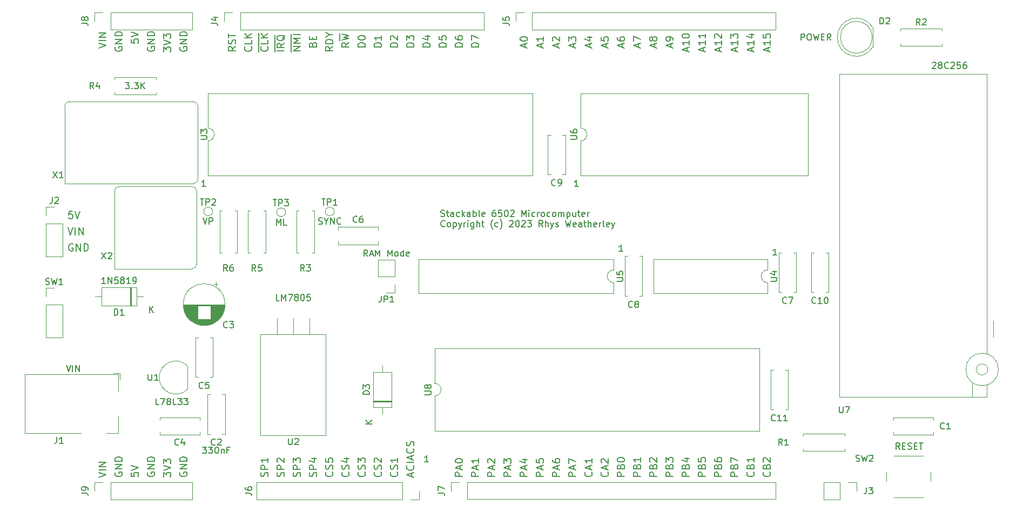
<source format=gto>
G04 #@! TF.GenerationSoftware,KiCad,Pcbnew,7.0.8-7.0.8~ubuntu22.04.1*
G04 #@! TF.CreationDate,2023-11-11T15:44:52+10:00*
G04 #@! TF.ProjectId,MiniComputerBase,4d696e69-436f-46d7-9075-746572426173,rev?*
G04 #@! TF.SameCoordinates,Original*
G04 #@! TF.FileFunction,Legend,Top*
G04 #@! TF.FilePolarity,Positive*
%FSLAX46Y46*%
G04 Gerber Fmt 4.6, Leading zero omitted, Abs format (unit mm)*
G04 Created by KiCad (PCBNEW 7.0.8-7.0.8~ubuntu22.04.1) date 2023-11-11 15:44:52*
%MOMM*%
%LPD*%
G01*
G04 APERTURE LIST*
%ADD10C,0.200000*%
%ADD11C,0.150000*%
%ADD12C,0.120000*%
G04 APERTURE END LIST*
D10*
X157635290Y-32034374D02*
X157635290Y-31486755D01*
X157963861Y-32143898D02*
X156813861Y-31760564D01*
X156813861Y-31760564D02*
X157963861Y-31377231D01*
X156813861Y-31103422D02*
X156813861Y-30336755D01*
X156813861Y-30336755D02*
X157963861Y-30829612D01*
D11*
X89760588Y-53844819D02*
X89189160Y-53844819D01*
X89474874Y-53844819D02*
X89474874Y-52844819D01*
X89474874Y-52844819D02*
X89379636Y-52987676D01*
X89379636Y-52987676D02*
X89284398Y-53082914D01*
X89284398Y-53082914D02*
X89189160Y-53130533D01*
D10*
X150015290Y-32034374D02*
X150015290Y-31486755D01*
X150343861Y-32143898D02*
X149193861Y-31760564D01*
X149193861Y-31760564D02*
X150343861Y-31377231D01*
X149577195Y-30501041D02*
X150343861Y-30501041D01*
X149139100Y-30774850D02*
X149960528Y-31048660D01*
X149960528Y-31048660D02*
X149960528Y-30336755D01*
X165583861Y-99289612D02*
X164433861Y-99289612D01*
X164433861Y-99289612D02*
X164433861Y-98851517D01*
X164433861Y-98851517D02*
X164488623Y-98741993D01*
X164488623Y-98741993D02*
X164543385Y-98687231D01*
X164543385Y-98687231D02*
X164652909Y-98632469D01*
X164652909Y-98632469D02*
X164817195Y-98632469D01*
X164817195Y-98632469D02*
X164926719Y-98687231D01*
X164926719Y-98687231D02*
X164981480Y-98741993D01*
X164981480Y-98741993D02*
X165036242Y-98851517D01*
X165036242Y-98851517D02*
X165036242Y-99289612D01*
X164981480Y-97756279D02*
X165036242Y-97591993D01*
X165036242Y-97591993D02*
X165091004Y-97537231D01*
X165091004Y-97537231D02*
X165200528Y-97482469D01*
X165200528Y-97482469D02*
X165364814Y-97482469D01*
X165364814Y-97482469D02*
X165474338Y-97537231D01*
X165474338Y-97537231D02*
X165529100Y-97591993D01*
X165529100Y-97591993D02*
X165583861Y-97701517D01*
X165583861Y-97701517D02*
X165583861Y-98139612D01*
X165583861Y-98139612D02*
X164433861Y-98139612D01*
X164433861Y-98139612D02*
X164433861Y-97756279D01*
X164433861Y-97756279D02*
X164488623Y-97646755D01*
X164488623Y-97646755D02*
X164543385Y-97591993D01*
X164543385Y-97591993D02*
X164652909Y-97537231D01*
X164652909Y-97537231D02*
X164762433Y-97537231D01*
X164762433Y-97537231D02*
X164871957Y-97591993D01*
X164871957Y-97591993D02*
X164926719Y-97646755D01*
X164926719Y-97646755D02*
X164981480Y-97756279D01*
X164981480Y-97756279D02*
X164981480Y-98139612D01*
X164817195Y-96496755D02*
X165583861Y-96496755D01*
X164379100Y-96770564D02*
X165200528Y-97044374D01*
X165200528Y-97044374D02*
X165200528Y-96332469D01*
X140183861Y-99289612D02*
X139033861Y-99289612D01*
X139033861Y-99289612D02*
X139033861Y-98851517D01*
X139033861Y-98851517D02*
X139088623Y-98741993D01*
X139088623Y-98741993D02*
X139143385Y-98687231D01*
X139143385Y-98687231D02*
X139252909Y-98632469D01*
X139252909Y-98632469D02*
X139417195Y-98632469D01*
X139417195Y-98632469D02*
X139526719Y-98687231D01*
X139526719Y-98687231D02*
X139581480Y-98741993D01*
X139581480Y-98741993D02*
X139636242Y-98851517D01*
X139636242Y-98851517D02*
X139636242Y-99289612D01*
X139855290Y-98194374D02*
X139855290Y-97646755D01*
X140183861Y-98303898D02*
X139033861Y-97920564D01*
X139033861Y-97920564D02*
X140183861Y-97537231D01*
X139417195Y-96661041D02*
X140183861Y-96661041D01*
X138979100Y-96934850D02*
X139800528Y-97208660D01*
X139800528Y-97208660D02*
X139800528Y-96496755D01*
X83153861Y-99399136D02*
X83153861Y-98687231D01*
X83153861Y-98687231D02*
X83591957Y-99070564D01*
X83591957Y-99070564D02*
X83591957Y-98906279D01*
X83591957Y-98906279D02*
X83646719Y-98796755D01*
X83646719Y-98796755D02*
X83701480Y-98741993D01*
X83701480Y-98741993D02*
X83811004Y-98687231D01*
X83811004Y-98687231D02*
X84084814Y-98687231D01*
X84084814Y-98687231D02*
X84194338Y-98741993D01*
X84194338Y-98741993D02*
X84249100Y-98796755D01*
X84249100Y-98796755D02*
X84303861Y-98906279D01*
X84303861Y-98906279D02*
X84303861Y-99234850D01*
X84303861Y-99234850D02*
X84249100Y-99344374D01*
X84249100Y-99344374D02*
X84194338Y-99399136D01*
X83153861Y-98358660D02*
X84303861Y-97975326D01*
X84303861Y-97975326D02*
X83153861Y-97591993D01*
X83153861Y-97318184D02*
X83153861Y-96606279D01*
X83153861Y-96606279D02*
X83591957Y-96989612D01*
X83591957Y-96989612D02*
X83591957Y-96825327D01*
X83591957Y-96825327D02*
X83646719Y-96715803D01*
X83646719Y-96715803D02*
X83701480Y-96661041D01*
X83701480Y-96661041D02*
X83811004Y-96606279D01*
X83811004Y-96606279D02*
X84084814Y-96606279D01*
X84084814Y-96606279D02*
X84194338Y-96661041D01*
X84194338Y-96661041D02*
X84249100Y-96715803D01*
X84249100Y-96715803D02*
X84303861Y-96825327D01*
X84303861Y-96825327D02*
X84303861Y-97153898D01*
X84303861Y-97153898D02*
X84249100Y-97263422D01*
X84249100Y-97263422D02*
X84194338Y-97318184D01*
X167795290Y-32669374D02*
X167795290Y-32121755D01*
X168123861Y-32778898D02*
X166973861Y-32395564D01*
X166973861Y-32395564D02*
X168123861Y-32012231D01*
X168123861Y-31026517D02*
X168123861Y-31683660D01*
X168123861Y-31355088D02*
X166973861Y-31355088D01*
X166973861Y-31355088D02*
X167138147Y-31464612D01*
X167138147Y-31464612D02*
X167247671Y-31574136D01*
X167247671Y-31574136D02*
X167302433Y-31683660D01*
X168123861Y-29931279D02*
X168123861Y-30588422D01*
X168123861Y-30259850D02*
X166973861Y-30259850D01*
X166973861Y-30259850D02*
X167138147Y-30369374D01*
X167138147Y-30369374D02*
X167247671Y-30478898D01*
X167247671Y-30478898D02*
X167302433Y-30588422D01*
X112134338Y-98632469D02*
X112189100Y-98687231D01*
X112189100Y-98687231D02*
X112243861Y-98851517D01*
X112243861Y-98851517D02*
X112243861Y-98961041D01*
X112243861Y-98961041D02*
X112189100Y-99125326D01*
X112189100Y-99125326D02*
X112079576Y-99234850D01*
X112079576Y-99234850D02*
X111970052Y-99289612D01*
X111970052Y-99289612D02*
X111751004Y-99344374D01*
X111751004Y-99344374D02*
X111586719Y-99344374D01*
X111586719Y-99344374D02*
X111367671Y-99289612D01*
X111367671Y-99289612D02*
X111258147Y-99234850D01*
X111258147Y-99234850D02*
X111148623Y-99125326D01*
X111148623Y-99125326D02*
X111093861Y-98961041D01*
X111093861Y-98961041D02*
X111093861Y-98851517D01*
X111093861Y-98851517D02*
X111148623Y-98687231D01*
X111148623Y-98687231D02*
X111203385Y-98632469D01*
X112189100Y-98194374D02*
X112243861Y-98030088D01*
X112243861Y-98030088D02*
X112243861Y-97756279D01*
X112243861Y-97756279D02*
X112189100Y-97646755D01*
X112189100Y-97646755D02*
X112134338Y-97591993D01*
X112134338Y-97591993D02*
X112024814Y-97537231D01*
X112024814Y-97537231D02*
X111915290Y-97537231D01*
X111915290Y-97537231D02*
X111805766Y-97591993D01*
X111805766Y-97591993D02*
X111751004Y-97646755D01*
X111751004Y-97646755D02*
X111696242Y-97756279D01*
X111696242Y-97756279D02*
X111641480Y-97975326D01*
X111641480Y-97975326D02*
X111586719Y-98084850D01*
X111586719Y-98084850D02*
X111531957Y-98139612D01*
X111531957Y-98139612D02*
X111422433Y-98194374D01*
X111422433Y-98194374D02*
X111312909Y-98194374D01*
X111312909Y-98194374D02*
X111203385Y-98139612D01*
X111203385Y-98139612D02*
X111148623Y-98084850D01*
X111148623Y-98084850D02*
X111093861Y-97975326D01*
X111093861Y-97975326D02*
X111093861Y-97701517D01*
X111093861Y-97701517D02*
X111148623Y-97537231D01*
X111477195Y-96551517D02*
X112243861Y-96551517D01*
X111039100Y-96825326D02*
X111860528Y-97099136D01*
X111860528Y-97099136D02*
X111860528Y-96387231D01*
X170663861Y-99289612D02*
X169513861Y-99289612D01*
X169513861Y-99289612D02*
X169513861Y-98851517D01*
X169513861Y-98851517D02*
X169568623Y-98741993D01*
X169568623Y-98741993D02*
X169623385Y-98687231D01*
X169623385Y-98687231D02*
X169732909Y-98632469D01*
X169732909Y-98632469D02*
X169897195Y-98632469D01*
X169897195Y-98632469D02*
X170006719Y-98687231D01*
X170006719Y-98687231D02*
X170061480Y-98741993D01*
X170061480Y-98741993D02*
X170116242Y-98851517D01*
X170116242Y-98851517D02*
X170116242Y-99289612D01*
X170061480Y-97756279D02*
X170116242Y-97591993D01*
X170116242Y-97591993D02*
X170171004Y-97537231D01*
X170171004Y-97537231D02*
X170280528Y-97482469D01*
X170280528Y-97482469D02*
X170444814Y-97482469D01*
X170444814Y-97482469D02*
X170554338Y-97537231D01*
X170554338Y-97537231D02*
X170609100Y-97591993D01*
X170609100Y-97591993D02*
X170663861Y-97701517D01*
X170663861Y-97701517D02*
X170663861Y-98139612D01*
X170663861Y-98139612D02*
X169513861Y-98139612D01*
X169513861Y-98139612D02*
X169513861Y-97756279D01*
X169513861Y-97756279D02*
X169568623Y-97646755D01*
X169568623Y-97646755D02*
X169623385Y-97591993D01*
X169623385Y-97591993D02*
X169732909Y-97537231D01*
X169732909Y-97537231D02*
X169842433Y-97537231D01*
X169842433Y-97537231D02*
X169951957Y-97591993D01*
X169951957Y-97591993D02*
X170006719Y-97646755D01*
X170006719Y-97646755D02*
X170061480Y-97756279D01*
X170061480Y-97756279D02*
X170061480Y-98139612D01*
X169513861Y-96496755D02*
X169513861Y-96715802D01*
X169513861Y-96715802D02*
X169568623Y-96825326D01*
X169568623Y-96825326D02*
X169623385Y-96880088D01*
X169623385Y-96880088D02*
X169787671Y-96989612D01*
X169787671Y-96989612D02*
X170006719Y-97044374D01*
X170006719Y-97044374D02*
X170444814Y-97044374D01*
X170444814Y-97044374D02*
X170554338Y-96989612D01*
X170554338Y-96989612D02*
X170609100Y-96934850D01*
X170609100Y-96934850D02*
X170663861Y-96825326D01*
X170663861Y-96825326D02*
X170663861Y-96606279D01*
X170663861Y-96606279D02*
X170609100Y-96496755D01*
X170609100Y-96496755D02*
X170554338Y-96441993D01*
X170554338Y-96441993D02*
X170444814Y-96387231D01*
X170444814Y-96387231D02*
X170171004Y-96387231D01*
X170171004Y-96387231D02*
X170061480Y-96441993D01*
X170061480Y-96441993D02*
X170006719Y-96496755D01*
X170006719Y-96496755D02*
X169951957Y-96606279D01*
X169951957Y-96606279D02*
X169951957Y-96825326D01*
X169951957Y-96825326D02*
X170006719Y-96934850D01*
X170006719Y-96934850D02*
X170061480Y-96989612D01*
X170061480Y-96989612D02*
X170171004Y-97044374D01*
X112243861Y-31322469D02*
X111696242Y-31705802D01*
X112243861Y-31979612D02*
X111093861Y-31979612D01*
X111093861Y-31979612D02*
X111093861Y-31541517D01*
X111093861Y-31541517D02*
X111148623Y-31431993D01*
X111148623Y-31431993D02*
X111203385Y-31377231D01*
X111203385Y-31377231D02*
X111312909Y-31322469D01*
X111312909Y-31322469D02*
X111477195Y-31322469D01*
X111477195Y-31322469D02*
X111586719Y-31377231D01*
X111586719Y-31377231D02*
X111641480Y-31431993D01*
X111641480Y-31431993D02*
X111696242Y-31541517D01*
X111696242Y-31541517D02*
X111696242Y-31979612D01*
X111093861Y-30939136D02*
X112243861Y-30665326D01*
X112243861Y-30665326D02*
X111422433Y-30446279D01*
X111422433Y-30446279D02*
X112243861Y-30227231D01*
X112243861Y-30227231D02*
X111093861Y-29953422D01*
X110774600Y-30988422D02*
X110774600Y-29904136D01*
X106561480Y-31596279D02*
X106616242Y-31431993D01*
X106616242Y-31431993D02*
X106671004Y-31377231D01*
X106671004Y-31377231D02*
X106780528Y-31322469D01*
X106780528Y-31322469D02*
X106944814Y-31322469D01*
X106944814Y-31322469D02*
X107054338Y-31377231D01*
X107054338Y-31377231D02*
X107109100Y-31431993D01*
X107109100Y-31431993D02*
X107163861Y-31541517D01*
X107163861Y-31541517D02*
X107163861Y-31979612D01*
X107163861Y-31979612D02*
X106013861Y-31979612D01*
X106013861Y-31979612D02*
X106013861Y-31596279D01*
X106013861Y-31596279D02*
X106068623Y-31486755D01*
X106068623Y-31486755D02*
X106123385Y-31431993D01*
X106123385Y-31431993D02*
X106232909Y-31377231D01*
X106232909Y-31377231D02*
X106342433Y-31377231D01*
X106342433Y-31377231D02*
X106451957Y-31431993D01*
X106451957Y-31431993D02*
X106506719Y-31486755D01*
X106506719Y-31486755D02*
X106561480Y-31596279D01*
X106561480Y-31596279D02*
X106561480Y-31979612D01*
X106561480Y-30829612D02*
X106561480Y-30446279D01*
X107163861Y-30281993D02*
X107163861Y-30829612D01*
X107163861Y-30829612D02*
X106013861Y-30829612D01*
X106013861Y-30829612D02*
X106013861Y-30281993D01*
X160175290Y-32034374D02*
X160175290Y-31486755D01*
X160503861Y-32143898D02*
X159353861Y-31760564D01*
X159353861Y-31760564D02*
X160503861Y-31377231D01*
X159846719Y-30829612D02*
X159791957Y-30939136D01*
X159791957Y-30939136D02*
X159737195Y-30993898D01*
X159737195Y-30993898D02*
X159627671Y-31048660D01*
X159627671Y-31048660D02*
X159572909Y-31048660D01*
X159572909Y-31048660D02*
X159463385Y-30993898D01*
X159463385Y-30993898D02*
X159408623Y-30939136D01*
X159408623Y-30939136D02*
X159353861Y-30829612D01*
X159353861Y-30829612D02*
X159353861Y-30610565D01*
X159353861Y-30610565D02*
X159408623Y-30501041D01*
X159408623Y-30501041D02*
X159463385Y-30446279D01*
X159463385Y-30446279D02*
X159572909Y-30391517D01*
X159572909Y-30391517D02*
X159627671Y-30391517D01*
X159627671Y-30391517D02*
X159737195Y-30446279D01*
X159737195Y-30446279D02*
X159791957Y-30501041D01*
X159791957Y-30501041D02*
X159846719Y-30610565D01*
X159846719Y-30610565D02*
X159846719Y-30829612D01*
X159846719Y-30829612D02*
X159901480Y-30939136D01*
X159901480Y-30939136D02*
X159956242Y-30993898D01*
X159956242Y-30993898D02*
X160065766Y-31048660D01*
X160065766Y-31048660D02*
X160284814Y-31048660D01*
X160284814Y-31048660D02*
X160394338Y-30993898D01*
X160394338Y-30993898D02*
X160449100Y-30939136D01*
X160449100Y-30939136D02*
X160503861Y-30829612D01*
X160503861Y-30829612D02*
X160503861Y-30610565D01*
X160503861Y-30610565D02*
X160449100Y-30501041D01*
X160449100Y-30501041D02*
X160394338Y-30446279D01*
X160394338Y-30446279D02*
X160284814Y-30391517D01*
X160284814Y-30391517D02*
X160065766Y-30391517D01*
X160065766Y-30391517D02*
X159956242Y-30446279D01*
X159956242Y-30446279D02*
X159901480Y-30501041D01*
X159901480Y-30501041D02*
X159846719Y-30610565D01*
X85748623Y-98687231D02*
X85693861Y-98796755D01*
X85693861Y-98796755D02*
X85693861Y-98961041D01*
X85693861Y-98961041D02*
X85748623Y-99125326D01*
X85748623Y-99125326D02*
X85858147Y-99234850D01*
X85858147Y-99234850D02*
X85967671Y-99289612D01*
X85967671Y-99289612D02*
X86186719Y-99344374D01*
X86186719Y-99344374D02*
X86351004Y-99344374D01*
X86351004Y-99344374D02*
X86570052Y-99289612D01*
X86570052Y-99289612D02*
X86679576Y-99234850D01*
X86679576Y-99234850D02*
X86789100Y-99125326D01*
X86789100Y-99125326D02*
X86843861Y-98961041D01*
X86843861Y-98961041D02*
X86843861Y-98851517D01*
X86843861Y-98851517D02*
X86789100Y-98687231D01*
X86789100Y-98687231D02*
X86734338Y-98632469D01*
X86734338Y-98632469D02*
X86351004Y-98632469D01*
X86351004Y-98632469D02*
X86351004Y-98851517D01*
X86843861Y-98139612D02*
X85693861Y-98139612D01*
X85693861Y-98139612D02*
X86843861Y-97482469D01*
X86843861Y-97482469D02*
X85693861Y-97482469D01*
X86843861Y-96934850D02*
X85693861Y-96934850D01*
X85693861Y-96934850D02*
X85693861Y-96661040D01*
X85693861Y-96661040D02*
X85748623Y-96496755D01*
X85748623Y-96496755D02*
X85858147Y-96387231D01*
X85858147Y-96387231D02*
X85967671Y-96332469D01*
X85967671Y-96332469D02*
X86186719Y-96277707D01*
X86186719Y-96277707D02*
X86351004Y-96277707D01*
X86351004Y-96277707D02*
X86570052Y-96332469D01*
X86570052Y-96332469D02*
X86679576Y-96387231D01*
X86679576Y-96387231D02*
X86789100Y-96496755D01*
X86789100Y-96496755D02*
X86843861Y-96661040D01*
X86843861Y-96661040D02*
X86843861Y-96934850D01*
X173203861Y-99289612D02*
X172053861Y-99289612D01*
X172053861Y-99289612D02*
X172053861Y-98851517D01*
X172053861Y-98851517D02*
X172108623Y-98741993D01*
X172108623Y-98741993D02*
X172163385Y-98687231D01*
X172163385Y-98687231D02*
X172272909Y-98632469D01*
X172272909Y-98632469D02*
X172437195Y-98632469D01*
X172437195Y-98632469D02*
X172546719Y-98687231D01*
X172546719Y-98687231D02*
X172601480Y-98741993D01*
X172601480Y-98741993D02*
X172656242Y-98851517D01*
X172656242Y-98851517D02*
X172656242Y-99289612D01*
X172601480Y-97756279D02*
X172656242Y-97591993D01*
X172656242Y-97591993D02*
X172711004Y-97537231D01*
X172711004Y-97537231D02*
X172820528Y-97482469D01*
X172820528Y-97482469D02*
X172984814Y-97482469D01*
X172984814Y-97482469D02*
X173094338Y-97537231D01*
X173094338Y-97537231D02*
X173149100Y-97591993D01*
X173149100Y-97591993D02*
X173203861Y-97701517D01*
X173203861Y-97701517D02*
X173203861Y-98139612D01*
X173203861Y-98139612D02*
X172053861Y-98139612D01*
X172053861Y-98139612D02*
X172053861Y-97756279D01*
X172053861Y-97756279D02*
X172108623Y-97646755D01*
X172108623Y-97646755D02*
X172163385Y-97591993D01*
X172163385Y-97591993D02*
X172272909Y-97537231D01*
X172272909Y-97537231D02*
X172382433Y-97537231D01*
X172382433Y-97537231D02*
X172491957Y-97591993D01*
X172491957Y-97591993D02*
X172546719Y-97646755D01*
X172546719Y-97646755D02*
X172601480Y-97756279D01*
X172601480Y-97756279D02*
X172601480Y-98139612D01*
X172053861Y-97099136D02*
X172053861Y-96332469D01*
X172053861Y-96332469D02*
X173203861Y-96825326D01*
D11*
X155165588Y-64004819D02*
X154594160Y-64004819D01*
X154879874Y-64004819D02*
X154879874Y-63004819D01*
X154879874Y-63004819D02*
X154784636Y-63147676D01*
X154784636Y-63147676D02*
X154689398Y-63242914D01*
X154689398Y-63242914D02*
X154594160Y-63290533D01*
D10*
X163043861Y-99289612D02*
X161893861Y-99289612D01*
X161893861Y-99289612D02*
X161893861Y-98851517D01*
X161893861Y-98851517D02*
X161948623Y-98741993D01*
X161948623Y-98741993D02*
X162003385Y-98687231D01*
X162003385Y-98687231D02*
X162112909Y-98632469D01*
X162112909Y-98632469D02*
X162277195Y-98632469D01*
X162277195Y-98632469D02*
X162386719Y-98687231D01*
X162386719Y-98687231D02*
X162441480Y-98741993D01*
X162441480Y-98741993D02*
X162496242Y-98851517D01*
X162496242Y-98851517D02*
X162496242Y-99289612D01*
X162441480Y-97756279D02*
X162496242Y-97591993D01*
X162496242Y-97591993D02*
X162551004Y-97537231D01*
X162551004Y-97537231D02*
X162660528Y-97482469D01*
X162660528Y-97482469D02*
X162824814Y-97482469D01*
X162824814Y-97482469D02*
X162934338Y-97537231D01*
X162934338Y-97537231D02*
X162989100Y-97591993D01*
X162989100Y-97591993D02*
X163043861Y-97701517D01*
X163043861Y-97701517D02*
X163043861Y-98139612D01*
X163043861Y-98139612D02*
X161893861Y-98139612D01*
X161893861Y-98139612D02*
X161893861Y-97756279D01*
X161893861Y-97756279D02*
X161948623Y-97646755D01*
X161948623Y-97646755D02*
X162003385Y-97591993D01*
X162003385Y-97591993D02*
X162112909Y-97537231D01*
X162112909Y-97537231D02*
X162222433Y-97537231D01*
X162222433Y-97537231D02*
X162331957Y-97591993D01*
X162331957Y-97591993D02*
X162386719Y-97646755D01*
X162386719Y-97646755D02*
X162441480Y-97756279D01*
X162441480Y-97756279D02*
X162441480Y-98139612D01*
X161893861Y-97099136D02*
X161893861Y-96387231D01*
X161893861Y-96387231D02*
X162331957Y-96770564D01*
X162331957Y-96770564D02*
X162331957Y-96606279D01*
X162331957Y-96606279D02*
X162386719Y-96496755D01*
X162386719Y-96496755D02*
X162441480Y-96441993D01*
X162441480Y-96441993D02*
X162551004Y-96387231D01*
X162551004Y-96387231D02*
X162824814Y-96387231D01*
X162824814Y-96387231D02*
X162934338Y-96441993D01*
X162934338Y-96441993D02*
X162989100Y-96496755D01*
X162989100Y-96496755D02*
X163043861Y-96606279D01*
X163043861Y-96606279D02*
X163043861Y-96934850D01*
X163043861Y-96934850D02*
X162989100Y-97044374D01*
X162989100Y-97044374D02*
X162934338Y-97099136D01*
X99489100Y-99344374D02*
X99543861Y-99180088D01*
X99543861Y-99180088D02*
X99543861Y-98906279D01*
X99543861Y-98906279D02*
X99489100Y-98796755D01*
X99489100Y-98796755D02*
X99434338Y-98741993D01*
X99434338Y-98741993D02*
X99324814Y-98687231D01*
X99324814Y-98687231D02*
X99215290Y-98687231D01*
X99215290Y-98687231D02*
X99105766Y-98741993D01*
X99105766Y-98741993D02*
X99051004Y-98796755D01*
X99051004Y-98796755D02*
X98996242Y-98906279D01*
X98996242Y-98906279D02*
X98941480Y-99125326D01*
X98941480Y-99125326D02*
X98886719Y-99234850D01*
X98886719Y-99234850D02*
X98831957Y-99289612D01*
X98831957Y-99289612D02*
X98722433Y-99344374D01*
X98722433Y-99344374D02*
X98612909Y-99344374D01*
X98612909Y-99344374D02*
X98503385Y-99289612D01*
X98503385Y-99289612D02*
X98448623Y-99234850D01*
X98448623Y-99234850D02*
X98393861Y-99125326D01*
X98393861Y-99125326D02*
X98393861Y-98851517D01*
X98393861Y-98851517D02*
X98448623Y-98687231D01*
X99543861Y-98194374D02*
X98393861Y-98194374D01*
X98393861Y-98194374D02*
X98393861Y-97756279D01*
X98393861Y-97756279D02*
X98448623Y-97646755D01*
X98448623Y-97646755D02*
X98503385Y-97591993D01*
X98503385Y-97591993D02*
X98612909Y-97537231D01*
X98612909Y-97537231D02*
X98777195Y-97537231D01*
X98777195Y-97537231D02*
X98886719Y-97591993D01*
X98886719Y-97591993D02*
X98941480Y-97646755D01*
X98941480Y-97646755D02*
X98996242Y-97756279D01*
X98996242Y-97756279D02*
X98996242Y-98194374D01*
X99543861Y-96441993D02*
X99543861Y-97099136D01*
X99543861Y-96770564D02*
X98393861Y-96770564D01*
X98393861Y-96770564D02*
X98558147Y-96880088D01*
X98558147Y-96880088D02*
X98667671Y-96989612D01*
X98667671Y-96989612D02*
X98722433Y-97099136D01*
X68898006Y-57753861D02*
X68350387Y-57753861D01*
X68350387Y-57753861D02*
X68295625Y-58301480D01*
X68295625Y-58301480D02*
X68350387Y-58246719D01*
X68350387Y-58246719D02*
X68459911Y-58191957D01*
X68459911Y-58191957D02*
X68733720Y-58191957D01*
X68733720Y-58191957D02*
X68843244Y-58246719D01*
X68843244Y-58246719D02*
X68898006Y-58301480D01*
X68898006Y-58301480D02*
X68952768Y-58411004D01*
X68952768Y-58411004D02*
X68952768Y-58684814D01*
X68952768Y-58684814D02*
X68898006Y-58794338D01*
X68898006Y-58794338D02*
X68843244Y-58849100D01*
X68843244Y-58849100D02*
X68733720Y-58903861D01*
X68733720Y-58903861D02*
X68459911Y-58903861D01*
X68459911Y-58903861D02*
X68350387Y-58849100D01*
X68350387Y-58849100D02*
X68295625Y-58794338D01*
X69281339Y-57753861D02*
X69664673Y-58903861D01*
X69664673Y-58903861D02*
X70048006Y-57753861D01*
X109703861Y-31957469D02*
X109156242Y-32340802D01*
X109703861Y-32614612D02*
X108553861Y-32614612D01*
X108553861Y-32614612D02*
X108553861Y-32176517D01*
X108553861Y-32176517D02*
X108608623Y-32066993D01*
X108608623Y-32066993D02*
X108663385Y-32012231D01*
X108663385Y-32012231D02*
X108772909Y-31957469D01*
X108772909Y-31957469D02*
X108937195Y-31957469D01*
X108937195Y-31957469D02*
X109046719Y-32012231D01*
X109046719Y-32012231D02*
X109101480Y-32066993D01*
X109101480Y-32066993D02*
X109156242Y-32176517D01*
X109156242Y-32176517D02*
X109156242Y-32614612D01*
X109703861Y-31464612D02*
X108553861Y-31464612D01*
X108553861Y-31464612D02*
X108553861Y-31190802D01*
X108553861Y-31190802D02*
X108608623Y-31026517D01*
X108608623Y-31026517D02*
X108718147Y-30916993D01*
X108718147Y-30916993D02*
X108827671Y-30862231D01*
X108827671Y-30862231D02*
X109046719Y-30807469D01*
X109046719Y-30807469D02*
X109211004Y-30807469D01*
X109211004Y-30807469D02*
X109430052Y-30862231D01*
X109430052Y-30862231D02*
X109539576Y-30916993D01*
X109539576Y-30916993D02*
X109649100Y-31026517D01*
X109649100Y-31026517D02*
X109703861Y-31190802D01*
X109703861Y-31190802D02*
X109703861Y-31464612D01*
X109156242Y-30095564D02*
X109703861Y-30095564D01*
X108553861Y-30478898D02*
X109156242Y-30095564D01*
X109156242Y-30095564D02*
X108553861Y-29712231D01*
X172875290Y-32669374D02*
X172875290Y-32121755D01*
X173203861Y-32778898D02*
X172053861Y-32395564D01*
X172053861Y-32395564D02*
X173203861Y-32012231D01*
X173203861Y-31026517D02*
X173203861Y-31683660D01*
X173203861Y-31355088D02*
X172053861Y-31355088D01*
X172053861Y-31355088D02*
X172218147Y-31464612D01*
X172218147Y-31464612D02*
X172327671Y-31574136D01*
X172327671Y-31574136D02*
X172382433Y-31683660D01*
X172053861Y-30643184D02*
X172053861Y-29931279D01*
X172053861Y-29931279D02*
X172491957Y-30314612D01*
X172491957Y-30314612D02*
X172491957Y-30150327D01*
X172491957Y-30150327D02*
X172546719Y-30040803D01*
X172546719Y-30040803D02*
X172601480Y-29986041D01*
X172601480Y-29986041D02*
X172711004Y-29931279D01*
X172711004Y-29931279D02*
X172984814Y-29931279D01*
X172984814Y-29931279D02*
X173094338Y-29986041D01*
X173094338Y-29986041D02*
X173149100Y-30040803D01*
X173149100Y-30040803D02*
X173203861Y-30150327D01*
X173203861Y-30150327D02*
X173203861Y-30478898D01*
X173203861Y-30478898D02*
X173149100Y-30588422D01*
X173149100Y-30588422D02*
X173094338Y-30643184D01*
X122075290Y-99344374D02*
X122075290Y-98796755D01*
X122403861Y-99453898D02*
X121253861Y-99070564D01*
X121253861Y-99070564D02*
X122403861Y-98687231D01*
X122294338Y-97646755D02*
X122349100Y-97701517D01*
X122349100Y-97701517D02*
X122403861Y-97865803D01*
X122403861Y-97865803D02*
X122403861Y-97975327D01*
X122403861Y-97975327D02*
X122349100Y-98139612D01*
X122349100Y-98139612D02*
X122239576Y-98249136D01*
X122239576Y-98249136D02*
X122130052Y-98303898D01*
X122130052Y-98303898D02*
X121911004Y-98358660D01*
X121911004Y-98358660D02*
X121746719Y-98358660D01*
X121746719Y-98358660D02*
X121527671Y-98303898D01*
X121527671Y-98303898D02*
X121418147Y-98249136D01*
X121418147Y-98249136D02*
X121308623Y-98139612D01*
X121308623Y-98139612D02*
X121253861Y-97975327D01*
X121253861Y-97975327D02*
X121253861Y-97865803D01*
X121253861Y-97865803D02*
X121308623Y-97701517D01*
X121308623Y-97701517D02*
X121363385Y-97646755D01*
X122403861Y-97153898D02*
X121253861Y-97153898D01*
X122075290Y-96661041D02*
X122075290Y-96113422D01*
X122403861Y-96770565D02*
X121253861Y-96387231D01*
X121253861Y-96387231D02*
X122403861Y-96003898D01*
X122294338Y-94963422D02*
X122349100Y-95018184D01*
X122349100Y-95018184D02*
X122403861Y-95182470D01*
X122403861Y-95182470D02*
X122403861Y-95291994D01*
X122403861Y-95291994D02*
X122349100Y-95456279D01*
X122349100Y-95456279D02*
X122239576Y-95565803D01*
X122239576Y-95565803D02*
X122130052Y-95620565D01*
X122130052Y-95620565D02*
X121911004Y-95675327D01*
X121911004Y-95675327D02*
X121746719Y-95675327D01*
X121746719Y-95675327D02*
X121527671Y-95620565D01*
X121527671Y-95620565D02*
X121418147Y-95565803D01*
X121418147Y-95565803D02*
X121308623Y-95456279D01*
X121308623Y-95456279D02*
X121253861Y-95291994D01*
X121253861Y-95291994D02*
X121253861Y-95182470D01*
X121253861Y-95182470D02*
X121308623Y-95018184D01*
X121308623Y-95018184D02*
X121363385Y-94963422D01*
X122349100Y-94525327D02*
X122403861Y-94361041D01*
X122403861Y-94361041D02*
X122403861Y-94087232D01*
X122403861Y-94087232D02*
X122349100Y-93977708D01*
X122349100Y-93977708D02*
X122294338Y-93922946D01*
X122294338Y-93922946D02*
X122184814Y-93868184D01*
X122184814Y-93868184D02*
X122075290Y-93868184D01*
X122075290Y-93868184D02*
X121965766Y-93922946D01*
X121965766Y-93922946D02*
X121911004Y-93977708D01*
X121911004Y-93977708D02*
X121856242Y-94087232D01*
X121856242Y-94087232D02*
X121801480Y-94306279D01*
X121801480Y-94306279D02*
X121746719Y-94415803D01*
X121746719Y-94415803D02*
X121691957Y-94470565D01*
X121691957Y-94470565D02*
X121582433Y-94525327D01*
X121582433Y-94525327D02*
X121472909Y-94525327D01*
X121472909Y-94525327D02*
X121363385Y-94470565D01*
X121363385Y-94470565D02*
X121308623Y-94415803D01*
X121308623Y-94415803D02*
X121253861Y-94306279D01*
X121253861Y-94306279D02*
X121253861Y-94032470D01*
X121253861Y-94032470D02*
X121308623Y-93868184D01*
X99434338Y-31957469D02*
X99489100Y-32012231D01*
X99489100Y-32012231D02*
X99543861Y-32176517D01*
X99543861Y-32176517D02*
X99543861Y-32286041D01*
X99543861Y-32286041D02*
X99489100Y-32450326D01*
X99489100Y-32450326D02*
X99379576Y-32559850D01*
X99379576Y-32559850D02*
X99270052Y-32614612D01*
X99270052Y-32614612D02*
X99051004Y-32669374D01*
X99051004Y-32669374D02*
X98886719Y-32669374D01*
X98886719Y-32669374D02*
X98667671Y-32614612D01*
X98667671Y-32614612D02*
X98558147Y-32559850D01*
X98558147Y-32559850D02*
X98448623Y-32450326D01*
X98448623Y-32450326D02*
X98393861Y-32286041D01*
X98393861Y-32286041D02*
X98393861Y-32176517D01*
X98393861Y-32176517D02*
X98448623Y-32012231D01*
X98448623Y-32012231D02*
X98503385Y-31957469D01*
X99543861Y-30916993D02*
X99543861Y-31464612D01*
X99543861Y-31464612D02*
X98393861Y-31464612D01*
X99543861Y-30533660D02*
X98393861Y-30533660D01*
X99543861Y-29876517D02*
X98886719Y-30369374D01*
X98393861Y-29876517D02*
X99051004Y-30533660D01*
X98074600Y-32773422D02*
X98074600Y-29772470D01*
D11*
X126654160Y-58537200D02*
X126797017Y-58584819D01*
X126797017Y-58584819D02*
X127035112Y-58584819D01*
X127035112Y-58584819D02*
X127130350Y-58537200D01*
X127130350Y-58537200D02*
X127177969Y-58489580D01*
X127177969Y-58489580D02*
X127225588Y-58394342D01*
X127225588Y-58394342D02*
X127225588Y-58299104D01*
X127225588Y-58299104D02*
X127177969Y-58203866D01*
X127177969Y-58203866D02*
X127130350Y-58156247D01*
X127130350Y-58156247D02*
X127035112Y-58108628D01*
X127035112Y-58108628D02*
X126844636Y-58061009D01*
X126844636Y-58061009D02*
X126749398Y-58013390D01*
X126749398Y-58013390D02*
X126701779Y-57965771D01*
X126701779Y-57965771D02*
X126654160Y-57870533D01*
X126654160Y-57870533D02*
X126654160Y-57775295D01*
X126654160Y-57775295D02*
X126701779Y-57680057D01*
X126701779Y-57680057D02*
X126749398Y-57632438D01*
X126749398Y-57632438D02*
X126844636Y-57584819D01*
X126844636Y-57584819D02*
X127082731Y-57584819D01*
X127082731Y-57584819D02*
X127225588Y-57632438D01*
X127511303Y-57918152D02*
X127892255Y-57918152D01*
X127654160Y-57584819D02*
X127654160Y-58441961D01*
X127654160Y-58441961D02*
X127701779Y-58537200D01*
X127701779Y-58537200D02*
X127797017Y-58584819D01*
X127797017Y-58584819D02*
X127892255Y-58584819D01*
X128654160Y-58584819D02*
X128654160Y-58061009D01*
X128654160Y-58061009D02*
X128606541Y-57965771D01*
X128606541Y-57965771D02*
X128511303Y-57918152D01*
X128511303Y-57918152D02*
X128320827Y-57918152D01*
X128320827Y-57918152D02*
X128225589Y-57965771D01*
X128654160Y-58537200D02*
X128558922Y-58584819D01*
X128558922Y-58584819D02*
X128320827Y-58584819D01*
X128320827Y-58584819D02*
X128225589Y-58537200D01*
X128225589Y-58537200D02*
X128177970Y-58441961D01*
X128177970Y-58441961D02*
X128177970Y-58346723D01*
X128177970Y-58346723D02*
X128225589Y-58251485D01*
X128225589Y-58251485D02*
X128320827Y-58203866D01*
X128320827Y-58203866D02*
X128558922Y-58203866D01*
X128558922Y-58203866D02*
X128654160Y-58156247D01*
X129558922Y-58537200D02*
X129463684Y-58584819D01*
X129463684Y-58584819D02*
X129273208Y-58584819D01*
X129273208Y-58584819D02*
X129177970Y-58537200D01*
X129177970Y-58537200D02*
X129130351Y-58489580D01*
X129130351Y-58489580D02*
X129082732Y-58394342D01*
X129082732Y-58394342D02*
X129082732Y-58108628D01*
X129082732Y-58108628D02*
X129130351Y-58013390D01*
X129130351Y-58013390D02*
X129177970Y-57965771D01*
X129177970Y-57965771D02*
X129273208Y-57918152D01*
X129273208Y-57918152D02*
X129463684Y-57918152D01*
X129463684Y-57918152D02*
X129558922Y-57965771D01*
X129987494Y-58584819D02*
X129987494Y-57584819D01*
X130082732Y-58203866D02*
X130368446Y-58584819D01*
X130368446Y-57918152D02*
X129987494Y-58299104D01*
X131225589Y-58584819D02*
X131225589Y-58061009D01*
X131225589Y-58061009D02*
X131177970Y-57965771D01*
X131177970Y-57965771D02*
X131082732Y-57918152D01*
X131082732Y-57918152D02*
X130892256Y-57918152D01*
X130892256Y-57918152D02*
X130797018Y-57965771D01*
X131225589Y-58537200D02*
X131130351Y-58584819D01*
X131130351Y-58584819D02*
X130892256Y-58584819D01*
X130892256Y-58584819D02*
X130797018Y-58537200D01*
X130797018Y-58537200D02*
X130749399Y-58441961D01*
X130749399Y-58441961D02*
X130749399Y-58346723D01*
X130749399Y-58346723D02*
X130797018Y-58251485D01*
X130797018Y-58251485D02*
X130892256Y-58203866D01*
X130892256Y-58203866D02*
X131130351Y-58203866D01*
X131130351Y-58203866D02*
X131225589Y-58156247D01*
X131701780Y-58584819D02*
X131701780Y-57584819D01*
X131701780Y-57965771D02*
X131797018Y-57918152D01*
X131797018Y-57918152D02*
X131987494Y-57918152D01*
X131987494Y-57918152D02*
X132082732Y-57965771D01*
X132082732Y-57965771D02*
X132130351Y-58013390D01*
X132130351Y-58013390D02*
X132177970Y-58108628D01*
X132177970Y-58108628D02*
X132177970Y-58394342D01*
X132177970Y-58394342D02*
X132130351Y-58489580D01*
X132130351Y-58489580D02*
X132082732Y-58537200D01*
X132082732Y-58537200D02*
X131987494Y-58584819D01*
X131987494Y-58584819D02*
X131797018Y-58584819D01*
X131797018Y-58584819D02*
X131701780Y-58537200D01*
X132749399Y-58584819D02*
X132654161Y-58537200D01*
X132654161Y-58537200D02*
X132606542Y-58441961D01*
X132606542Y-58441961D02*
X132606542Y-57584819D01*
X133511304Y-58537200D02*
X133416066Y-58584819D01*
X133416066Y-58584819D02*
X133225590Y-58584819D01*
X133225590Y-58584819D02*
X133130352Y-58537200D01*
X133130352Y-58537200D02*
X133082733Y-58441961D01*
X133082733Y-58441961D02*
X133082733Y-58061009D01*
X133082733Y-58061009D02*
X133130352Y-57965771D01*
X133130352Y-57965771D02*
X133225590Y-57918152D01*
X133225590Y-57918152D02*
X133416066Y-57918152D01*
X133416066Y-57918152D02*
X133511304Y-57965771D01*
X133511304Y-57965771D02*
X133558923Y-58061009D01*
X133558923Y-58061009D02*
X133558923Y-58156247D01*
X133558923Y-58156247D02*
X133082733Y-58251485D01*
X135177971Y-57584819D02*
X134987495Y-57584819D01*
X134987495Y-57584819D02*
X134892257Y-57632438D01*
X134892257Y-57632438D02*
X134844638Y-57680057D01*
X134844638Y-57680057D02*
X134749400Y-57822914D01*
X134749400Y-57822914D02*
X134701781Y-58013390D01*
X134701781Y-58013390D02*
X134701781Y-58394342D01*
X134701781Y-58394342D02*
X134749400Y-58489580D01*
X134749400Y-58489580D02*
X134797019Y-58537200D01*
X134797019Y-58537200D02*
X134892257Y-58584819D01*
X134892257Y-58584819D02*
X135082733Y-58584819D01*
X135082733Y-58584819D02*
X135177971Y-58537200D01*
X135177971Y-58537200D02*
X135225590Y-58489580D01*
X135225590Y-58489580D02*
X135273209Y-58394342D01*
X135273209Y-58394342D02*
X135273209Y-58156247D01*
X135273209Y-58156247D02*
X135225590Y-58061009D01*
X135225590Y-58061009D02*
X135177971Y-58013390D01*
X135177971Y-58013390D02*
X135082733Y-57965771D01*
X135082733Y-57965771D02*
X134892257Y-57965771D01*
X134892257Y-57965771D02*
X134797019Y-58013390D01*
X134797019Y-58013390D02*
X134749400Y-58061009D01*
X134749400Y-58061009D02*
X134701781Y-58156247D01*
X136177971Y-57584819D02*
X135701781Y-57584819D01*
X135701781Y-57584819D02*
X135654162Y-58061009D01*
X135654162Y-58061009D02*
X135701781Y-58013390D01*
X135701781Y-58013390D02*
X135797019Y-57965771D01*
X135797019Y-57965771D02*
X136035114Y-57965771D01*
X136035114Y-57965771D02*
X136130352Y-58013390D01*
X136130352Y-58013390D02*
X136177971Y-58061009D01*
X136177971Y-58061009D02*
X136225590Y-58156247D01*
X136225590Y-58156247D02*
X136225590Y-58394342D01*
X136225590Y-58394342D02*
X136177971Y-58489580D01*
X136177971Y-58489580D02*
X136130352Y-58537200D01*
X136130352Y-58537200D02*
X136035114Y-58584819D01*
X136035114Y-58584819D02*
X135797019Y-58584819D01*
X135797019Y-58584819D02*
X135701781Y-58537200D01*
X135701781Y-58537200D02*
X135654162Y-58489580D01*
X136844638Y-57584819D02*
X136939876Y-57584819D01*
X136939876Y-57584819D02*
X137035114Y-57632438D01*
X137035114Y-57632438D02*
X137082733Y-57680057D01*
X137082733Y-57680057D02*
X137130352Y-57775295D01*
X137130352Y-57775295D02*
X137177971Y-57965771D01*
X137177971Y-57965771D02*
X137177971Y-58203866D01*
X137177971Y-58203866D02*
X137130352Y-58394342D01*
X137130352Y-58394342D02*
X137082733Y-58489580D01*
X137082733Y-58489580D02*
X137035114Y-58537200D01*
X137035114Y-58537200D02*
X136939876Y-58584819D01*
X136939876Y-58584819D02*
X136844638Y-58584819D01*
X136844638Y-58584819D02*
X136749400Y-58537200D01*
X136749400Y-58537200D02*
X136701781Y-58489580D01*
X136701781Y-58489580D02*
X136654162Y-58394342D01*
X136654162Y-58394342D02*
X136606543Y-58203866D01*
X136606543Y-58203866D02*
X136606543Y-57965771D01*
X136606543Y-57965771D02*
X136654162Y-57775295D01*
X136654162Y-57775295D02*
X136701781Y-57680057D01*
X136701781Y-57680057D02*
X136749400Y-57632438D01*
X136749400Y-57632438D02*
X136844638Y-57584819D01*
X137558924Y-57680057D02*
X137606543Y-57632438D01*
X137606543Y-57632438D02*
X137701781Y-57584819D01*
X137701781Y-57584819D02*
X137939876Y-57584819D01*
X137939876Y-57584819D02*
X138035114Y-57632438D01*
X138035114Y-57632438D02*
X138082733Y-57680057D01*
X138082733Y-57680057D02*
X138130352Y-57775295D01*
X138130352Y-57775295D02*
X138130352Y-57870533D01*
X138130352Y-57870533D02*
X138082733Y-58013390D01*
X138082733Y-58013390D02*
X137511305Y-58584819D01*
X137511305Y-58584819D02*
X138130352Y-58584819D01*
X139320829Y-58584819D02*
X139320829Y-57584819D01*
X139320829Y-57584819D02*
X139654162Y-58299104D01*
X139654162Y-58299104D02*
X139987495Y-57584819D01*
X139987495Y-57584819D02*
X139987495Y-58584819D01*
X140463686Y-58584819D02*
X140463686Y-57918152D01*
X140463686Y-57584819D02*
X140416067Y-57632438D01*
X140416067Y-57632438D02*
X140463686Y-57680057D01*
X140463686Y-57680057D02*
X140511305Y-57632438D01*
X140511305Y-57632438D02*
X140463686Y-57584819D01*
X140463686Y-57584819D02*
X140463686Y-57680057D01*
X141368447Y-58537200D02*
X141273209Y-58584819D01*
X141273209Y-58584819D02*
X141082733Y-58584819D01*
X141082733Y-58584819D02*
X140987495Y-58537200D01*
X140987495Y-58537200D02*
X140939876Y-58489580D01*
X140939876Y-58489580D02*
X140892257Y-58394342D01*
X140892257Y-58394342D02*
X140892257Y-58108628D01*
X140892257Y-58108628D02*
X140939876Y-58013390D01*
X140939876Y-58013390D02*
X140987495Y-57965771D01*
X140987495Y-57965771D02*
X141082733Y-57918152D01*
X141082733Y-57918152D02*
X141273209Y-57918152D01*
X141273209Y-57918152D02*
X141368447Y-57965771D01*
X141797019Y-58584819D02*
X141797019Y-57918152D01*
X141797019Y-58108628D02*
X141844638Y-58013390D01*
X141844638Y-58013390D02*
X141892257Y-57965771D01*
X141892257Y-57965771D02*
X141987495Y-57918152D01*
X141987495Y-57918152D02*
X142082733Y-57918152D01*
X142558924Y-58584819D02*
X142463686Y-58537200D01*
X142463686Y-58537200D02*
X142416067Y-58489580D01*
X142416067Y-58489580D02*
X142368448Y-58394342D01*
X142368448Y-58394342D02*
X142368448Y-58108628D01*
X142368448Y-58108628D02*
X142416067Y-58013390D01*
X142416067Y-58013390D02*
X142463686Y-57965771D01*
X142463686Y-57965771D02*
X142558924Y-57918152D01*
X142558924Y-57918152D02*
X142701781Y-57918152D01*
X142701781Y-57918152D02*
X142797019Y-57965771D01*
X142797019Y-57965771D02*
X142844638Y-58013390D01*
X142844638Y-58013390D02*
X142892257Y-58108628D01*
X142892257Y-58108628D02*
X142892257Y-58394342D01*
X142892257Y-58394342D02*
X142844638Y-58489580D01*
X142844638Y-58489580D02*
X142797019Y-58537200D01*
X142797019Y-58537200D02*
X142701781Y-58584819D01*
X142701781Y-58584819D02*
X142558924Y-58584819D01*
X143749400Y-58537200D02*
X143654162Y-58584819D01*
X143654162Y-58584819D02*
X143463686Y-58584819D01*
X143463686Y-58584819D02*
X143368448Y-58537200D01*
X143368448Y-58537200D02*
X143320829Y-58489580D01*
X143320829Y-58489580D02*
X143273210Y-58394342D01*
X143273210Y-58394342D02*
X143273210Y-58108628D01*
X143273210Y-58108628D02*
X143320829Y-58013390D01*
X143320829Y-58013390D02*
X143368448Y-57965771D01*
X143368448Y-57965771D02*
X143463686Y-57918152D01*
X143463686Y-57918152D02*
X143654162Y-57918152D01*
X143654162Y-57918152D02*
X143749400Y-57965771D01*
X144320829Y-58584819D02*
X144225591Y-58537200D01*
X144225591Y-58537200D02*
X144177972Y-58489580D01*
X144177972Y-58489580D02*
X144130353Y-58394342D01*
X144130353Y-58394342D02*
X144130353Y-58108628D01*
X144130353Y-58108628D02*
X144177972Y-58013390D01*
X144177972Y-58013390D02*
X144225591Y-57965771D01*
X144225591Y-57965771D02*
X144320829Y-57918152D01*
X144320829Y-57918152D02*
X144463686Y-57918152D01*
X144463686Y-57918152D02*
X144558924Y-57965771D01*
X144558924Y-57965771D02*
X144606543Y-58013390D01*
X144606543Y-58013390D02*
X144654162Y-58108628D01*
X144654162Y-58108628D02*
X144654162Y-58394342D01*
X144654162Y-58394342D02*
X144606543Y-58489580D01*
X144606543Y-58489580D02*
X144558924Y-58537200D01*
X144558924Y-58537200D02*
X144463686Y-58584819D01*
X144463686Y-58584819D02*
X144320829Y-58584819D01*
X145082734Y-58584819D02*
X145082734Y-57918152D01*
X145082734Y-58013390D02*
X145130353Y-57965771D01*
X145130353Y-57965771D02*
X145225591Y-57918152D01*
X145225591Y-57918152D02*
X145368448Y-57918152D01*
X145368448Y-57918152D02*
X145463686Y-57965771D01*
X145463686Y-57965771D02*
X145511305Y-58061009D01*
X145511305Y-58061009D02*
X145511305Y-58584819D01*
X145511305Y-58061009D02*
X145558924Y-57965771D01*
X145558924Y-57965771D02*
X145654162Y-57918152D01*
X145654162Y-57918152D02*
X145797019Y-57918152D01*
X145797019Y-57918152D02*
X145892258Y-57965771D01*
X145892258Y-57965771D02*
X145939877Y-58061009D01*
X145939877Y-58061009D02*
X145939877Y-58584819D01*
X146416067Y-57918152D02*
X146416067Y-58918152D01*
X146416067Y-57965771D02*
X146511305Y-57918152D01*
X146511305Y-57918152D02*
X146701781Y-57918152D01*
X146701781Y-57918152D02*
X146797019Y-57965771D01*
X146797019Y-57965771D02*
X146844638Y-58013390D01*
X146844638Y-58013390D02*
X146892257Y-58108628D01*
X146892257Y-58108628D02*
X146892257Y-58394342D01*
X146892257Y-58394342D02*
X146844638Y-58489580D01*
X146844638Y-58489580D02*
X146797019Y-58537200D01*
X146797019Y-58537200D02*
X146701781Y-58584819D01*
X146701781Y-58584819D02*
X146511305Y-58584819D01*
X146511305Y-58584819D02*
X146416067Y-58537200D01*
X147749400Y-57918152D02*
X147749400Y-58584819D01*
X147320829Y-57918152D02*
X147320829Y-58441961D01*
X147320829Y-58441961D02*
X147368448Y-58537200D01*
X147368448Y-58537200D02*
X147463686Y-58584819D01*
X147463686Y-58584819D02*
X147606543Y-58584819D01*
X147606543Y-58584819D02*
X147701781Y-58537200D01*
X147701781Y-58537200D02*
X147749400Y-58489580D01*
X148082734Y-57918152D02*
X148463686Y-57918152D01*
X148225591Y-57584819D02*
X148225591Y-58441961D01*
X148225591Y-58441961D02*
X148273210Y-58537200D01*
X148273210Y-58537200D02*
X148368448Y-58584819D01*
X148368448Y-58584819D02*
X148463686Y-58584819D01*
X149177972Y-58537200D02*
X149082734Y-58584819D01*
X149082734Y-58584819D02*
X148892258Y-58584819D01*
X148892258Y-58584819D02*
X148797020Y-58537200D01*
X148797020Y-58537200D02*
X148749401Y-58441961D01*
X148749401Y-58441961D02*
X148749401Y-58061009D01*
X148749401Y-58061009D02*
X148797020Y-57965771D01*
X148797020Y-57965771D02*
X148892258Y-57918152D01*
X148892258Y-57918152D02*
X149082734Y-57918152D01*
X149082734Y-57918152D02*
X149177972Y-57965771D01*
X149177972Y-57965771D02*
X149225591Y-58061009D01*
X149225591Y-58061009D02*
X149225591Y-58156247D01*
X149225591Y-58156247D02*
X148749401Y-58251485D01*
X149654163Y-58584819D02*
X149654163Y-57918152D01*
X149654163Y-58108628D02*
X149701782Y-58013390D01*
X149701782Y-58013390D02*
X149749401Y-57965771D01*
X149749401Y-57965771D02*
X149844639Y-57918152D01*
X149844639Y-57918152D02*
X149939877Y-57918152D01*
X127273207Y-60099580D02*
X127225588Y-60147200D01*
X127225588Y-60147200D02*
X127082731Y-60194819D01*
X127082731Y-60194819D02*
X126987493Y-60194819D01*
X126987493Y-60194819D02*
X126844636Y-60147200D01*
X126844636Y-60147200D02*
X126749398Y-60051961D01*
X126749398Y-60051961D02*
X126701779Y-59956723D01*
X126701779Y-59956723D02*
X126654160Y-59766247D01*
X126654160Y-59766247D02*
X126654160Y-59623390D01*
X126654160Y-59623390D02*
X126701779Y-59432914D01*
X126701779Y-59432914D02*
X126749398Y-59337676D01*
X126749398Y-59337676D02*
X126844636Y-59242438D01*
X126844636Y-59242438D02*
X126987493Y-59194819D01*
X126987493Y-59194819D02*
X127082731Y-59194819D01*
X127082731Y-59194819D02*
X127225588Y-59242438D01*
X127225588Y-59242438D02*
X127273207Y-59290057D01*
X127844636Y-60194819D02*
X127749398Y-60147200D01*
X127749398Y-60147200D02*
X127701779Y-60099580D01*
X127701779Y-60099580D02*
X127654160Y-60004342D01*
X127654160Y-60004342D02*
X127654160Y-59718628D01*
X127654160Y-59718628D02*
X127701779Y-59623390D01*
X127701779Y-59623390D02*
X127749398Y-59575771D01*
X127749398Y-59575771D02*
X127844636Y-59528152D01*
X127844636Y-59528152D02*
X127987493Y-59528152D01*
X127987493Y-59528152D02*
X128082731Y-59575771D01*
X128082731Y-59575771D02*
X128130350Y-59623390D01*
X128130350Y-59623390D02*
X128177969Y-59718628D01*
X128177969Y-59718628D02*
X128177969Y-60004342D01*
X128177969Y-60004342D02*
X128130350Y-60099580D01*
X128130350Y-60099580D02*
X128082731Y-60147200D01*
X128082731Y-60147200D02*
X127987493Y-60194819D01*
X127987493Y-60194819D02*
X127844636Y-60194819D01*
X128606541Y-59528152D02*
X128606541Y-60528152D01*
X128606541Y-59575771D02*
X128701779Y-59528152D01*
X128701779Y-59528152D02*
X128892255Y-59528152D01*
X128892255Y-59528152D02*
X128987493Y-59575771D01*
X128987493Y-59575771D02*
X129035112Y-59623390D01*
X129035112Y-59623390D02*
X129082731Y-59718628D01*
X129082731Y-59718628D02*
X129082731Y-60004342D01*
X129082731Y-60004342D02*
X129035112Y-60099580D01*
X129035112Y-60099580D02*
X128987493Y-60147200D01*
X128987493Y-60147200D02*
X128892255Y-60194819D01*
X128892255Y-60194819D02*
X128701779Y-60194819D01*
X128701779Y-60194819D02*
X128606541Y-60147200D01*
X129416065Y-59528152D02*
X129654160Y-60194819D01*
X129892255Y-59528152D02*
X129654160Y-60194819D01*
X129654160Y-60194819D02*
X129558922Y-60432914D01*
X129558922Y-60432914D02*
X129511303Y-60480533D01*
X129511303Y-60480533D02*
X129416065Y-60528152D01*
X130273208Y-60194819D02*
X130273208Y-59528152D01*
X130273208Y-59718628D02*
X130320827Y-59623390D01*
X130320827Y-59623390D02*
X130368446Y-59575771D01*
X130368446Y-59575771D02*
X130463684Y-59528152D01*
X130463684Y-59528152D02*
X130558922Y-59528152D01*
X130892256Y-60194819D02*
X130892256Y-59528152D01*
X130892256Y-59194819D02*
X130844637Y-59242438D01*
X130844637Y-59242438D02*
X130892256Y-59290057D01*
X130892256Y-59290057D02*
X130939875Y-59242438D01*
X130939875Y-59242438D02*
X130892256Y-59194819D01*
X130892256Y-59194819D02*
X130892256Y-59290057D01*
X131797017Y-59528152D02*
X131797017Y-60337676D01*
X131797017Y-60337676D02*
X131749398Y-60432914D01*
X131749398Y-60432914D02*
X131701779Y-60480533D01*
X131701779Y-60480533D02*
X131606541Y-60528152D01*
X131606541Y-60528152D02*
X131463684Y-60528152D01*
X131463684Y-60528152D02*
X131368446Y-60480533D01*
X131797017Y-60147200D02*
X131701779Y-60194819D01*
X131701779Y-60194819D02*
X131511303Y-60194819D01*
X131511303Y-60194819D02*
X131416065Y-60147200D01*
X131416065Y-60147200D02*
X131368446Y-60099580D01*
X131368446Y-60099580D02*
X131320827Y-60004342D01*
X131320827Y-60004342D02*
X131320827Y-59718628D01*
X131320827Y-59718628D02*
X131368446Y-59623390D01*
X131368446Y-59623390D02*
X131416065Y-59575771D01*
X131416065Y-59575771D02*
X131511303Y-59528152D01*
X131511303Y-59528152D02*
X131701779Y-59528152D01*
X131701779Y-59528152D02*
X131797017Y-59575771D01*
X132273208Y-60194819D02*
X132273208Y-59194819D01*
X132701779Y-60194819D02*
X132701779Y-59671009D01*
X132701779Y-59671009D02*
X132654160Y-59575771D01*
X132654160Y-59575771D02*
X132558922Y-59528152D01*
X132558922Y-59528152D02*
X132416065Y-59528152D01*
X132416065Y-59528152D02*
X132320827Y-59575771D01*
X132320827Y-59575771D02*
X132273208Y-59623390D01*
X133035113Y-59528152D02*
X133416065Y-59528152D01*
X133177970Y-59194819D02*
X133177970Y-60051961D01*
X133177970Y-60051961D02*
X133225589Y-60147200D01*
X133225589Y-60147200D02*
X133320827Y-60194819D01*
X133320827Y-60194819D02*
X133416065Y-60194819D01*
X134797018Y-60575771D02*
X134749399Y-60528152D01*
X134749399Y-60528152D02*
X134654161Y-60385295D01*
X134654161Y-60385295D02*
X134606542Y-60290057D01*
X134606542Y-60290057D02*
X134558923Y-60147200D01*
X134558923Y-60147200D02*
X134511304Y-59909104D01*
X134511304Y-59909104D02*
X134511304Y-59718628D01*
X134511304Y-59718628D02*
X134558923Y-59480533D01*
X134558923Y-59480533D02*
X134606542Y-59337676D01*
X134606542Y-59337676D02*
X134654161Y-59242438D01*
X134654161Y-59242438D02*
X134749399Y-59099580D01*
X134749399Y-59099580D02*
X134797018Y-59051961D01*
X135606542Y-60147200D02*
X135511304Y-60194819D01*
X135511304Y-60194819D02*
X135320828Y-60194819D01*
X135320828Y-60194819D02*
X135225590Y-60147200D01*
X135225590Y-60147200D02*
X135177971Y-60099580D01*
X135177971Y-60099580D02*
X135130352Y-60004342D01*
X135130352Y-60004342D02*
X135130352Y-59718628D01*
X135130352Y-59718628D02*
X135177971Y-59623390D01*
X135177971Y-59623390D02*
X135225590Y-59575771D01*
X135225590Y-59575771D02*
X135320828Y-59528152D01*
X135320828Y-59528152D02*
X135511304Y-59528152D01*
X135511304Y-59528152D02*
X135606542Y-59575771D01*
X135939876Y-60575771D02*
X135987495Y-60528152D01*
X135987495Y-60528152D02*
X136082733Y-60385295D01*
X136082733Y-60385295D02*
X136130352Y-60290057D01*
X136130352Y-60290057D02*
X136177971Y-60147200D01*
X136177971Y-60147200D02*
X136225590Y-59909104D01*
X136225590Y-59909104D02*
X136225590Y-59718628D01*
X136225590Y-59718628D02*
X136177971Y-59480533D01*
X136177971Y-59480533D02*
X136130352Y-59337676D01*
X136130352Y-59337676D02*
X136082733Y-59242438D01*
X136082733Y-59242438D02*
X135987495Y-59099580D01*
X135987495Y-59099580D02*
X135939876Y-59051961D01*
X137416067Y-59290057D02*
X137463686Y-59242438D01*
X137463686Y-59242438D02*
X137558924Y-59194819D01*
X137558924Y-59194819D02*
X137797019Y-59194819D01*
X137797019Y-59194819D02*
X137892257Y-59242438D01*
X137892257Y-59242438D02*
X137939876Y-59290057D01*
X137939876Y-59290057D02*
X137987495Y-59385295D01*
X137987495Y-59385295D02*
X137987495Y-59480533D01*
X137987495Y-59480533D02*
X137939876Y-59623390D01*
X137939876Y-59623390D02*
X137368448Y-60194819D01*
X137368448Y-60194819D02*
X137987495Y-60194819D01*
X138606543Y-59194819D02*
X138701781Y-59194819D01*
X138701781Y-59194819D02*
X138797019Y-59242438D01*
X138797019Y-59242438D02*
X138844638Y-59290057D01*
X138844638Y-59290057D02*
X138892257Y-59385295D01*
X138892257Y-59385295D02*
X138939876Y-59575771D01*
X138939876Y-59575771D02*
X138939876Y-59813866D01*
X138939876Y-59813866D02*
X138892257Y-60004342D01*
X138892257Y-60004342D02*
X138844638Y-60099580D01*
X138844638Y-60099580D02*
X138797019Y-60147200D01*
X138797019Y-60147200D02*
X138701781Y-60194819D01*
X138701781Y-60194819D02*
X138606543Y-60194819D01*
X138606543Y-60194819D02*
X138511305Y-60147200D01*
X138511305Y-60147200D02*
X138463686Y-60099580D01*
X138463686Y-60099580D02*
X138416067Y-60004342D01*
X138416067Y-60004342D02*
X138368448Y-59813866D01*
X138368448Y-59813866D02*
X138368448Y-59575771D01*
X138368448Y-59575771D02*
X138416067Y-59385295D01*
X138416067Y-59385295D02*
X138463686Y-59290057D01*
X138463686Y-59290057D02*
X138511305Y-59242438D01*
X138511305Y-59242438D02*
X138606543Y-59194819D01*
X139320829Y-59290057D02*
X139368448Y-59242438D01*
X139368448Y-59242438D02*
X139463686Y-59194819D01*
X139463686Y-59194819D02*
X139701781Y-59194819D01*
X139701781Y-59194819D02*
X139797019Y-59242438D01*
X139797019Y-59242438D02*
X139844638Y-59290057D01*
X139844638Y-59290057D02*
X139892257Y-59385295D01*
X139892257Y-59385295D02*
X139892257Y-59480533D01*
X139892257Y-59480533D02*
X139844638Y-59623390D01*
X139844638Y-59623390D02*
X139273210Y-60194819D01*
X139273210Y-60194819D02*
X139892257Y-60194819D01*
X140225591Y-59194819D02*
X140844638Y-59194819D01*
X140844638Y-59194819D02*
X140511305Y-59575771D01*
X140511305Y-59575771D02*
X140654162Y-59575771D01*
X140654162Y-59575771D02*
X140749400Y-59623390D01*
X140749400Y-59623390D02*
X140797019Y-59671009D01*
X140797019Y-59671009D02*
X140844638Y-59766247D01*
X140844638Y-59766247D02*
X140844638Y-60004342D01*
X140844638Y-60004342D02*
X140797019Y-60099580D01*
X140797019Y-60099580D02*
X140749400Y-60147200D01*
X140749400Y-60147200D02*
X140654162Y-60194819D01*
X140654162Y-60194819D02*
X140368448Y-60194819D01*
X140368448Y-60194819D02*
X140273210Y-60147200D01*
X140273210Y-60147200D02*
X140225591Y-60099580D01*
X142606543Y-60194819D02*
X142273210Y-59718628D01*
X142035115Y-60194819D02*
X142035115Y-59194819D01*
X142035115Y-59194819D02*
X142416067Y-59194819D01*
X142416067Y-59194819D02*
X142511305Y-59242438D01*
X142511305Y-59242438D02*
X142558924Y-59290057D01*
X142558924Y-59290057D02*
X142606543Y-59385295D01*
X142606543Y-59385295D02*
X142606543Y-59528152D01*
X142606543Y-59528152D02*
X142558924Y-59623390D01*
X142558924Y-59623390D02*
X142511305Y-59671009D01*
X142511305Y-59671009D02*
X142416067Y-59718628D01*
X142416067Y-59718628D02*
X142035115Y-59718628D01*
X143035115Y-60194819D02*
X143035115Y-59194819D01*
X143463686Y-60194819D02*
X143463686Y-59671009D01*
X143463686Y-59671009D02*
X143416067Y-59575771D01*
X143416067Y-59575771D02*
X143320829Y-59528152D01*
X143320829Y-59528152D02*
X143177972Y-59528152D01*
X143177972Y-59528152D02*
X143082734Y-59575771D01*
X143082734Y-59575771D02*
X143035115Y-59623390D01*
X143844639Y-59528152D02*
X144082734Y-60194819D01*
X144320829Y-59528152D02*
X144082734Y-60194819D01*
X144082734Y-60194819D02*
X143987496Y-60432914D01*
X143987496Y-60432914D02*
X143939877Y-60480533D01*
X143939877Y-60480533D02*
X143844639Y-60528152D01*
X144654163Y-60147200D02*
X144749401Y-60194819D01*
X144749401Y-60194819D02*
X144939877Y-60194819D01*
X144939877Y-60194819D02*
X145035115Y-60147200D01*
X145035115Y-60147200D02*
X145082734Y-60051961D01*
X145082734Y-60051961D02*
X145082734Y-60004342D01*
X145082734Y-60004342D02*
X145035115Y-59909104D01*
X145035115Y-59909104D02*
X144939877Y-59861485D01*
X144939877Y-59861485D02*
X144797020Y-59861485D01*
X144797020Y-59861485D02*
X144701782Y-59813866D01*
X144701782Y-59813866D02*
X144654163Y-59718628D01*
X144654163Y-59718628D02*
X144654163Y-59671009D01*
X144654163Y-59671009D02*
X144701782Y-59575771D01*
X144701782Y-59575771D02*
X144797020Y-59528152D01*
X144797020Y-59528152D02*
X144939877Y-59528152D01*
X144939877Y-59528152D02*
X145035115Y-59575771D01*
X146177973Y-59194819D02*
X146416068Y-60194819D01*
X146416068Y-60194819D02*
X146606544Y-59480533D01*
X146606544Y-59480533D02*
X146797020Y-60194819D01*
X146797020Y-60194819D02*
X147035116Y-59194819D01*
X147797020Y-60147200D02*
X147701782Y-60194819D01*
X147701782Y-60194819D02*
X147511306Y-60194819D01*
X147511306Y-60194819D02*
X147416068Y-60147200D01*
X147416068Y-60147200D02*
X147368449Y-60051961D01*
X147368449Y-60051961D02*
X147368449Y-59671009D01*
X147368449Y-59671009D02*
X147416068Y-59575771D01*
X147416068Y-59575771D02*
X147511306Y-59528152D01*
X147511306Y-59528152D02*
X147701782Y-59528152D01*
X147701782Y-59528152D02*
X147797020Y-59575771D01*
X147797020Y-59575771D02*
X147844639Y-59671009D01*
X147844639Y-59671009D02*
X147844639Y-59766247D01*
X147844639Y-59766247D02*
X147368449Y-59861485D01*
X148701782Y-60194819D02*
X148701782Y-59671009D01*
X148701782Y-59671009D02*
X148654163Y-59575771D01*
X148654163Y-59575771D02*
X148558925Y-59528152D01*
X148558925Y-59528152D02*
X148368449Y-59528152D01*
X148368449Y-59528152D02*
X148273211Y-59575771D01*
X148701782Y-60147200D02*
X148606544Y-60194819D01*
X148606544Y-60194819D02*
X148368449Y-60194819D01*
X148368449Y-60194819D02*
X148273211Y-60147200D01*
X148273211Y-60147200D02*
X148225592Y-60051961D01*
X148225592Y-60051961D02*
X148225592Y-59956723D01*
X148225592Y-59956723D02*
X148273211Y-59861485D01*
X148273211Y-59861485D02*
X148368449Y-59813866D01*
X148368449Y-59813866D02*
X148606544Y-59813866D01*
X148606544Y-59813866D02*
X148701782Y-59766247D01*
X149035116Y-59528152D02*
X149416068Y-59528152D01*
X149177973Y-59194819D02*
X149177973Y-60051961D01*
X149177973Y-60051961D02*
X149225592Y-60147200D01*
X149225592Y-60147200D02*
X149320830Y-60194819D01*
X149320830Y-60194819D02*
X149416068Y-60194819D01*
X149749402Y-60194819D02*
X149749402Y-59194819D01*
X150177973Y-60194819D02*
X150177973Y-59671009D01*
X150177973Y-59671009D02*
X150130354Y-59575771D01*
X150130354Y-59575771D02*
X150035116Y-59528152D01*
X150035116Y-59528152D02*
X149892259Y-59528152D01*
X149892259Y-59528152D02*
X149797021Y-59575771D01*
X149797021Y-59575771D02*
X149749402Y-59623390D01*
X151035116Y-60147200D02*
X150939878Y-60194819D01*
X150939878Y-60194819D02*
X150749402Y-60194819D01*
X150749402Y-60194819D02*
X150654164Y-60147200D01*
X150654164Y-60147200D02*
X150606545Y-60051961D01*
X150606545Y-60051961D02*
X150606545Y-59671009D01*
X150606545Y-59671009D02*
X150654164Y-59575771D01*
X150654164Y-59575771D02*
X150749402Y-59528152D01*
X150749402Y-59528152D02*
X150939878Y-59528152D01*
X150939878Y-59528152D02*
X151035116Y-59575771D01*
X151035116Y-59575771D02*
X151082735Y-59671009D01*
X151082735Y-59671009D02*
X151082735Y-59766247D01*
X151082735Y-59766247D02*
X150606545Y-59861485D01*
X151511307Y-60194819D02*
X151511307Y-59528152D01*
X151511307Y-59718628D02*
X151558926Y-59623390D01*
X151558926Y-59623390D02*
X151606545Y-59575771D01*
X151606545Y-59575771D02*
X151701783Y-59528152D01*
X151701783Y-59528152D02*
X151797021Y-59528152D01*
X152273212Y-60194819D02*
X152177974Y-60147200D01*
X152177974Y-60147200D02*
X152130355Y-60051961D01*
X152130355Y-60051961D02*
X152130355Y-59194819D01*
X153035117Y-60147200D02*
X152939879Y-60194819D01*
X152939879Y-60194819D02*
X152749403Y-60194819D01*
X152749403Y-60194819D02*
X152654165Y-60147200D01*
X152654165Y-60147200D02*
X152606546Y-60051961D01*
X152606546Y-60051961D02*
X152606546Y-59671009D01*
X152606546Y-59671009D02*
X152654165Y-59575771D01*
X152654165Y-59575771D02*
X152749403Y-59528152D01*
X152749403Y-59528152D02*
X152939879Y-59528152D01*
X152939879Y-59528152D02*
X153035117Y-59575771D01*
X153035117Y-59575771D02*
X153082736Y-59671009D01*
X153082736Y-59671009D02*
X153082736Y-59766247D01*
X153082736Y-59766247D02*
X152606546Y-59861485D01*
X153416070Y-59528152D02*
X153654165Y-60194819D01*
X153892260Y-59528152D02*
X153654165Y-60194819D01*
X153654165Y-60194819D02*
X153558927Y-60432914D01*
X153558927Y-60432914D02*
X153511308Y-60480533D01*
X153511308Y-60480533D02*
X153416070Y-60528152D01*
D10*
X175415290Y-32669374D02*
X175415290Y-32121755D01*
X175743861Y-32778898D02*
X174593861Y-32395564D01*
X174593861Y-32395564D02*
X175743861Y-32012231D01*
X175743861Y-31026517D02*
X175743861Y-31683660D01*
X175743861Y-31355088D02*
X174593861Y-31355088D01*
X174593861Y-31355088D02*
X174758147Y-31464612D01*
X174758147Y-31464612D02*
X174867671Y-31574136D01*
X174867671Y-31574136D02*
X174922433Y-31683660D01*
X174977195Y-30040803D02*
X175743861Y-30040803D01*
X174539100Y-30314612D02*
X175360528Y-30588422D01*
X175360528Y-30588422D02*
X175360528Y-29876517D01*
D11*
X179295588Y-64639819D02*
X178724160Y-64639819D01*
X179009874Y-64639819D02*
X179009874Y-63639819D01*
X179009874Y-63639819D02*
X178914636Y-63782676D01*
X178914636Y-63782676D02*
X178819398Y-63877914D01*
X178819398Y-63877914D02*
X178724160Y-63925533D01*
D10*
X75588623Y-98687231D02*
X75533861Y-98796755D01*
X75533861Y-98796755D02*
X75533861Y-98961041D01*
X75533861Y-98961041D02*
X75588623Y-99125326D01*
X75588623Y-99125326D02*
X75698147Y-99234850D01*
X75698147Y-99234850D02*
X75807671Y-99289612D01*
X75807671Y-99289612D02*
X76026719Y-99344374D01*
X76026719Y-99344374D02*
X76191004Y-99344374D01*
X76191004Y-99344374D02*
X76410052Y-99289612D01*
X76410052Y-99289612D02*
X76519576Y-99234850D01*
X76519576Y-99234850D02*
X76629100Y-99125326D01*
X76629100Y-99125326D02*
X76683861Y-98961041D01*
X76683861Y-98961041D02*
X76683861Y-98851517D01*
X76683861Y-98851517D02*
X76629100Y-98687231D01*
X76629100Y-98687231D02*
X76574338Y-98632469D01*
X76574338Y-98632469D02*
X76191004Y-98632469D01*
X76191004Y-98632469D02*
X76191004Y-98851517D01*
X76683861Y-98139612D02*
X75533861Y-98139612D01*
X75533861Y-98139612D02*
X76683861Y-97482469D01*
X76683861Y-97482469D02*
X75533861Y-97482469D01*
X76683861Y-96934850D02*
X75533861Y-96934850D01*
X75533861Y-96934850D02*
X75533861Y-96661040D01*
X75533861Y-96661040D02*
X75588623Y-96496755D01*
X75588623Y-96496755D02*
X75698147Y-96387231D01*
X75698147Y-96387231D02*
X75807671Y-96332469D01*
X75807671Y-96332469D02*
X76026719Y-96277707D01*
X76026719Y-96277707D02*
X76191004Y-96277707D01*
X76191004Y-96277707D02*
X76410052Y-96332469D01*
X76410052Y-96332469D02*
X76519576Y-96387231D01*
X76519576Y-96387231D02*
X76629100Y-96496755D01*
X76629100Y-96496755D02*
X76683861Y-96661040D01*
X76683861Y-96661040D02*
X76683861Y-96934850D01*
X137643861Y-99289612D02*
X136493861Y-99289612D01*
X136493861Y-99289612D02*
X136493861Y-98851517D01*
X136493861Y-98851517D02*
X136548623Y-98741993D01*
X136548623Y-98741993D02*
X136603385Y-98687231D01*
X136603385Y-98687231D02*
X136712909Y-98632469D01*
X136712909Y-98632469D02*
X136877195Y-98632469D01*
X136877195Y-98632469D02*
X136986719Y-98687231D01*
X136986719Y-98687231D02*
X137041480Y-98741993D01*
X137041480Y-98741993D02*
X137096242Y-98851517D01*
X137096242Y-98851517D02*
X137096242Y-99289612D01*
X137315290Y-98194374D02*
X137315290Y-97646755D01*
X137643861Y-98303898D02*
X136493861Y-97920564D01*
X136493861Y-97920564D02*
X137643861Y-97537231D01*
X136493861Y-97263422D02*
X136493861Y-96551517D01*
X136493861Y-96551517D02*
X136931957Y-96934850D01*
X136931957Y-96934850D02*
X136931957Y-96770565D01*
X136931957Y-96770565D02*
X136986719Y-96661041D01*
X136986719Y-96661041D02*
X137041480Y-96606279D01*
X137041480Y-96606279D02*
X137151004Y-96551517D01*
X137151004Y-96551517D02*
X137424814Y-96551517D01*
X137424814Y-96551517D02*
X137534338Y-96606279D01*
X137534338Y-96606279D02*
X137589100Y-96661041D01*
X137589100Y-96661041D02*
X137643861Y-96770565D01*
X137643861Y-96770565D02*
X137643861Y-97099136D01*
X137643861Y-97099136D02*
X137589100Y-97208660D01*
X137589100Y-97208660D02*
X137534338Y-97263422D01*
X114674338Y-98632469D02*
X114729100Y-98687231D01*
X114729100Y-98687231D02*
X114783861Y-98851517D01*
X114783861Y-98851517D02*
X114783861Y-98961041D01*
X114783861Y-98961041D02*
X114729100Y-99125326D01*
X114729100Y-99125326D02*
X114619576Y-99234850D01*
X114619576Y-99234850D02*
X114510052Y-99289612D01*
X114510052Y-99289612D02*
X114291004Y-99344374D01*
X114291004Y-99344374D02*
X114126719Y-99344374D01*
X114126719Y-99344374D02*
X113907671Y-99289612D01*
X113907671Y-99289612D02*
X113798147Y-99234850D01*
X113798147Y-99234850D02*
X113688623Y-99125326D01*
X113688623Y-99125326D02*
X113633861Y-98961041D01*
X113633861Y-98961041D02*
X113633861Y-98851517D01*
X113633861Y-98851517D02*
X113688623Y-98687231D01*
X113688623Y-98687231D02*
X113743385Y-98632469D01*
X114729100Y-98194374D02*
X114783861Y-98030088D01*
X114783861Y-98030088D02*
X114783861Y-97756279D01*
X114783861Y-97756279D02*
X114729100Y-97646755D01*
X114729100Y-97646755D02*
X114674338Y-97591993D01*
X114674338Y-97591993D02*
X114564814Y-97537231D01*
X114564814Y-97537231D02*
X114455290Y-97537231D01*
X114455290Y-97537231D02*
X114345766Y-97591993D01*
X114345766Y-97591993D02*
X114291004Y-97646755D01*
X114291004Y-97646755D02*
X114236242Y-97756279D01*
X114236242Y-97756279D02*
X114181480Y-97975326D01*
X114181480Y-97975326D02*
X114126719Y-98084850D01*
X114126719Y-98084850D02*
X114071957Y-98139612D01*
X114071957Y-98139612D02*
X113962433Y-98194374D01*
X113962433Y-98194374D02*
X113852909Y-98194374D01*
X113852909Y-98194374D02*
X113743385Y-98139612D01*
X113743385Y-98139612D02*
X113688623Y-98084850D01*
X113688623Y-98084850D02*
X113633861Y-97975326D01*
X113633861Y-97975326D02*
X113633861Y-97701517D01*
X113633861Y-97701517D02*
X113688623Y-97537231D01*
X113633861Y-97153898D02*
X113633861Y-96441993D01*
X113633861Y-96441993D02*
X114071957Y-96825326D01*
X114071957Y-96825326D02*
X114071957Y-96661041D01*
X114071957Y-96661041D02*
X114126719Y-96551517D01*
X114126719Y-96551517D02*
X114181480Y-96496755D01*
X114181480Y-96496755D02*
X114291004Y-96441993D01*
X114291004Y-96441993D02*
X114564814Y-96441993D01*
X114564814Y-96441993D02*
X114674338Y-96496755D01*
X114674338Y-96496755D02*
X114729100Y-96551517D01*
X114729100Y-96551517D02*
X114783861Y-96661041D01*
X114783861Y-96661041D02*
X114783861Y-96989612D01*
X114783861Y-96989612D02*
X114729100Y-97099136D01*
X114729100Y-97099136D02*
X114674338Y-97153898D01*
X127483861Y-31979612D02*
X126333861Y-31979612D01*
X126333861Y-31979612D02*
X126333861Y-31705802D01*
X126333861Y-31705802D02*
X126388623Y-31541517D01*
X126388623Y-31541517D02*
X126498147Y-31431993D01*
X126498147Y-31431993D02*
X126607671Y-31377231D01*
X126607671Y-31377231D02*
X126826719Y-31322469D01*
X126826719Y-31322469D02*
X126991004Y-31322469D01*
X126991004Y-31322469D02*
X127210052Y-31377231D01*
X127210052Y-31377231D02*
X127319576Y-31431993D01*
X127319576Y-31431993D02*
X127429100Y-31541517D01*
X127429100Y-31541517D02*
X127483861Y-31705802D01*
X127483861Y-31705802D02*
X127483861Y-31979612D01*
X126333861Y-30281993D02*
X126333861Y-30829612D01*
X126333861Y-30829612D02*
X126881480Y-30884374D01*
X126881480Y-30884374D02*
X126826719Y-30829612D01*
X126826719Y-30829612D02*
X126771957Y-30720088D01*
X126771957Y-30720088D02*
X126771957Y-30446279D01*
X126771957Y-30446279D02*
X126826719Y-30336755D01*
X126826719Y-30336755D02*
X126881480Y-30281993D01*
X126881480Y-30281993D02*
X126991004Y-30227231D01*
X126991004Y-30227231D02*
X127264814Y-30227231D01*
X127264814Y-30227231D02*
X127374338Y-30281993D01*
X127374338Y-30281993D02*
X127429100Y-30336755D01*
X127429100Y-30336755D02*
X127483861Y-30446279D01*
X127483861Y-30446279D02*
X127483861Y-30720088D01*
X127483861Y-30720088D02*
X127429100Y-30829612D01*
X127429100Y-30829612D02*
X127374338Y-30884374D01*
X139855290Y-32034374D02*
X139855290Y-31486755D01*
X140183861Y-32143898D02*
X139033861Y-31760564D01*
X139033861Y-31760564D02*
X140183861Y-31377231D01*
X139033861Y-30774850D02*
X139033861Y-30665327D01*
X139033861Y-30665327D02*
X139088623Y-30555803D01*
X139088623Y-30555803D02*
X139143385Y-30501041D01*
X139143385Y-30501041D02*
X139252909Y-30446279D01*
X139252909Y-30446279D02*
X139471957Y-30391517D01*
X139471957Y-30391517D02*
X139745766Y-30391517D01*
X139745766Y-30391517D02*
X139964814Y-30446279D01*
X139964814Y-30446279D02*
X140074338Y-30501041D01*
X140074338Y-30501041D02*
X140129100Y-30555803D01*
X140129100Y-30555803D02*
X140183861Y-30665327D01*
X140183861Y-30665327D02*
X140183861Y-30774850D01*
X140183861Y-30774850D02*
X140129100Y-30884374D01*
X140129100Y-30884374D02*
X140074338Y-30939136D01*
X140074338Y-30939136D02*
X139964814Y-30993898D01*
X139964814Y-30993898D02*
X139745766Y-31048660D01*
X139745766Y-31048660D02*
X139471957Y-31048660D01*
X139471957Y-31048660D02*
X139252909Y-30993898D01*
X139252909Y-30993898D02*
X139143385Y-30939136D01*
X139143385Y-30939136D02*
X139088623Y-30884374D01*
X139088623Y-30884374D02*
X139033861Y-30774850D01*
X132563861Y-99289612D02*
X131413861Y-99289612D01*
X131413861Y-99289612D02*
X131413861Y-98851517D01*
X131413861Y-98851517D02*
X131468623Y-98741993D01*
X131468623Y-98741993D02*
X131523385Y-98687231D01*
X131523385Y-98687231D02*
X131632909Y-98632469D01*
X131632909Y-98632469D02*
X131797195Y-98632469D01*
X131797195Y-98632469D02*
X131906719Y-98687231D01*
X131906719Y-98687231D02*
X131961480Y-98741993D01*
X131961480Y-98741993D02*
X132016242Y-98851517D01*
X132016242Y-98851517D02*
X132016242Y-99289612D01*
X132235290Y-98194374D02*
X132235290Y-97646755D01*
X132563861Y-98303898D02*
X131413861Y-97920564D01*
X131413861Y-97920564D02*
X132563861Y-97537231D01*
X132563861Y-96551517D02*
X132563861Y-97208660D01*
X132563861Y-96880088D02*
X131413861Y-96880088D01*
X131413861Y-96880088D02*
X131578147Y-96989612D01*
X131578147Y-96989612D02*
X131687671Y-97099136D01*
X131687671Y-97099136D02*
X131742433Y-97208660D01*
X155423861Y-99289612D02*
X154273861Y-99289612D01*
X154273861Y-99289612D02*
X154273861Y-98851517D01*
X154273861Y-98851517D02*
X154328623Y-98741993D01*
X154328623Y-98741993D02*
X154383385Y-98687231D01*
X154383385Y-98687231D02*
X154492909Y-98632469D01*
X154492909Y-98632469D02*
X154657195Y-98632469D01*
X154657195Y-98632469D02*
X154766719Y-98687231D01*
X154766719Y-98687231D02*
X154821480Y-98741993D01*
X154821480Y-98741993D02*
X154876242Y-98851517D01*
X154876242Y-98851517D02*
X154876242Y-99289612D01*
X154821480Y-97756279D02*
X154876242Y-97591993D01*
X154876242Y-97591993D02*
X154931004Y-97537231D01*
X154931004Y-97537231D02*
X155040528Y-97482469D01*
X155040528Y-97482469D02*
X155204814Y-97482469D01*
X155204814Y-97482469D02*
X155314338Y-97537231D01*
X155314338Y-97537231D02*
X155369100Y-97591993D01*
X155369100Y-97591993D02*
X155423861Y-97701517D01*
X155423861Y-97701517D02*
X155423861Y-98139612D01*
X155423861Y-98139612D02*
X154273861Y-98139612D01*
X154273861Y-98139612D02*
X154273861Y-97756279D01*
X154273861Y-97756279D02*
X154328623Y-97646755D01*
X154328623Y-97646755D02*
X154383385Y-97591993D01*
X154383385Y-97591993D02*
X154492909Y-97537231D01*
X154492909Y-97537231D02*
X154602433Y-97537231D01*
X154602433Y-97537231D02*
X154711957Y-97591993D01*
X154711957Y-97591993D02*
X154766719Y-97646755D01*
X154766719Y-97646755D02*
X154821480Y-97756279D01*
X154821480Y-97756279D02*
X154821480Y-98139612D01*
X154273861Y-96770564D02*
X154273861Y-96661041D01*
X154273861Y-96661041D02*
X154328623Y-96551517D01*
X154328623Y-96551517D02*
X154383385Y-96496755D01*
X154383385Y-96496755D02*
X154492909Y-96441993D01*
X154492909Y-96441993D02*
X154711957Y-96387231D01*
X154711957Y-96387231D02*
X154985766Y-96387231D01*
X154985766Y-96387231D02*
X155204814Y-96441993D01*
X155204814Y-96441993D02*
X155314338Y-96496755D01*
X155314338Y-96496755D02*
X155369100Y-96551517D01*
X155369100Y-96551517D02*
X155423861Y-96661041D01*
X155423861Y-96661041D02*
X155423861Y-96770564D01*
X155423861Y-96770564D02*
X155369100Y-96880088D01*
X155369100Y-96880088D02*
X155314338Y-96934850D01*
X155314338Y-96934850D02*
X155204814Y-96989612D01*
X155204814Y-96989612D02*
X154985766Y-97044374D01*
X154985766Y-97044374D02*
X154711957Y-97044374D01*
X154711957Y-97044374D02*
X154492909Y-96989612D01*
X154492909Y-96989612D02*
X154383385Y-96934850D01*
X154383385Y-96934850D02*
X154328623Y-96880088D01*
X154328623Y-96880088D02*
X154273861Y-96770564D01*
X168123861Y-99289612D02*
X166973861Y-99289612D01*
X166973861Y-99289612D02*
X166973861Y-98851517D01*
X166973861Y-98851517D02*
X167028623Y-98741993D01*
X167028623Y-98741993D02*
X167083385Y-98687231D01*
X167083385Y-98687231D02*
X167192909Y-98632469D01*
X167192909Y-98632469D02*
X167357195Y-98632469D01*
X167357195Y-98632469D02*
X167466719Y-98687231D01*
X167466719Y-98687231D02*
X167521480Y-98741993D01*
X167521480Y-98741993D02*
X167576242Y-98851517D01*
X167576242Y-98851517D02*
X167576242Y-99289612D01*
X167521480Y-97756279D02*
X167576242Y-97591993D01*
X167576242Y-97591993D02*
X167631004Y-97537231D01*
X167631004Y-97537231D02*
X167740528Y-97482469D01*
X167740528Y-97482469D02*
X167904814Y-97482469D01*
X167904814Y-97482469D02*
X168014338Y-97537231D01*
X168014338Y-97537231D02*
X168069100Y-97591993D01*
X168069100Y-97591993D02*
X168123861Y-97701517D01*
X168123861Y-97701517D02*
X168123861Y-98139612D01*
X168123861Y-98139612D02*
X166973861Y-98139612D01*
X166973861Y-98139612D02*
X166973861Y-97756279D01*
X166973861Y-97756279D02*
X167028623Y-97646755D01*
X167028623Y-97646755D02*
X167083385Y-97591993D01*
X167083385Y-97591993D02*
X167192909Y-97537231D01*
X167192909Y-97537231D02*
X167302433Y-97537231D01*
X167302433Y-97537231D02*
X167411957Y-97591993D01*
X167411957Y-97591993D02*
X167466719Y-97646755D01*
X167466719Y-97646755D02*
X167521480Y-97756279D01*
X167521480Y-97756279D02*
X167521480Y-98139612D01*
X166973861Y-96441993D02*
X166973861Y-96989612D01*
X166973861Y-96989612D02*
X167521480Y-97044374D01*
X167521480Y-97044374D02*
X167466719Y-96989612D01*
X167466719Y-96989612D02*
X167411957Y-96880088D01*
X167411957Y-96880088D02*
X167411957Y-96606279D01*
X167411957Y-96606279D02*
X167466719Y-96496755D01*
X167466719Y-96496755D02*
X167521480Y-96441993D01*
X167521480Y-96441993D02*
X167631004Y-96387231D01*
X167631004Y-96387231D02*
X167904814Y-96387231D01*
X167904814Y-96387231D02*
X168014338Y-96441993D01*
X168014338Y-96441993D02*
X168069100Y-96496755D01*
X168069100Y-96496755D02*
X168123861Y-96606279D01*
X168123861Y-96606279D02*
X168123861Y-96880088D01*
X168123861Y-96880088D02*
X168069100Y-96989612D01*
X168069100Y-96989612D02*
X168014338Y-97044374D01*
X145263861Y-99289612D02*
X144113861Y-99289612D01*
X144113861Y-99289612D02*
X144113861Y-98851517D01*
X144113861Y-98851517D02*
X144168623Y-98741993D01*
X144168623Y-98741993D02*
X144223385Y-98687231D01*
X144223385Y-98687231D02*
X144332909Y-98632469D01*
X144332909Y-98632469D02*
X144497195Y-98632469D01*
X144497195Y-98632469D02*
X144606719Y-98687231D01*
X144606719Y-98687231D02*
X144661480Y-98741993D01*
X144661480Y-98741993D02*
X144716242Y-98851517D01*
X144716242Y-98851517D02*
X144716242Y-99289612D01*
X144935290Y-98194374D02*
X144935290Y-97646755D01*
X145263861Y-98303898D02*
X144113861Y-97920564D01*
X144113861Y-97920564D02*
X145263861Y-97537231D01*
X144113861Y-96661041D02*
X144113861Y-96880088D01*
X144113861Y-96880088D02*
X144168623Y-96989612D01*
X144168623Y-96989612D02*
X144223385Y-97044374D01*
X144223385Y-97044374D02*
X144387671Y-97153898D01*
X144387671Y-97153898D02*
X144606719Y-97208660D01*
X144606719Y-97208660D02*
X145044814Y-97208660D01*
X145044814Y-97208660D02*
X145154338Y-97153898D01*
X145154338Y-97153898D02*
X145209100Y-97099136D01*
X145209100Y-97099136D02*
X145263861Y-96989612D01*
X145263861Y-96989612D02*
X145263861Y-96770565D01*
X145263861Y-96770565D02*
X145209100Y-96661041D01*
X145209100Y-96661041D02*
X145154338Y-96606279D01*
X145154338Y-96606279D02*
X145044814Y-96551517D01*
X145044814Y-96551517D02*
X144771004Y-96551517D01*
X144771004Y-96551517D02*
X144661480Y-96606279D01*
X144661480Y-96606279D02*
X144606719Y-96661041D01*
X144606719Y-96661041D02*
X144551957Y-96770565D01*
X144551957Y-96770565D02*
X144551957Y-96989612D01*
X144551957Y-96989612D02*
X144606719Y-97099136D01*
X144606719Y-97099136D02*
X144661480Y-97153898D01*
X144661480Y-97153898D02*
X144771004Y-97208660D01*
D11*
X124685588Y-97024819D02*
X124114160Y-97024819D01*
X124399874Y-97024819D02*
X124399874Y-96024819D01*
X124399874Y-96024819D02*
X124304636Y-96167676D01*
X124304636Y-96167676D02*
X124209398Y-96262914D01*
X124209398Y-96262914D02*
X124114160Y-96310533D01*
D10*
X144935290Y-32034374D02*
X144935290Y-31486755D01*
X145263861Y-32143898D02*
X144113861Y-31760564D01*
X144113861Y-31760564D02*
X145263861Y-31377231D01*
X144223385Y-31048660D02*
X144168623Y-30993898D01*
X144168623Y-30993898D02*
X144113861Y-30884374D01*
X144113861Y-30884374D02*
X144113861Y-30610565D01*
X144113861Y-30610565D02*
X144168623Y-30501041D01*
X144168623Y-30501041D02*
X144223385Y-30446279D01*
X144223385Y-30446279D02*
X144332909Y-30391517D01*
X144332909Y-30391517D02*
X144442433Y-30391517D01*
X144442433Y-30391517D02*
X144606719Y-30446279D01*
X144606719Y-30446279D02*
X145263861Y-31103422D01*
X145263861Y-31103422D02*
X145263861Y-30391517D01*
X142723861Y-99289612D02*
X141573861Y-99289612D01*
X141573861Y-99289612D02*
X141573861Y-98851517D01*
X141573861Y-98851517D02*
X141628623Y-98741993D01*
X141628623Y-98741993D02*
X141683385Y-98687231D01*
X141683385Y-98687231D02*
X141792909Y-98632469D01*
X141792909Y-98632469D02*
X141957195Y-98632469D01*
X141957195Y-98632469D02*
X142066719Y-98687231D01*
X142066719Y-98687231D02*
X142121480Y-98741993D01*
X142121480Y-98741993D02*
X142176242Y-98851517D01*
X142176242Y-98851517D02*
X142176242Y-99289612D01*
X142395290Y-98194374D02*
X142395290Y-97646755D01*
X142723861Y-98303898D02*
X141573861Y-97920564D01*
X141573861Y-97920564D02*
X142723861Y-97537231D01*
X141573861Y-96606279D02*
X141573861Y-97153898D01*
X141573861Y-97153898D02*
X142121480Y-97208660D01*
X142121480Y-97208660D02*
X142066719Y-97153898D01*
X142066719Y-97153898D02*
X142011957Y-97044374D01*
X142011957Y-97044374D02*
X142011957Y-96770565D01*
X142011957Y-96770565D02*
X142066719Y-96661041D01*
X142066719Y-96661041D02*
X142121480Y-96606279D01*
X142121480Y-96606279D02*
X142231004Y-96551517D01*
X142231004Y-96551517D02*
X142504814Y-96551517D01*
X142504814Y-96551517D02*
X142614338Y-96606279D01*
X142614338Y-96606279D02*
X142669100Y-96661041D01*
X142669100Y-96661041D02*
X142723861Y-96770565D01*
X142723861Y-96770565D02*
X142723861Y-97044374D01*
X142723861Y-97044374D02*
X142669100Y-97153898D01*
X142669100Y-97153898D02*
X142614338Y-97208660D01*
X175634338Y-98632469D02*
X175689100Y-98687231D01*
X175689100Y-98687231D02*
X175743861Y-98851517D01*
X175743861Y-98851517D02*
X175743861Y-98961041D01*
X175743861Y-98961041D02*
X175689100Y-99125326D01*
X175689100Y-99125326D02*
X175579576Y-99234850D01*
X175579576Y-99234850D02*
X175470052Y-99289612D01*
X175470052Y-99289612D02*
X175251004Y-99344374D01*
X175251004Y-99344374D02*
X175086719Y-99344374D01*
X175086719Y-99344374D02*
X174867671Y-99289612D01*
X174867671Y-99289612D02*
X174758147Y-99234850D01*
X174758147Y-99234850D02*
X174648623Y-99125326D01*
X174648623Y-99125326D02*
X174593861Y-98961041D01*
X174593861Y-98961041D02*
X174593861Y-98851517D01*
X174593861Y-98851517D02*
X174648623Y-98687231D01*
X174648623Y-98687231D02*
X174703385Y-98632469D01*
X175141480Y-97756279D02*
X175196242Y-97591993D01*
X175196242Y-97591993D02*
X175251004Y-97537231D01*
X175251004Y-97537231D02*
X175360528Y-97482469D01*
X175360528Y-97482469D02*
X175524814Y-97482469D01*
X175524814Y-97482469D02*
X175634338Y-97537231D01*
X175634338Y-97537231D02*
X175689100Y-97591993D01*
X175689100Y-97591993D02*
X175743861Y-97701517D01*
X175743861Y-97701517D02*
X175743861Y-98139612D01*
X175743861Y-98139612D02*
X174593861Y-98139612D01*
X174593861Y-98139612D02*
X174593861Y-97756279D01*
X174593861Y-97756279D02*
X174648623Y-97646755D01*
X174648623Y-97646755D02*
X174703385Y-97591993D01*
X174703385Y-97591993D02*
X174812909Y-97537231D01*
X174812909Y-97537231D02*
X174922433Y-97537231D01*
X174922433Y-97537231D02*
X175031957Y-97591993D01*
X175031957Y-97591993D02*
X175086719Y-97646755D01*
X175086719Y-97646755D02*
X175141480Y-97756279D01*
X175141480Y-97756279D02*
X175141480Y-98139612D01*
X175743861Y-96387231D02*
X175743861Y-97044374D01*
X175743861Y-96715802D02*
X174593861Y-96715802D01*
X174593861Y-96715802D02*
X174758147Y-96825326D01*
X174758147Y-96825326D02*
X174867671Y-96934850D01*
X174867671Y-96934850D02*
X174922433Y-97044374D01*
X107109100Y-99344374D02*
X107163861Y-99180088D01*
X107163861Y-99180088D02*
X107163861Y-98906279D01*
X107163861Y-98906279D02*
X107109100Y-98796755D01*
X107109100Y-98796755D02*
X107054338Y-98741993D01*
X107054338Y-98741993D02*
X106944814Y-98687231D01*
X106944814Y-98687231D02*
X106835290Y-98687231D01*
X106835290Y-98687231D02*
X106725766Y-98741993D01*
X106725766Y-98741993D02*
X106671004Y-98796755D01*
X106671004Y-98796755D02*
X106616242Y-98906279D01*
X106616242Y-98906279D02*
X106561480Y-99125326D01*
X106561480Y-99125326D02*
X106506719Y-99234850D01*
X106506719Y-99234850D02*
X106451957Y-99289612D01*
X106451957Y-99289612D02*
X106342433Y-99344374D01*
X106342433Y-99344374D02*
X106232909Y-99344374D01*
X106232909Y-99344374D02*
X106123385Y-99289612D01*
X106123385Y-99289612D02*
X106068623Y-99234850D01*
X106068623Y-99234850D02*
X106013861Y-99125326D01*
X106013861Y-99125326D02*
X106013861Y-98851517D01*
X106013861Y-98851517D02*
X106068623Y-98687231D01*
X107163861Y-98194374D02*
X106013861Y-98194374D01*
X106013861Y-98194374D02*
X106013861Y-97756279D01*
X106013861Y-97756279D02*
X106068623Y-97646755D01*
X106068623Y-97646755D02*
X106123385Y-97591993D01*
X106123385Y-97591993D02*
X106232909Y-97537231D01*
X106232909Y-97537231D02*
X106397195Y-97537231D01*
X106397195Y-97537231D02*
X106506719Y-97591993D01*
X106506719Y-97591993D02*
X106561480Y-97646755D01*
X106561480Y-97646755D02*
X106616242Y-97756279D01*
X106616242Y-97756279D02*
X106616242Y-98194374D01*
X106397195Y-96551517D02*
X107163861Y-96551517D01*
X105959100Y-96825326D02*
X106780528Y-97099136D01*
X106780528Y-97099136D02*
X106780528Y-96387231D01*
X109594338Y-98632469D02*
X109649100Y-98687231D01*
X109649100Y-98687231D02*
X109703861Y-98851517D01*
X109703861Y-98851517D02*
X109703861Y-98961041D01*
X109703861Y-98961041D02*
X109649100Y-99125326D01*
X109649100Y-99125326D02*
X109539576Y-99234850D01*
X109539576Y-99234850D02*
X109430052Y-99289612D01*
X109430052Y-99289612D02*
X109211004Y-99344374D01*
X109211004Y-99344374D02*
X109046719Y-99344374D01*
X109046719Y-99344374D02*
X108827671Y-99289612D01*
X108827671Y-99289612D02*
X108718147Y-99234850D01*
X108718147Y-99234850D02*
X108608623Y-99125326D01*
X108608623Y-99125326D02*
X108553861Y-98961041D01*
X108553861Y-98961041D02*
X108553861Y-98851517D01*
X108553861Y-98851517D02*
X108608623Y-98687231D01*
X108608623Y-98687231D02*
X108663385Y-98632469D01*
X109649100Y-98194374D02*
X109703861Y-98030088D01*
X109703861Y-98030088D02*
X109703861Y-97756279D01*
X109703861Y-97756279D02*
X109649100Y-97646755D01*
X109649100Y-97646755D02*
X109594338Y-97591993D01*
X109594338Y-97591993D02*
X109484814Y-97537231D01*
X109484814Y-97537231D02*
X109375290Y-97537231D01*
X109375290Y-97537231D02*
X109265766Y-97591993D01*
X109265766Y-97591993D02*
X109211004Y-97646755D01*
X109211004Y-97646755D02*
X109156242Y-97756279D01*
X109156242Y-97756279D02*
X109101480Y-97975326D01*
X109101480Y-97975326D02*
X109046719Y-98084850D01*
X109046719Y-98084850D02*
X108991957Y-98139612D01*
X108991957Y-98139612D02*
X108882433Y-98194374D01*
X108882433Y-98194374D02*
X108772909Y-98194374D01*
X108772909Y-98194374D02*
X108663385Y-98139612D01*
X108663385Y-98139612D02*
X108608623Y-98084850D01*
X108608623Y-98084850D02*
X108553861Y-97975326D01*
X108553861Y-97975326D02*
X108553861Y-97701517D01*
X108553861Y-97701517D02*
X108608623Y-97537231D01*
X108553861Y-96496755D02*
X108553861Y-97044374D01*
X108553861Y-97044374D02*
X109101480Y-97099136D01*
X109101480Y-97099136D02*
X109046719Y-97044374D01*
X109046719Y-97044374D02*
X108991957Y-96934850D01*
X108991957Y-96934850D02*
X108991957Y-96661041D01*
X108991957Y-96661041D02*
X109046719Y-96551517D01*
X109046719Y-96551517D02*
X109101480Y-96496755D01*
X109101480Y-96496755D02*
X109211004Y-96441993D01*
X109211004Y-96441993D02*
X109484814Y-96441993D01*
X109484814Y-96441993D02*
X109594338Y-96496755D01*
X109594338Y-96496755D02*
X109649100Y-96551517D01*
X109649100Y-96551517D02*
X109703861Y-96661041D01*
X109703861Y-96661041D02*
X109703861Y-96934850D01*
X109703861Y-96934850D02*
X109649100Y-97044374D01*
X109649100Y-97044374D02*
X109594338Y-97099136D01*
X72993861Y-32143898D02*
X74143861Y-31760564D01*
X74143861Y-31760564D02*
X72993861Y-31377231D01*
X74143861Y-30993898D02*
X72993861Y-30993898D01*
X74143861Y-30446279D02*
X72993861Y-30446279D01*
X72993861Y-30446279D02*
X74143861Y-29789136D01*
X74143861Y-29789136D02*
X72993861Y-29789136D01*
X178174338Y-98632469D02*
X178229100Y-98687231D01*
X178229100Y-98687231D02*
X178283861Y-98851517D01*
X178283861Y-98851517D02*
X178283861Y-98961041D01*
X178283861Y-98961041D02*
X178229100Y-99125326D01*
X178229100Y-99125326D02*
X178119576Y-99234850D01*
X178119576Y-99234850D02*
X178010052Y-99289612D01*
X178010052Y-99289612D02*
X177791004Y-99344374D01*
X177791004Y-99344374D02*
X177626719Y-99344374D01*
X177626719Y-99344374D02*
X177407671Y-99289612D01*
X177407671Y-99289612D02*
X177298147Y-99234850D01*
X177298147Y-99234850D02*
X177188623Y-99125326D01*
X177188623Y-99125326D02*
X177133861Y-98961041D01*
X177133861Y-98961041D02*
X177133861Y-98851517D01*
X177133861Y-98851517D02*
X177188623Y-98687231D01*
X177188623Y-98687231D02*
X177243385Y-98632469D01*
X177681480Y-97756279D02*
X177736242Y-97591993D01*
X177736242Y-97591993D02*
X177791004Y-97537231D01*
X177791004Y-97537231D02*
X177900528Y-97482469D01*
X177900528Y-97482469D02*
X178064814Y-97482469D01*
X178064814Y-97482469D02*
X178174338Y-97537231D01*
X178174338Y-97537231D02*
X178229100Y-97591993D01*
X178229100Y-97591993D02*
X178283861Y-97701517D01*
X178283861Y-97701517D02*
X178283861Y-98139612D01*
X178283861Y-98139612D02*
X177133861Y-98139612D01*
X177133861Y-98139612D02*
X177133861Y-97756279D01*
X177133861Y-97756279D02*
X177188623Y-97646755D01*
X177188623Y-97646755D02*
X177243385Y-97591993D01*
X177243385Y-97591993D02*
X177352909Y-97537231D01*
X177352909Y-97537231D02*
X177462433Y-97537231D01*
X177462433Y-97537231D02*
X177571957Y-97591993D01*
X177571957Y-97591993D02*
X177626719Y-97646755D01*
X177626719Y-97646755D02*
X177681480Y-97756279D01*
X177681480Y-97756279D02*
X177681480Y-98139612D01*
X177243385Y-97044374D02*
X177188623Y-96989612D01*
X177188623Y-96989612D02*
X177133861Y-96880088D01*
X177133861Y-96880088D02*
X177133861Y-96606279D01*
X177133861Y-96606279D02*
X177188623Y-96496755D01*
X177188623Y-96496755D02*
X177243385Y-96441993D01*
X177243385Y-96441993D02*
X177352909Y-96387231D01*
X177352909Y-96387231D02*
X177462433Y-96387231D01*
X177462433Y-96387231D02*
X177626719Y-96441993D01*
X177626719Y-96441993D02*
X178283861Y-97099136D01*
X178283861Y-97099136D02*
X178283861Y-96387231D01*
X147475290Y-32034374D02*
X147475290Y-31486755D01*
X147803861Y-32143898D02*
X146653861Y-31760564D01*
X146653861Y-31760564D02*
X147803861Y-31377231D01*
X146653861Y-31103422D02*
X146653861Y-30391517D01*
X146653861Y-30391517D02*
X147091957Y-30774850D01*
X147091957Y-30774850D02*
X147091957Y-30610565D01*
X147091957Y-30610565D02*
X147146719Y-30501041D01*
X147146719Y-30501041D02*
X147201480Y-30446279D01*
X147201480Y-30446279D02*
X147311004Y-30391517D01*
X147311004Y-30391517D02*
X147584814Y-30391517D01*
X147584814Y-30391517D02*
X147694338Y-30446279D01*
X147694338Y-30446279D02*
X147749100Y-30501041D01*
X147749100Y-30501041D02*
X147803861Y-30610565D01*
X147803861Y-30610565D02*
X147803861Y-30939136D01*
X147803861Y-30939136D02*
X147749100Y-31048660D01*
X147749100Y-31048660D02*
X147694338Y-31103422D01*
X85748623Y-32012231D02*
X85693861Y-32121755D01*
X85693861Y-32121755D02*
X85693861Y-32286041D01*
X85693861Y-32286041D02*
X85748623Y-32450326D01*
X85748623Y-32450326D02*
X85858147Y-32559850D01*
X85858147Y-32559850D02*
X85967671Y-32614612D01*
X85967671Y-32614612D02*
X86186719Y-32669374D01*
X86186719Y-32669374D02*
X86351004Y-32669374D01*
X86351004Y-32669374D02*
X86570052Y-32614612D01*
X86570052Y-32614612D02*
X86679576Y-32559850D01*
X86679576Y-32559850D02*
X86789100Y-32450326D01*
X86789100Y-32450326D02*
X86843861Y-32286041D01*
X86843861Y-32286041D02*
X86843861Y-32176517D01*
X86843861Y-32176517D02*
X86789100Y-32012231D01*
X86789100Y-32012231D02*
X86734338Y-31957469D01*
X86734338Y-31957469D02*
X86351004Y-31957469D01*
X86351004Y-31957469D02*
X86351004Y-32176517D01*
X86843861Y-31464612D02*
X85693861Y-31464612D01*
X85693861Y-31464612D02*
X86843861Y-30807469D01*
X86843861Y-30807469D02*
X85693861Y-30807469D01*
X86843861Y-30259850D02*
X85693861Y-30259850D01*
X85693861Y-30259850D02*
X85693861Y-29986040D01*
X85693861Y-29986040D02*
X85748623Y-29821755D01*
X85748623Y-29821755D02*
X85858147Y-29712231D01*
X85858147Y-29712231D02*
X85967671Y-29657469D01*
X85967671Y-29657469D02*
X86186719Y-29602707D01*
X86186719Y-29602707D02*
X86351004Y-29602707D01*
X86351004Y-29602707D02*
X86570052Y-29657469D01*
X86570052Y-29657469D02*
X86679576Y-29712231D01*
X86679576Y-29712231D02*
X86789100Y-29821755D01*
X86789100Y-29821755D02*
X86843861Y-29986040D01*
X86843861Y-29986040D02*
X86843861Y-30259850D01*
X135103861Y-99289612D02*
X133953861Y-99289612D01*
X133953861Y-99289612D02*
X133953861Y-98851517D01*
X133953861Y-98851517D02*
X134008623Y-98741993D01*
X134008623Y-98741993D02*
X134063385Y-98687231D01*
X134063385Y-98687231D02*
X134172909Y-98632469D01*
X134172909Y-98632469D02*
X134337195Y-98632469D01*
X134337195Y-98632469D02*
X134446719Y-98687231D01*
X134446719Y-98687231D02*
X134501480Y-98741993D01*
X134501480Y-98741993D02*
X134556242Y-98851517D01*
X134556242Y-98851517D02*
X134556242Y-99289612D01*
X134775290Y-98194374D02*
X134775290Y-97646755D01*
X135103861Y-98303898D02*
X133953861Y-97920564D01*
X133953861Y-97920564D02*
X135103861Y-97537231D01*
X134063385Y-97208660D02*
X134008623Y-97153898D01*
X134008623Y-97153898D02*
X133953861Y-97044374D01*
X133953861Y-97044374D02*
X133953861Y-96770565D01*
X133953861Y-96770565D02*
X134008623Y-96661041D01*
X134008623Y-96661041D02*
X134063385Y-96606279D01*
X134063385Y-96606279D02*
X134172909Y-96551517D01*
X134172909Y-96551517D02*
X134282433Y-96551517D01*
X134282433Y-96551517D02*
X134446719Y-96606279D01*
X134446719Y-96606279D02*
X135103861Y-97263422D01*
X135103861Y-97263422D02*
X135103861Y-96551517D01*
X177955290Y-32669374D02*
X177955290Y-32121755D01*
X178283861Y-32778898D02*
X177133861Y-32395564D01*
X177133861Y-32395564D02*
X178283861Y-32012231D01*
X178283861Y-31026517D02*
X178283861Y-31683660D01*
X178283861Y-31355088D02*
X177133861Y-31355088D01*
X177133861Y-31355088D02*
X177298147Y-31464612D01*
X177298147Y-31464612D02*
X177407671Y-31574136D01*
X177407671Y-31574136D02*
X177462433Y-31683660D01*
X177133861Y-29986041D02*
X177133861Y-30533660D01*
X177133861Y-30533660D02*
X177681480Y-30588422D01*
X177681480Y-30588422D02*
X177626719Y-30533660D01*
X177626719Y-30533660D02*
X177571957Y-30424136D01*
X177571957Y-30424136D02*
X177571957Y-30150327D01*
X177571957Y-30150327D02*
X177626719Y-30040803D01*
X177626719Y-30040803D02*
X177681480Y-29986041D01*
X177681480Y-29986041D02*
X177791004Y-29931279D01*
X177791004Y-29931279D02*
X178064814Y-29931279D01*
X178064814Y-29931279D02*
X178174338Y-29986041D01*
X178174338Y-29986041D02*
X178229100Y-30040803D01*
X178229100Y-30040803D02*
X178283861Y-30150327D01*
X178283861Y-30150327D02*
X178283861Y-30424136D01*
X178283861Y-30424136D02*
X178229100Y-30533660D01*
X178229100Y-30533660D02*
X178174338Y-30588422D01*
X150234338Y-98632469D02*
X150289100Y-98687231D01*
X150289100Y-98687231D02*
X150343861Y-98851517D01*
X150343861Y-98851517D02*
X150343861Y-98961041D01*
X150343861Y-98961041D02*
X150289100Y-99125326D01*
X150289100Y-99125326D02*
X150179576Y-99234850D01*
X150179576Y-99234850D02*
X150070052Y-99289612D01*
X150070052Y-99289612D02*
X149851004Y-99344374D01*
X149851004Y-99344374D02*
X149686719Y-99344374D01*
X149686719Y-99344374D02*
X149467671Y-99289612D01*
X149467671Y-99289612D02*
X149358147Y-99234850D01*
X149358147Y-99234850D02*
X149248623Y-99125326D01*
X149248623Y-99125326D02*
X149193861Y-98961041D01*
X149193861Y-98961041D02*
X149193861Y-98851517D01*
X149193861Y-98851517D02*
X149248623Y-98687231D01*
X149248623Y-98687231D02*
X149303385Y-98632469D01*
X150015290Y-98194374D02*
X150015290Y-97646755D01*
X150343861Y-98303898D02*
X149193861Y-97920564D01*
X149193861Y-97920564D02*
X150343861Y-97537231D01*
X150343861Y-96551517D02*
X150343861Y-97208660D01*
X150343861Y-96880088D02*
X149193861Y-96880088D01*
X149193861Y-96880088D02*
X149358147Y-96989612D01*
X149358147Y-96989612D02*
X149467671Y-97099136D01*
X149467671Y-97099136D02*
X149522433Y-97208660D01*
X119863861Y-31979612D02*
X118713861Y-31979612D01*
X118713861Y-31979612D02*
X118713861Y-31705802D01*
X118713861Y-31705802D02*
X118768623Y-31541517D01*
X118768623Y-31541517D02*
X118878147Y-31431993D01*
X118878147Y-31431993D02*
X118987671Y-31377231D01*
X118987671Y-31377231D02*
X119206719Y-31322469D01*
X119206719Y-31322469D02*
X119371004Y-31322469D01*
X119371004Y-31322469D02*
X119590052Y-31377231D01*
X119590052Y-31377231D02*
X119699576Y-31431993D01*
X119699576Y-31431993D02*
X119809100Y-31541517D01*
X119809100Y-31541517D02*
X119863861Y-31705802D01*
X119863861Y-31705802D02*
X119863861Y-31979612D01*
X118823385Y-30884374D02*
X118768623Y-30829612D01*
X118768623Y-30829612D02*
X118713861Y-30720088D01*
X118713861Y-30720088D02*
X118713861Y-30446279D01*
X118713861Y-30446279D02*
X118768623Y-30336755D01*
X118768623Y-30336755D02*
X118823385Y-30281993D01*
X118823385Y-30281993D02*
X118932909Y-30227231D01*
X118932909Y-30227231D02*
X119042433Y-30227231D01*
X119042433Y-30227231D02*
X119206719Y-30281993D01*
X119206719Y-30281993D02*
X119863861Y-30939136D01*
X119863861Y-30939136D02*
X119863861Y-30227231D01*
X155095290Y-32034374D02*
X155095290Y-31486755D01*
X155423861Y-32143898D02*
X154273861Y-31760564D01*
X154273861Y-31760564D02*
X155423861Y-31377231D01*
X154273861Y-30501041D02*
X154273861Y-30720088D01*
X154273861Y-30720088D02*
X154328623Y-30829612D01*
X154328623Y-30829612D02*
X154383385Y-30884374D01*
X154383385Y-30884374D02*
X154547671Y-30993898D01*
X154547671Y-30993898D02*
X154766719Y-31048660D01*
X154766719Y-31048660D02*
X155204814Y-31048660D01*
X155204814Y-31048660D02*
X155314338Y-30993898D01*
X155314338Y-30993898D02*
X155369100Y-30939136D01*
X155369100Y-30939136D02*
X155423861Y-30829612D01*
X155423861Y-30829612D02*
X155423861Y-30610565D01*
X155423861Y-30610565D02*
X155369100Y-30501041D01*
X155369100Y-30501041D02*
X155314338Y-30446279D01*
X155314338Y-30446279D02*
X155204814Y-30391517D01*
X155204814Y-30391517D02*
X154931004Y-30391517D01*
X154931004Y-30391517D02*
X154821480Y-30446279D01*
X154821480Y-30446279D02*
X154766719Y-30501041D01*
X154766719Y-30501041D02*
X154711957Y-30610565D01*
X154711957Y-30610565D02*
X154711957Y-30829612D01*
X154711957Y-30829612D02*
X154766719Y-30939136D01*
X154766719Y-30939136D02*
X154821480Y-30993898D01*
X154821480Y-30993898D02*
X154931004Y-31048660D01*
X72993861Y-99453898D02*
X74143861Y-99070564D01*
X74143861Y-99070564D02*
X72993861Y-98687231D01*
X74143861Y-98303898D02*
X72993861Y-98303898D01*
X74143861Y-97756279D02*
X72993861Y-97756279D01*
X72993861Y-97756279D02*
X74143861Y-97099136D01*
X74143861Y-97099136D02*
X72993861Y-97099136D01*
X122403861Y-31979612D02*
X121253861Y-31979612D01*
X121253861Y-31979612D02*
X121253861Y-31705802D01*
X121253861Y-31705802D02*
X121308623Y-31541517D01*
X121308623Y-31541517D02*
X121418147Y-31431993D01*
X121418147Y-31431993D02*
X121527671Y-31377231D01*
X121527671Y-31377231D02*
X121746719Y-31322469D01*
X121746719Y-31322469D02*
X121911004Y-31322469D01*
X121911004Y-31322469D02*
X122130052Y-31377231D01*
X122130052Y-31377231D02*
X122239576Y-31431993D01*
X122239576Y-31431993D02*
X122349100Y-31541517D01*
X122349100Y-31541517D02*
X122403861Y-31705802D01*
X122403861Y-31705802D02*
X122403861Y-31979612D01*
X121253861Y-30939136D02*
X121253861Y-30227231D01*
X121253861Y-30227231D02*
X121691957Y-30610564D01*
X121691957Y-30610564D02*
X121691957Y-30446279D01*
X121691957Y-30446279D02*
X121746719Y-30336755D01*
X121746719Y-30336755D02*
X121801480Y-30281993D01*
X121801480Y-30281993D02*
X121911004Y-30227231D01*
X121911004Y-30227231D02*
X122184814Y-30227231D01*
X122184814Y-30227231D02*
X122294338Y-30281993D01*
X122294338Y-30281993D02*
X122349100Y-30336755D01*
X122349100Y-30336755D02*
X122403861Y-30446279D01*
X122403861Y-30446279D02*
X122403861Y-30774850D01*
X122403861Y-30774850D02*
X122349100Y-30884374D01*
X122349100Y-30884374D02*
X122294338Y-30939136D01*
X132563861Y-31979612D02*
X131413861Y-31979612D01*
X131413861Y-31979612D02*
X131413861Y-31705802D01*
X131413861Y-31705802D02*
X131468623Y-31541517D01*
X131468623Y-31541517D02*
X131578147Y-31431993D01*
X131578147Y-31431993D02*
X131687671Y-31377231D01*
X131687671Y-31377231D02*
X131906719Y-31322469D01*
X131906719Y-31322469D02*
X132071004Y-31322469D01*
X132071004Y-31322469D02*
X132290052Y-31377231D01*
X132290052Y-31377231D02*
X132399576Y-31431993D01*
X132399576Y-31431993D02*
X132509100Y-31541517D01*
X132509100Y-31541517D02*
X132563861Y-31705802D01*
X132563861Y-31705802D02*
X132563861Y-31979612D01*
X131413861Y-30939136D02*
X131413861Y-30172469D01*
X131413861Y-30172469D02*
X132563861Y-30665326D01*
X130023861Y-31979612D02*
X128873861Y-31979612D01*
X128873861Y-31979612D02*
X128873861Y-31705802D01*
X128873861Y-31705802D02*
X128928623Y-31541517D01*
X128928623Y-31541517D02*
X129038147Y-31431993D01*
X129038147Y-31431993D02*
X129147671Y-31377231D01*
X129147671Y-31377231D02*
X129366719Y-31322469D01*
X129366719Y-31322469D02*
X129531004Y-31322469D01*
X129531004Y-31322469D02*
X129750052Y-31377231D01*
X129750052Y-31377231D02*
X129859576Y-31431993D01*
X129859576Y-31431993D02*
X129969100Y-31541517D01*
X129969100Y-31541517D02*
X130023861Y-31705802D01*
X130023861Y-31705802D02*
X130023861Y-31979612D01*
X128873861Y-30336755D02*
X128873861Y-30555802D01*
X128873861Y-30555802D02*
X128928623Y-30665326D01*
X128928623Y-30665326D02*
X128983385Y-30720088D01*
X128983385Y-30720088D02*
X129147671Y-30829612D01*
X129147671Y-30829612D02*
X129366719Y-30884374D01*
X129366719Y-30884374D02*
X129804814Y-30884374D01*
X129804814Y-30884374D02*
X129914338Y-30829612D01*
X129914338Y-30829612D02*
X129969100Y-30774850D01*
X129969100Y-30774850D02*
X130023861Y-30665326D01*
X130023861Y-30665326D02*
X130023861Y-30446279D01*
X130023861Y-30446279D02*
X129969100Y-30336755D01*
X129969100Y-30336755D02*
X129914338Y-30281993D01*
X129914338Y-30281993D02*
X129804814Y-30227231D01*
X129804814Y-30227231D02*
X129531004Y-30227231D01*
X129531004Y-30227231D02*
X129421480Y-30281993D01*
X129421480Y-30281993D02*
X129366719Y-30336755D01*
X129366719Y-30336755D02*
X129311957Y-30446279D01*
X129311957Y-30446279D02*
X129311957Y-30665326D01*
X129311957Y-30665326D02*
X129366719Y-30774850D01*
X129366719Y-30774850D02*
X129421480Y-30829612D01*
X129421480Y-30829612D02*
X129531004Y-30884374D01*
D11*
X148180588Y-53844819D02*
X147609160Y-53844819D01*
X147894874Y-53844819D02*
X147894874Y-52844819D01*
X147894874Y-52844819D02*
X147799636Y-52987676D01*
X147799636Y-52987676D02*
X147704398Y-53082914D01*
X147704398Y-53082914D02*
X147609160Y-53130533D01*
D10*
X142395290Y-32034374D02*
X142395290Y-31486755D01*
X142723861Y-32143898D02*
X141573861Y-31760564D01*
X141573861Y-31760564D02*
X142723861Y-31377231D01*
X142723861Y-30391517D02*
X142723861Y-31048660D01*
X142723861Y-30720088D02*
X141573861Y-30720088D01*
X141573861Y-30720088D02*
X141738147Y-30829612D01*
X141738147Y-30829612D02*
X141847671Y-30939136D01*
X141847671Y-30939136D02*
X141902433Y-31048660D01*
X68952768Y-62888623D02*
X68843244Y-62833861D01*
X68843244Y-62833861D02*
X68678958Y-62833861D01*
X68678958Y-62833861D02*
X68514673Y-62888623D01*
X68514673Y-62888623D02*
X68405149Y-62998147D01*
X68405149Y-62998147D02*
X68350387Y-63107671D01*
X68350387Y-63107671D02*
X68295625Y-63326719D01*
X68295625Y-63326719D02*
X68295625Y-63491004D01*
X68295625Y-63491004D02*
X68350387Y-63710052D01*
X68350387Y-63710052D02*
X68405149Y-63819576D01*
X68405149Y-63819576D02*
X68514673Y-63929100D01*
X68514673Y-63929100D02*
X68678958Y-63983861D01*
X68678958Y-63983861D02*
X68788482Y-63983861D01*
X68788482Y-63983861D02*
X68952768Y-63929100D01*
X68952768Y-63929100D02*
X69007530Y-63874338D01*
X69007530Y-63874338D02*
X69007530Y-63491004D01*
X69007530Y-63491004D02*
X68788482Y-63491004D01*
X69500387Y-63983861D02*
X69500387Y-62833861D01*
X69500387Y-62833861D02*
X70157530Y-63983861D01*
X70157530Y-63983861D02*
X70157530Y-62833861D01*
X70705149Y-63983861D02*
X70705149Y-62833861D01*
X70705149Y-62833861D02*
X70978959Y-62833861D01*
X70978959Y-62833861D02*
X71143244Y-62888623D01*
X71143244Y-62888623D02*
X71252768Y-62998147D01*
X71252768Y-62998147D02*
X71307530Y-63107671D01*
X71307530Y-63107671D02*
X71362292Y-63326719D01*
X71362292Y-63326719D02*
X71362292Y-63491004D01*
X71362292Y-63491004D02*
X71307530Y-63710052D01*
X71307530Y-63710052D02*
X71252768Y-63819576D01*
X71252768Y-63819576D02*
X71143244Y-63929100D01*
X71143244Y-63929100D02*
X70978959Y-63983861D01*
X70978959Y-63983861D02*
X70705149Y-63983861D01*
X80668623Y-98687231D02*
X80613861Y-98796755D01*
X80613861Y-98796755D02*
X80613861Y-98961041D01*
X80613861Y-98961041D02*
X80668623Y-99125326D01*
X80668623Y-99125326D02*
X80778147Y-99234850D01*
X80778147Y-99234850D02*
X80887671Y-99289612D01*
X80887671Y-99289612D02*
X81106719Y-99344374D01*
X81106719Y-99344374D02*
X81271004Y-99344374D01*
X81271004Y-99344374D02*
X81490052Y-99289612D01*
X81490052Y-99289612D02*
X81599576Y-99234850D01*
X81599576Y-99234850D02*
X81709100Y-99125326D01*
X81709100Y-99125326D02*
X81763861Y-98961041D01*
X81763861Y-98961041D02*
X81763861Y-98851517D01*
X81763861Y-98851517D02*
X81709100Y-98687231D01*
X81709100Y-98687231D02*
X81654338Y-98632469D01*
X81654338Y-98632469D02*
X81271004Y-98632469D01*
X81271004Y-98632469D02*
X81271004Y-98851517D01*
X81763861Y-98139612D02*
X80613861Y-98139612D01*
X80613861Y-98139612D02*
X81763861Y-97482469D01*
X81763861Y-97482469D02*
X80613861Y-97482469D01*
X81763861Y-96934850D02*
X80613861Y-96934850D01*
X80613861Y-96934850D02*
X80613861Y-96661040D01*
X80613861Y-96661040D02*
X80668623Y-96496755D01*
X80668623Y-96496755D02*
X80778147Y-96387231D01*
X80778147Y-96387231D02*
X80887671Y-96332469D01*
X80887671Y-96332469D02*
X81106719Y-96277707D01*
X81106719Y-96277707D02*
X81271004Y-96277707D01*
X81271004Y-96277707D02*
X81490052Y-96332469D01*
X81490052Y-96332469D02*
X81599576Y-96387231D01*
X81599576Y-96387231D02*
X81709100Y-96496755D01*
X81709100Y-96496755D02*
X81763861Y-96661040D01*
X81763861Y-96661040D02*
X81763861Y-96934850D01*
X104569100Y-99344374D02*
X104623861Y-99180088D01*
X104623861Y-99180088D02*
X104623861Y-98906279D01*
X104623861Y-98906279D02*
X104569100Y-98796755D01*
X104569100Y-98796755D02*
X104514338Y-98741993D01*
X104514338Y-98741993D02*
X104404814Y-98687231D01*
X104404814Y-98687231D02*
X104295290Y-98687231D01*
X104295290Y-98687231D02*
X104185766Y-98741993D01*
X104185766Y-98741993D02*
X104131004Y-98796755D01*
X104131004Y-98796755D02*
X104076242Y-98906279D01*
X104076242Y-98906279D02*
X104021480Y-99125326D01*
X104021480Y-99125326D02*
X103966719Y-99234850D01*
X103966719Y-99234850D02*
X103911957Y-99289612D01*
X103911957Y-99289612D02*
X103802433Y-99344374D01*
X103802433Y-99344374D02*
X103692909Y-99344374D01*
X103692909Y-99344374D02*
X103583385Y-99289612D01*
X103583385Y-99289612D02*
X103528623Y-99234850D01*
X103528623Y-99234850D02*
X103473861Y-99125326D01*
X103473861Y-99125326D02*
X103473861Y-98851517D01*
X103473861Y-98851517D02*
X103528623Y-98687231D01*
X104623861Y-98194374D02*
X103473861Y-98194374D01*
X103473861Y-98194374D02*
X103473861Y-97756279D01*
X103473861Y-97756279D02*
X103528623Y-97646755D01*
X103528623Y-97646755D02*
X103583385Y-97591993D01*
X103583385Y-97591993D02*
X103692909Y-97537231D01*
X103692909Y-97537231D02*
X103857195Y-97537231D01*
X103857195Y-97537231D02*
X103966719Y-97591993D01*
X103966719Y-97591993D02*
X104021480Y-97646755D01*
X104021480Y-97646755D02*
X104076242Y-97756279D01*
X104076242Y-97756279D02*
X104076242Y-98194374D01*
X103473861Y-97153898D02*
X103473861Y-96441993D01*
X103473861Y-96441993D02*
X103911957Y-96825326D01*
X103911957Y-96825326D02*
X103911957Y-96661041D01*
X103911957Y-96661041D02*
X103966719Y-96551517D01*
X103966719Y-96551517D02*
X104021480Y-96496755D01*
X104021480Y-96496755D02*
X104131004Y-96441993D01*
X104131004Y-96441993D02*
X104404814Y-96441993D01*
X104404814Y-96441993D02*
X104514338Y-96496755D01*
X104514338Y-96496755D02*
X104569100Y-96551517D01*
X104569100Y-96551517D02*
X104623861Y-96661041D01*
X104623861Y-96661041D02*
X104623861Y-96989612D01*
X104623861Y-96989612D02*
X104569100Y-97099136D01*
X104569100Y-97099136D02*
X104514338Y-97153898D01*
X114783861Y-31979612D02*
X113633861Y-31979612D01*
X113633861Y-31979612D02*
X113633861Y-31705802D01*
X113633861Y-31705802D02*
X113688623Y-31541517D01*
X113688623Y-31541517D02*
X113798147Y-31431993D01*
X113798147Y-31431993D02*
X113907671Y-31377231D01*
X113907671Y-31377231D02*
X114126719Y-31322469D01*
X114126719Y-31322469D02*
X114291004Y-31322469D01*
X114291004Y-31322469D02*
X114510052Y-31377231D01*
X114510052Y-31377231D02*
X114619576Y-31431993D01*
X114619576Y-31431993D02*
X114729100Y-31541517D01*
X114729100Y-31541517D02*
X114783861Y-31705802D01*
X114783861Y-31705802D02*
X114783861Y-31979612D01*
X113633861Y-30610564D02*
X113633861Y-30501041D01*
X113633861Y-30501041D02*
X113688623Y-30391517D01*
X113688623Y-30391517D02*
X113743385Y-30336755D01*
X113743385Y-30336755D02*
X113852909Y-30281993D01*
X113852909Y-30281993D02*
X114071957Y-30227231D01*
X114071957Y-30227231D02*
X114345766Y-30227231D01*
X114345766Y-30227231D02*
X114564814Y-30281993D01*
X114564814Y-30281993D02*
X114674338Y-30336755D01*
X114674338Y-30336755D02*
X114729100Y-30391517D01*
X114729100Y-30391517D02*
X114783861Y-30501041D01*
X114783861Y-30501041D02*
X114783861Y-30610564D01*
X114783861Y-30610564D02*
X114729100Y-30720088D01*
X114729100Y-30720088D02*
X114674338Y-30774850D01*
X114674338Y-30774850D02*
X114564814Y-30829612D01*
X114564814Y-30829612D02*
X114345766Y-30884374D01*
X114345766Y-30884374D02*
X114071957Y-30884374D01*
X114071957Y-30884374D02*
X113852909Y-30829612D01*
X113852909Y-30829612D02*
X113743385Y-30774850D01*
X113743385Y-30774850D02*
X113688623Y-30720088D01*
X113688623Y-30720088D02*
X113633861Y-30610564D01*
X157963861Y-99289612D02*
X156813861Y-99289612D01*
X156813861Y-99289612D02*
X156813861Y-98851517D01*
X156813861Y-98851517D02*
X156868623Y-98741993D01*
X156868623Y-98741993D02*
X156923385Y-98687231D01*
X156923385Y-98687231D02*
X157032909Y-98632469D01*
X157032909Y-98632469D02*
X157197195Y-98632469D01*
X157197195Y-98632469D02*
X157306719Y-98687231D01*
X157306719Y-98687231D02*
X157361480Y-98741993D01*
X157361480Y-98741993D02*
X157416242Y-98851517D01*
X157416242Y-98851517D02*
X157416242Y-99289612D01*
X157361480Y-97756279D02*
X157416242Y-97591993D01*
X157416242Y-97591993D02*
X157471004Y-97537231D01*
X157471004Y-97537231D02*
X157580528Y-97482469D01*
X157580528Y-97482469D02*
X157744814Y-97482469D01*
X157744814Y-97482469D02*
X157854338Y-97537231D01*
X157854338Y-97537231D02*
X157909100Y-97591993D01*
X157909100Y-97591993D02*
X157963861Y-97701517D01*
X157963861Y-97701517D02*
X157963861Y-98139612D01*
X157963861Y-98139612D02*
X156813861Y-98139612D01*
X156813861Y-98139612D02*
X156813861Y-97756279D01*
X156813861Y-97756279D02*
X156868623Y-97646755D01*
X156868623Y-97646755D02*
X156923385Y-97591993D01*
X156923385Y-97591993D02*
X157032909Y-97537231D01*
X157032909Y-97537231D02*
X157142433Y-97537231D01*
X157142433Y-97537231D02*
X157251957Y-97591993D01*
X157251957Y-97591993D02*
X157306719Y-97646755D01*
X157306719Y-97646755D02*
X157361480Y-97756279D01*
X157361480Y-97756279D02*
X157361480Y-98139612D01*
X157963861Y-96387231D02*
X157963861Y-97044374D01*
X157963861Y-96715802D02*
X156813861Y-96715802D01*
X156813861Y-96715802D02*
X156978147Y-96825326D01*
X156978147Y-96825326D02*
X157087671Y-96934850D01*
X157087671Y-96934850D02*
X157142433Y-97044374D01*
X152774338Y-98632469D02*
X152829100Y-98687231D01*
X152829100Y-98687231D02*
X152883861Y-98851517D01*
X152883861Y-98851517D02*
X152883861Y-98961041D01*
X152883861Y-98961041D02*
X152829100Y-99125326D01*
X152829100Y-99125326D02*
X152719576Y-99234850D01*
X152719576Y-99234850D02*
X152610052Y-99289612D01*
X152610052Y-99289612D02*
X152391004Y-99344374D01*
X152391004Y-99344374D02*
X152226719Y-99344374D01*
X152226719Y-99344374D02*
X152007671Y-99289612D01*
X152007671Y-99289612D02*
X151898147Y-99234850D01*
X151898147Y-99234850D02*
X151788623Y-99125326D01*
X151788623Y-99125326D02*
X151733861Y-98961041D01*
X151733861Y-98961041D02*
X151733861Y-98851517D01*
X151733861Y-98851517D02*
X151788623Y-98687231D01*
X151788623Y-98687231D02*
X151843385Y-98632469D01*
X152555290Y-98194374D02*
X152555290Y-97646755D01*
X152883861Y-98303898D02*
X151733861Y-97920564D01*
X151733861Y-97920564D02*
X152883861Y-97537231D01*
X151843385Y-97208660D02*
X151788623Y-97153898D01*
X151788623Y-97153898D02*
X151733861Y-97044374D01*
X151733861Y-97044374D02*
X151733861Y-96770565D01*
X151733861Y-96770565D02*
X151788623Y-96661041D01*
X151788623Y-96661041D02*
X151843385Y-96606279D01*
X151843385Y-96606279D02*
X151952909Y-96551517D01*
X151952909Y-96551517D02*
X152062433Y-96551517D01*
X152062433Y-96551517D02*
X152226719Y-96606279D01*
X152226719Y-96606279D02*
X152883861Y-97263422D01*
X152883861Y-97263422D02*
X152883861Y-96551517D01*
X162715290Y-32034374D02*
X162715290Y-31486755D01*
X163043861Y-32143898D02*
X161893861Y-31760564D01*
X161893861Y-31760564D02*
X163043861Y-31377231D01*
X163043861Y-30939136D02*
X163043861Y-30720088D01*
X163043861Y-30720088D02*
X162989100Y-30610565D01*
X162989100Y-30610565D02*
X162934338Y-30555803D01*
X162934338Y-30555803D02*
X162770052Y-30446279D01*
X162770052Y-30446279D02*
X162551004Y-30391517D01*
X162551004Y-30391517D02*
X162112909Y-30391517D01*
X162112909Y-30391517D02*
X162003385Y-30446279D01*
X162003385Y-30446279D02*
X161948623Y-30501041D01*
X161948623Y-30501041D02*
X161893861Y-30610565D01*
X161893861Y-30610565D02*
X161893861Y-30829612D01*
X161893861Y-30829612D02*
X161948623Y-30939136D01*
X161948623Y-30939136D02*
X162003385Y-30993898D01*
X162003385Y-30993898D02*
X162112909Y-31048660D01*
X162112909Y-31048660D02*
X162386719Y-31048660D01*
X162386719Y-31048660D02*
X162496242Y-30993898D01*
X162496242Y-30993898D02*
X162551004Y-30939136D01*
X162551004Y-30939136D02*
X162605766Y-30829612D01*
X162605766Y-30829612D02*
X162605766Y-30610565D01*
X162605766Y-30610565D02*
X162551004Y-30501041D01*
X162551004Y-30501041D02*
X162496242Y-30446279D01*
X162496242Y-30446279D02*
X162386719Y-30391517D01*
X170335290Y-32669374D02*
X170335290Y-32121755D01*
X170663861Y-32778898D02*
X169513861Y-32395564D01*
X169513861Y-32395564D02*
X170663861Y-32012231D01*
X170663861Y-31026517D02*
X170663861Y-31683660D01*
X170663861Y-31355088D02*
X169513861Y-31355088D01*
X169513861Y-31355088D02*
X169678147Y-31464612D01*
X169678147Y-31464612D02*
X169787671Y-31574136D01*
X169787671Y-31574136D02*
X169842433Y-31683660D01*
X169623385Y-30588422D02*
X169568623Y-30533660D01*
X169568623Y-30533660D02*
X169513861Y-30424136D01*
X169513861Y-30424136D02*
X169513861Y-30150327D01*
X169513861Y-30150327D02*
X169568623Y-30040803D01*
X169568623Y-30040803D02*
X169623385Y-29986041D01*
X169623385Y-29986041D02*
X169732909Y-29931279D01*
X169732909Y-29931279D02*
X169842433Y-29931279D01*
X169842433Y-29931279D02*
X170006719Y-29986041D01*
X170006719Y-29986041D02*
X170663861Y-30643184D01*
X170663861Y-30643184D02*
X170663861Y-29931279D01*
X78073861Y-30796993D02*
X78073861Y-31344612D01*
X78073861Y-31344612D02*
X78621480Y-31399374D01*
X78621480Y-31399374D02*
X78566719Y-31344612D01*
X78566719Y-31344612D02*
X78511957Y-31235088D01*
X78511957Y-31235088D02*
X78511957Y-30961279D01*
X78511957Y-30961279D02*
X78566719Y-30851755D01*
X78566719Y-30851755D02*
X78621480Y-30796993D01*
X78621480Y-30796993D02*
X78731004Y-30742231D01*
X78731004Y-30742231D02*
X79004814Y-30742231D01*
X79004814Y-30742231D02*
X79114338Y-30796993D01*
X79114338Y-30796993D02*
X79169100Y-30851755D01*
X79169100Y-30851755D02*
X79223861Y-30961279D01*
X79223861Y-30961279D02*
X79223861Y-31235088D01*
X79223861Y-31235088D02*
X79169100Y-31344612D01*
X79169100Y-31344612D02*
X79114338Y-31399374D01*
X78073861Y-30413660D02*
X79223861Y-30030326D01*
X79223861Y-30030326D02*
X78073861Y-29646993D01*
X104623861Y-32614612D02*
X103473861Y-32614612D01*
X103473861Y-32614612D02*
X104623861Y-31957469D01*
X104623861Y-31957469D02*
X103473861Y-31957469D01*
X104623861Y-31409850D02*
X103473861Y-31409850D01*
X103473861Y-31409850D02*
X104295290Y-31026517D01*
X104295290Y-31026517D02*
X103473861Y-30643183D01*
X103473861Y-30643183D02*
X104623861Y-30643183D01*
X104623861Y-30095564D02*
X103473861Y-30095564D01*
X103154600Y-32773422D02*
X103154600Y-29936755D01*
X117323861Y-31979612D02*
X116173861Y-31979612D01*
X116173861Y-31979612D02*
X116173861Y-31705802D01*
X116173861Y-31705802D02*
X116228623Y-31541517D01*
X116228623Y-31541517D02*
X116338147Y-31431993D01*
X116338147Y-31431993D02*
X116447671Y-31377231D01*
X116447671Y-31377231D02*
X116666719Y-31322469D01*
X116666719Y-31322469D02*
X116831004Y-31322469D01*
X116831004Y-31322469D02*
X117050052Y-31377231D01*
X117050052Y-31377231D02*
X117159576Y-31431993D01*
X117159576Y-31431993D02*
X117269100Y-31541517D01*
X117269100Y-31541517D02*
X117323861Y-31705802D01*
X117323861Y-31705802D02*
X117323861Y-31979612D01*
X117323861Y-30227231D02*
X117323861Y-30884374D01*
X117323861Y-30555802D02*
X116173861Y-30555802D01*
X116173861Y-30555802D02*
X116338147Y-30665326D01*
X116338147Y-30665326D02*
X116447671Y-30774850D01*
X116447671Y-30774850D02*
X116502433Y-30884374D01*
X160503861Y-99289612D02*
X159353861Y-99289612D01*
X159353861Y-99289612D02*
X159353861Y-98851517D01*
X159353861Y-98851517D02*
X159408623Y-98741993D01*
X159408623Y-98741993D02*
X159463385Y-98687231D01*
X159463385Y-98687231D02*
X159572909Y-98632469D01*
X159572909Y-98632469D02*
X159737195Y-98632469D01*
X159737195Y-98632469D02*
X159846719Y-98687231D01*
X159846719Y-98687231D02*
X159901480Y-98741993D01*
X159901480Y-98741993D02*
X159956242Y-98851517D01*
X159956242Y-98851517D02*
X159956242Y-99289612D01*
X159901480Y-97756279D02*
X159956242Y-97591993D01*
X159956242Y-97591993D02*
X160011004Y-97537231D01*
X160011004Y-97537231D02*
X160120528Y-97482469D01*
X160120528Y-97482469D02*
X160284814Y-97482469D01*
X160284814Y-97482469D02*
X160394338Y-97537231D01*
X160394338Y-97537231D02*
X160449100Y-97591993D01*
X160449100Y-97591993D02*
X160503861Y-97701517D01*
X160503861Y-97701517D02*
X160503861Y-98139612D01*
X160503861Y-98139612D02*
X159353861Y-98139612D01*
X159353861Y-98139612D02*
X159353861Y-97756279D01*
X159353861Y-97756279D02*
X159408623Y-97646755D01*
X159408623Y-97646755D02*
X159463385Y-97591993D01*
X159463385Y-97591993D02*
X159572909Y-97537231D01*
X159572909Y-97537231D02*
X159682433Y-97537231D01*
X159682433Y-97537231D02*
X159791957Y-97591993D01*
X159791957Y-97591993D02*
X159846719Y-97646755D01*
X159846719Y-97646755D02*
X159901480Y-97756279D01*
X159901480Y-97756279D02*
X159901480Y-98139612D01*
X159463385Y-97044374D02*
X159408623Y-96989612D01*
X159408623Y-96989612D02*
X159353861Y-96880088D01*
X159353861Y-96880088D02*
X159353861Y-96606279D01*
X159353861Y-96606279D02*
X159408623Y-96496755D01*
X159408623Y-96496755D02*
X159463385Y-96441993D01*
X159463385Y-96441993D02*
X159572909Y-96387231D01*
X159572909Y-96387231D02*
X159682433Y-96387231D01*
X159682433Y-96387231D02*
X159846719Y-96441993D01*
X159846719Y-96441993D02*
X160503861Y-97099136D01*
X160503861Y-97099136D02*
X160503861Y-96387231D01*
X94463861Y-31957469D02*
X93916242Y-32340802D01*
X94463861Y-32614612D02*
X93313861Y-32614612D01*
X93313861Y-32614612D02*
X93313861Y-32176517D01*
X93313861Y-32176517D02*
X93368623Y-32066993D01*
X93368623Y-32066993D02*
X93423385Y-32012231D01*
X93423385Y-32012231D02*
X93532909Y-31957469D01*
X93532909Y-31957469D02*
X93697195Y-31957469D01*
X93697195Y-31957469D02*
X93806719Y-32012231D01*
X93806719Y-32012231D02*
X93861480Y-32066993D01*
X93861480Y-32066993D02*
X93916242Y-32176517D01*
X93916242Y-32176517D02*
X93916242Y-32614612D01*
X94409100Y-31519374D02*
X94463861Y-31355088D01*
X94463861Y-31355088D02*
X94463861Y-31081279D01*
X94463861Y-31081279D02*
X94409100Y-30971755D01*
X94409100Y-30971755D02*
X94354338Y-30916993D01*
X94354338Y-30916993D02*
X94244814Y-30862231D01*
X94244814Y-30862231D02*
X94135290Y-30862231D01*
X94135290Y-30862231D02*
X94025766Y-30916993D01*
X94025766Y-30916993D02*
X93971004Y-30971755D01*
X93971004Y-30971755D02*
X93916242Y-31081279D01*
X93916242Y-31081279D02*
X93861480Y-31300326D01*
X93861480Y-31300326D02*
X93806719Y-31409850D01*
X93806719Y-31409850D02*
X93751957Y-31464612D01*
X93751957Y-31464612D02*
X93642433Y-31519374D01*
X93642433Y-31519374D02*
X93532909Y-31519374D01*
X93532909Y-31519374D02*
X93423385Y-31464612D01*
X93423385Y-31464612D02*
X93368623Y-31409850D01*
X93368623Y-31409850D02*
X93313861Y-31300326D01*
X93313861Y-31300326D02*
X93313861Y-31026517D01*
X93313861Y-31026517D02*
X93368623Y-30862231D01*
X93313861Y-30533660D02*
X93313861Y-29876517D01*
X94463861Y-30205088D02*
X93313861Y-30205088D01*
X80668623Y-32012231D02*
X80613861Y-32121755D01*
X80613861Y-32121755D02*
X80613861Y-32286041D01*
X80613861Y-32286041D02*
X80668623Y-32450326D01*
X80668623Y-32450326D02*
X80778147Y-32559850D01*
X80778147Y-32559850D02*
X80887671Y-32614612D01*
X80887671Y-32614612D02*
X81106719Y-32669374D01*
X81106719Y-32669374D02*
X81271004Y-32669374D01*
X81271004Y-32669374D02*
X81490052Y-32614612D01*
X81490052Y-32614612D02*
X81599576Y-32559850D01*
X81599576Y-32559850D02*
X81709100Y-32450326D01*
X81709100Y-32450326D02*
X81763861Y-32286041D01*
X81763861Y-32286041D02*
X81763861Y-32176517D01*
X81763861Y-32176517D02*
X81709100Y-32012231D01*
X81709100Y-32012231D02*
X81654338Y-31957469D01*
X81654338Y-31957469D02*
X81271004Y-31957469D01*
X81271004Y-31957469D02*
X81271004Y-32176517D01*
X81763861Y-31464612D02*
X80613861Y-31464612D01*
X80613861Y-31464612D02*
X81763861Y-30807469D01*
X81763861Y-30807469D02*
X80613861Y-30807469D01*
X81763861Y-30259850D02*
X80613861Y-30259850D01*
X80613861Y-30259850D02*
X80613861Y-29986040D01*
X80613861Y-29986040D02*
X80668623Y-29821755D01*
X80668623Y-29821755D02*
X80778147Y-29712231D01*
X80778147Y-29712231D02*
X80887671Y-29657469D01*
X80887671Y-29657469D02*
X81106719Y-29602707D01*
X81106719Y-29602707D02*
X81271004Y-29602707D01*
X81271004Y-29602707D02*
X81490052Y-29657469D01*
X81490052Y-29657469D02*
X81599576Y-29712231D01*
X81599576Y-29712231D02*
X81709100Y-29821755D01*
X81709100Y-29821755D02*
X81763861Y-29986040D01*
X81763861Y-29986040D02*
X81763861Y-30259850D01*
X152555290Y-32034374D02*
X152555290Y-31486755D01*
X152883861Y-32143898D02*
X151733861Y-31760564D01*
X151733861Y-31760564D02*
X152883861Y-31377231D01*
X151733861Y-30446279D02*
X151733861Y-30993898D01*
X151733861Y-30993898D02*
X152281480Y-31048660D01*
X152281480Y-31048660D02*
X152226719Y-30993898D01*
X152226719Y-30993898D02*
X152171957Y-30884374D01*
X152171957Y-30884374D02*
X152171957Y-30610565D01*
X152171957Y-30610565D02*
X152226719Y-30501041D01*
X152226719Y-30501041D02*
X152281480Y-30446279D01*
X152281480Y-30446279D02*
X152391004Y-30391517D01*
X152391004Y-30391517D02*
X152664814Y-30391517D01*
X152664814Y-30391517D02*
X152774338Y-30446279D01*
X152774338Y-30446279D02*
X152829100Y-30501041D01*
X152829100Y-30501041D02*
X152883861Y-30610565D01*
X152883861Y-30610565D02*
X152883861Y-30884374D01*
X152883861Y-30884374D02*
X152829100Y-30993898D01*
X152829100Y-30993898D02*
X152774338Y-31048660D01*
X68186101Y-60293861D02*
X68569435Y-61443861D01*
X68569435Y-61443861D02*
X68952768Y-60293861D01*
X69336101Y-61443861D02*
X69336101Y-60293861D01*
X69883720Y-61443861D02*
X69883720Y-60293861D01*
X69883720Y-60293861D02*
X70540863Y-61443861D01*
X70540863Y-61443861D02*
X70540863Y-60293861D01*
X102083861Y-32614612D02*
X100933861Y-32614612D01*
X102083861Y-31409850D02*
X101536242Y-31793183D01*
X102083861Y-32066993D02*
X100933861Y-32066993D01*
X100933861Y-32066993D02*
X100933861Y-31628898D01*
X100933861Y-31628898D02*
X100988623Y-31519374D01*
X100988623Y-31519374D02*
X101043385Y-31464612D01*
X101043385Y-31464612D02*
X101152909Y-31409850D01*
X101152909Y-31409850D02*
X101317195Y-31409850D01*
X101317195Y-31409850D02*
X101426719Y-31464612D01*
X101426719Y-31464612D02*
X101481480Y-31519374D01*
X101481480Y-31519374D02*
X101536242Y-31628898D01*
X101536242Y-31628898D02*
X101536242Y-32066993D01*
X102193385Y-30150326D02*
X102138623Y-30259850D01*
X102138623Y-30259850D02*
X102029100Y-30369374D01*
X102029100Y-30369374D02*
X101864814Y-30533660D01*
X101864814Y-30533660D02*
X101810052Y-30643183D01*
X101810052Y-30643183D02*
X101810052Y-30752707D01*
X102083861Y-30697945D02*
X102029100Y-30807469D01*
X102029100Y-30807469D02*
X101919576Y-30916993D01*
X101919576Y-30916993D02*
X101700528Y-30971755D01*
X101700528Y-30971755D02*
X101317195Y-30971755D01*
X101317195Y-30971755D02*
X101098147Y-30916993D01*
X101098147Y-30916993D02*
X100988623Y-30807469D01*
X100988623Y-30807469D02*
X100933861Y-30697945D01*
X100933861Y-30697945D02*
X100933861Y-30478898D01*
X100933861Y-30478898D02*
X100988623Y-30369374D01*
X100988623Y-30369374D02*
X101098147Y-30259850D01*
X101098147Y-30259850D02*
X101317195Y-30205088D01*
X101317195Y-30205088D02*
X101700528Y-30205088D01*
X101700528Y-30205088D02*
X101919576Y-30259850D01*
X101919576Y-30259850D02*
X102029100Y-30369374D01*
X102029100Y-30369374D02*
X102083861Y-30478898D01*
X102083861Y-30478898D02*
X102083861Y-30697945D01*
X100614600Y-32773422D02*
X100614600Y-30101041D01*
X75588623Y-32012231D02*
X75533861Y-32121755D01*
X75533861Y-32121755D02*
X75533861Y-32286041D01*
X75533861Y-32286041D02*
X75588623Y-32450326D01*
X75588623Y-32450326D02*
X75698147Y-32559850D01*
X75698147Y-32559850D02*
X75807671Y-32614612D01*
X75807671Y-32614612D02*
X76026719Y-32669374D01*
X76026719Y-32669374D02*
X76191004Y-32669374D01*
X76191004Y-32669374D02*
X76410052Y-32614612D01*
X76410052Y-32614612D02*
X76519576Y-32559850D01*
X76519576Y-32559850D02*
X76629100Y-32450326D01*
X76629100Y-32450326D02*
X76683861Y-32286041D01*
X76683861Y-32286041D02*
X76683861Y-32176517D01*
X76683861Y-32176517D02*
X76629100Y-32012231D01*
X76629100Y-32012231D02*
X76574338Y-31957469D01*
X76574338Y-31957469D02*
X76191004Y-31957469D01*
X76191004Y-31957469D02*
X76191004Y-32176517D01*
X76683861Y-31464612D02*
X75533861Y-31464612D01*
X75533861Y-31464612D02*
X76683861Y-30807469D01*
X76683861Y-30807469D02*
X75533861Y-30807469D01*
X76683861Y-30259850D02*
X75533861Y-30259850D01*
X75533861Y-30259850D02*
X75533861Y-29986040D01*
X75533861Y-29986040D02*
X75588623Y-29821755D01*
X75588623Y-29821755D02*
X75698147Y-29712231D01*
X75698147Y-29712231D02*
X75807671Y-29657469D01*
X75807671Y-29657469D02*
X76026719Y-29602707D01*
X76026719Y-29602707D02*
X76191004Y-29602707D01*
X76191004Y-29602707D02*
X76410052Y-29657469D01*
X76410052Y-29657469D02*
X76519576Y-29712231D01*
X76519576Y-29712231D02*
X76629100Y-29821755D01*
X76629100Y-29821755D02*
X76683861Y-29986040D01*
X76683861Y-29986040D02*
X76683861Y-30259850D01*
X147803861Y-99289612D02*
X146653861Y-99289612D01*
X146653861Y-99289612D02*
X146653861Y-98851517D01*
X146653861Y-98851517D02*
X146708623Y-98741993D01*
X146708623Y-98741993D02*
X146763385Y-98687231D01*
X146763385Y-98687231D02*
X146872909Y-98632469D01*
X146872909Y-98632469D02*
X147037195Y-98632469D01*
X147037195Y-98632469D02*
X147146719Y-98687231D01*
X147146719Y-98687231D02*
X147201480Y-98741993D01*
X147201480Y-98741993D02*
X147256242Y-98851517D01*
X147256242Y-98851517D02*
X147256242Y-99289612D01*
X147475290Y-98194374D02*
X147475290Y-97646755D01*
X147803861Y-98303898D02*
X146653861Y-97920564D01*
X146653861Y-97920564D02*
X147803861Y-97537231D01*
X146653861Y-97263422D02*
X146653861Y-96496755D01*
X146653861Y-96496755D02*
X147803861Y-96989612D01*
X130023861Y-99289612D02*
X128873861Y-99289612D01*
X128873861Y-99289612D02*
X128873861Y-98851517D01*
X128873861Y-98851517D02*
X128928623Y-98741993D01*
X128928623Y-98741993D02*
X128983385Y-98687231D01*
X128983385Y-98687231D02*
X129092909Y-98632469D01*
X129092909Y-98632469D02*
X129257195Y-98632469D01*
X129257195Y-98632469D02*
X129366719Y-98687231D01*
X129366719Y-98687231D02*
X129421480Y-98741993D01*
X129421480Y-98741993D02*
X129476242Y-98851517D01*
X129476242Y-98851517D02*
X129476242Y-99289612D01*
X129695290Y-98194374D02*
X129695290Y-97646755D01*
X130023861Y-98303898D02*
X128873861Y-97920564D01*
X128873861Y-97920564D02*
X130023861Y-97537231D01*
X128873861Y-96934850D02*
X128873861Y-96825327D01*
X128873861Y-96825327D02*
X128928623Y-96715803D01*
X128928623Y-96715803D02*
X128983385Y-96661041D01*
X128983385Y-96661041D02*
X129092909Y-96606279D01*
X129092909Y-96606279D02*
X129311957Y-96551517D01*
X129311957Y-96551517D02*
X129585766Y-96551517D01*
X129585766Y-96551517D02*
X129804814Y-96606279D01*
X129804814Y-96606279D02*
X129914338Y-96661041D01*
X129914338Y-96661041D02*
X129969100Y-96715803D01*
X129969100Y-96715803D02*
X130023861Y-96825327D01*
X130023861Y-96825327D02*
X130023861Y-96934850D01*
X130023861Y-96934850D02*
X129969100Y-97044374D01*
X129969100Y-97044374D02*
X129914338Y-97099136D01*
X129914338Y-97099136D02*
X129804814Y-97153898D01*
X129804814Y-97153898D02*
X129585766Y-97208660D01*
X129585766Y-97208660D02*
X129311957Y-97208660D01*
X129311957Y-97208660D02*
X129092909Y-97153898D01*
X129092909Y-97153898D02*
X128983385Y-97099136D01*
X128983385Y-97099136D02*
X128928623Y-97044374D01*
X128928623Y-97044374D02*
X128873861Y-96934850D01*
X117214338Y-98632469D02*
X117269100Y-98687231D01*
X117269100Y-98687231D02*
X117323861Y-98851517D01*
X117323861Y-98851517D02*
X117323861Y-98961041D01*
X117323861Y-98961041D02*
X117269100Y-99125326D01*
X117269100Y-99125326D02*
X117159576Y-99234850D01*
X117159576Y-99234850D02*
X117050052Y-99289612D01*
X117050052Y-99289612D02*
X116831004Y-99344374D01*
X116831004Y-99344374D02*
X116666719Y-99344374D01*
X116666719Y-99344374D02*
X116447671Y-99289612D01*
X116447671Y-99289612D02*
X116338147Y-99234850D01*
X116338147Y-99234850D02*
X116228623Y-99125326D01*
X116228623Y-99125326D02*
X116173861Y-98961041D01*
X116173861Y-98961041D02*
X116173861Y-98851517D01*
X116173861Y-98851517D02*
X116228623Y-98687231D01*
X116228623Y-98687231D02*
X116283385Y-98632469D01*
X117269100Y-98194374D02*
X117323861Y-98030088D01*
X117323861Y-98030088D02*
X117323861Y-97756279D01*
X117323861Y-97756279D02*
X117269100Y-97646755D01*
X117269100Y-97646755D02*
X117214338Y-97591993D01*
X117214338Y-97591993D02*
X117104814Y-97537231D01*
X117104814Y-97537231D02*
X116995290Y-97537231D01*
X116995290Y-97537231D02*
X116885766Y-97591993D01*
X116885766Y-97591993D02*
X116831004Y-97646755D01*
X116831004Y-97646755D02*
X116776242Y-97756279D01*
X116776242Y-97756279D02*
X116721480Y-97975326D01*
X116721480Y-97975326D02*
X116666719Y-98084850D01*
X116666719Y-98084850D02*
X116611957Y-98139612D01*
X116611957Y-98139612D02*
X116502433Y-98194374D01*
X116502433Y-98194374D02*
X116392909Y-98194374D01*
X116392909Y-98194374D02*
X116283385Y-98139612D01*
X116283385Y-98139612D02*
X116228623Y-98084850D01*
X116228623Y-98084850D02*
X116173861Y-97975326D01*
X116173861Y-97975326D02*
X116173861Y-97701517D01*
X116173861Y-97701517D02*
X116228623Y-97537231D01*
X116283385Y-97099136D02*
X116228623Y-97044374D01*
X116228623Y-97044374D02*
X116173861Y-96934850D01*
X116173861Y-96934850D02*
X116173861Y-96661041D01*
X116173861Y-96661041D02*
X116228623Y-96551517D01*
X116228623Y-96551517D02*
X116283385Y-96496755D01*
X116283385Y-96496755D02*
X116392909Y-96441993D01*
X116392909Y-96441993D02*
X116502433Y-96441993D01*
X116502433Y-96441993D02*
X116666719Y-96496755D01*
X116666719Y-96496755D02*
X117323861Y-97153898D01*
X117323861Y-97153898D02*
X117323861Y-96441993D01*
X165255290Y-32669374D02*
X165255290Y-32121755D01*
X165583861Y-32778898D02*
X164433861Y-32395564D01*
X164433861Y-32395564D02*
X165583861Y-32012231D01*
X165583861Y-31026517D02*
X165583861Y-31683660D01*
X165583861Y-31355088D02*
X164433861Y-31355088D01*
X164433861Y-31355088D02*
X164598147Y-31464612D01*
X164598147Y-31464612D02*
X164707671Y-31574136D01*
X164707671Y-31574136D02*
X164762433Y-31683660D01*
X164433861Y-30314612D02*
X164433861Y-30205089D01*
X164433861Y-30205089D02*
X164488623Y-30095565D01*
X164488623Y-30095565D02*
X164543385Y-30040803D01*
X164543385Y-30040803D02*
X164652909Y-29986041D01*
X164652909Y-29986041D02*
X164871957Y-29931279D01*
X164871957Y-29931279D02*
X165145766Y-29931279D01*
X165145766Y-29931279D02*
X165364814Y-29986041D01*
X165364814Y-29986041D02*
X165474338Y-30040803D01*
X165474338Y-30040803D02*
X165529100Y-30095565D01*
X165529100Y-30095565D02*
X165583861Y-30205089D01*
X165583861Y-30205089D02*
X165583861Y-30314612D01*
X165583861Y-30314612D02*
X165529100Y-30424136D01*
X165529100Y-30424136D02*
X165474338Y-30478898D01*
X165474338Y-30478898D02*
X165364814Y-30533660D01*
X165364814Y-30533660D02*
X165145766Y-30588422D01*
X165145766Y-30588422D02*
X164871957Y-30588422D01*
X164871957Y-30588422D02*
X164652909Y-30533660D01*
X164652909Y-30533660D02*
X164543385Y-30478898D01*
X164543385Y-30478898D02*
X164488623Y-30424136D01*
X164488623Y-30424136D02*
X164433861Y-30314612D01*
X124943861Y-31979612D02*
X123793861Y-31979612D01*
X123793861Y-31979612D02*
X123793861Y-31705802D01*
X123793861Y-31705802D02*
X123848623Y-31541517D01*
X123848623Y-31541517D02*
X123958147Y-31431993D01*
X123958147Y-31431993D02*
X124067671Y-31377231D01*
X124067671Y-31377231D02*
X124286719Y-31322469D01*
X124286719Y-31322469D02*
X124451004Y-31322469D01*
X124451004Y-31322469D02*
X124670052Y-31377231D01*
X124670052Y-31377231D02*
X124779576Y-31431993D01*
X124779576Y-31431993D02*
X124889100Y-31541517D01*
X124889100Y-31541517D02*
X124943861Y-31705802D01*
X124943861Y-31705802D02*
X124943861Y-31979612D01*
X124177195Y-30336755D02*
X124943861Y-30336755D01*
X123739100Y-30610564D02*
X124560528Y-30884374D01*
X124560528Y-30884374D02*
X124560528Y-30172469D01*
X119754338Y-98632469D02*
X119809100Y-98687231D01*
X119809100Y-98687231D02*
X119863861Y-98851517D01*
X119863861Y-98851517D02*
X119863861Y-98961041D01*
X119863861Y-98961041D02*
X119809100Y-99125326D01*
X119809100Y-99125326D02*
X119699576Y-99234850D01*
X119699576Y-99234850D02*
X119590052Y-99289612D01*
X119590052Y-99289612D02*
X119371004Y-99344374D01*
X119371004Y-99344374D02*
X119206719Y-99344374D01*
X119206719Y-99344374D02*
X118987671Y-99289612D01*
X118987671Y-99289612D02*
X118878147Y-99234850D01*
X118878147Y-99234850D02*
X118768623Y-99125326D01*
X118768623Y-99125326D02*
X118713861Y-98961041D01*
X118713861Y-98961041D02*
X118713861Y-98851517D01*
X118713861Y-98851517D02*
X118768623Y-98687231D01*
X118768623Y-98687231D02*
X118823385Y-98632469D01*
X119809100Y-98194374D02*
X119863861Y-98030088D01*
X119863861Y-98030088D02*
X119863861Y-97756279D01*
X119863861Y-97756279D02*
X119809100Y-97646755D01*
X119809100Y-97646755D02*
X119754338Y-97591993D01*
X119754338Y-97591993D02*
X119644814Y-97537231D01*
X119644814Y-97537231D02*
X119535290Y-97537231D01*
X119535290Y-97537231D02*
X119425766Y-97591993D01*
X119425766Y-97591993D02*
X119371004Y-97646755D01*
X119371004Y-97646755D02*
X119316242Y-97756279D01*
X119316242Y-97756279D02*
X119261480Y-97975326D01*
X119261480Y-97975326D02*
X119206719Y-98084850D01*
X119206719Y-98084850D02*
X119151957Y-98139612D01*
X119151957Y-98139612D02*
X119042433Y-98194374D01*
X119042433Y-98194374D02*
X118932909Y-98194374D01*
X118932909Y-98194374D02*
X118823385Y-98139612D01*
X118823385Y-98139612D02*
X118768623Y-98084850D01*
X118768623Y-98084850D02*
X118713861Y-97975326D01*
X118713861Y-97975326D02*
X118713861Y-97701517D01*
X118713861Y-97701517D02*
X118768623Y-97537231D01*
X119863861Y-96441993D02*
X119863861Y-97099136D01*
X119863861Y-96770564D02*
X118713861Y-96770564D01*
X118713861Y-96770564D02*
X118878147Y-96880088D01*
X118878147Y-96880088D02*
X118987671Y-96989612D01*
X118987671Y-96989612D02*
X119042433Y-97099136D01*
X96894338Y-31957469D02*
X96949100Y-32012231D01*
X96949100Y-32012231D02*
X97003861Y-32176517D01*
X97003861Y-32176517D02*
X97003861Y-32286041D01*
X97003861Y-32286041D02*
X96949100Y-32450326D01*
X96949100Y-32450326D02*
X96839576Y-32559850D01*
X96839576Y-32559850D02*
X96730052Y-32614612D01*
X96730052Y-32614612D02*
X96511004Y-32669374D01*
X96511004Y-32669374D02*
X96346719Y-32669374D01*
X96346719Y-32669374D02*
X96127671Y-32614612D01*
X96127671Y-32614612D02*
X96018147Y-32559850D01*
X96018147Y-32559850D02*
X95908623Y-32450326D01*
X95908623Y-32450326D02*
X95853861Y-32286041D01*
X95853861Y-32286041D02*
X95853861Y-32176517D01*
X95853861Y-32176517D02*
X95908623Y-32012231D01*
X95908623Y-32012231D02*
X95963385Y-31957469D01*
X97003861Y-30916993D02*
X97003861Y-31464612D01*
X97003861Y-31464612D02*
X95853861Y-31464612D01*
X97003861Y-30533660D02*
X95853861Y-30533660D01*
X97003861Y-29876517D02*
X96346719Y-30369374D01*
X95853861Y-29876517D02*
X96511004Y-30533660D01*
X102029100Y-99344374D02*
X102083861Y-99180088D01*
X102083861Y-99180088D02*
X102083861Y-98906279D01*
X102083861Y-98906279D02*
X102029100Y-98796755D01*
X102029100Y-98796755D02*
X101974338Y-98741993D01*
X101974338Y-98741993D02*
X101864814Y-98687231D01*
X101864814Y-98687231D02*
X101755290Y-98687231D01*
X101755290Y-98687231D02*
X101645766Y-98741993D01*
X101645766Y-98741993D02*
X101591004Y-98796755D01*
X101591004Y-98796755D02*
X101536242Y-98906279D01*
X101536242Y-98906279D02*
X101481480Y-99125326D01*
X101481480Y-99125326D02*
X101426719Y-99234850D01*
X101426719Y-99234850D02*
X101371957Y-99289612D01*
X101371957Y-99289612D02*
X101262433Y-99344374D01*
X101262433Y-99344374D02*
X101152909Y-99344374D01*
X101152909Y-99344374D02*
X101043385Y-99289612D01*
X101043385Y-99289612D02*
X100988623Y-99234850D01*
X100988623Y-99234850D02*
X100933861Y-99125326D01*
X100933861Y-99125326D02*
X100933861Y-98851517D01*
X100933861Y-98851517D02*
X100988623Y-98687231D01*
X102083861Y-98194374D02*
X100933861Y-98194374D01*
X100933861Y-98194374D02*
X100933861Y-97756279D01*
X100933861Y-97756279D02*
X100988623Y-97646755D01*
X100988623Y-97646755D02*
X101043385Y-97591993D01*
X101043385Y-97591993D02*
X101152909Y-97537231D01*
X101152909Y-97537231D02*
X101317195Y-97537231D01*
X101317195Y-97537231D02*
X101426719Y-97591993D01*
X101426719Y-97591993D02*
X101481480Y-97646755D01*
X101481480Y-97646755D02*
X101536242Y-97756279D01*
X101536242Y-97756279D02*
X101536242Y-98194374D01*
X101043385Y-97099136D02*
X100988623Y-97044374D01*
X100988623Y-97044374D02*
X100933861Y-96934850D01*
X100933861Y-96934850D02*
X100933861Y-96661041D01*
X100933861Y-96661041D02*
X100988623Y-96551517D01*
X100988623Y-96551517D02*
X101043385Y-96496755D01*
X101043385Y-96496755D02*
X101152909Y-96441993D01*
X101152909Y-96441993D02*
X101262433Y-96441993D01*
X101262433Y-96441993D02*
X101426719Y-96496755D01*
X101426719Y-96496755D02*
X102083861Y-97153898D01*
X102083861Y-97153898D02*
X102083861Y-96441993D01*
X83153861Y-32724136D02*
X83153861Y-32012231D01*
X83153861Y-32012231D02*
X83591957Y-32395564D01*
X83591957Y-32395564D02*
X83591957Y-32231279D01*
X83591957Y-32231279D02*
X83646719Y-32121755D01*
X83646719Y-32121755D02*
X83701480Y-32066993D01*
X83701480Y-32066993D02*
X83811004Y-32012231D01*
X83811004Y-32012231D02*
X84084814Y-32012231D01*
X84084814Y-32012231D02*
X84194338Y-32066993D01*
X84194338Y-32066993D02*
X84249100Y-32121755D01*
X84249100Y-32121755D02*
X84303861Y-32231279D01*
X84303861Y-32231279D02*
X84303861Y-32559850D01*
X84303861Y-32559850D02*
X84249100Y-32669374D01*
X84249100Y-32669374D02*
X84194338Y-32724136D01*
X83153861Y-31683660D02*
X84303861Y-31300326D01*
X84303861Y-31300326D02*
X83153861Y-30916993D01*
X83153861Y-30643184D02*
X83153861Y-29931279D01*
X83153861Y-29931279D02*
X83591957Y-30314612D01*
X83591957Y-30314612D02*
X83591957Y-30150327D01*
X83591957Y-30150327D02*
X83646719Y-30040803D01*
X83646719Y-30040803D02*
X83701480Y-29986041D01*
X83701480Y-29986041D02*
X83811004Y-29931279D01*
X83811004Y-29931279D02*
X84084814Y-29931279D01*
X84084814Y-29931279D02*
X84194338Y-29986041D01*
X84194338Y-29986041D02*
X84249100Y-30040803D01*
X84249100Y-30040803D02*
X84303861Y-30150327D01*
X84303861Y-30150327D02*
X84303861Y-30478898D01*
X84303861Y-30478898D02*
X84249100Y-30588422D01*
X84249100Y-30588422D02*
X84194338Y-30643184D01*
X78073861Y-98741993D02*
X78073861Y-99289612D01*
X78073861Y-99289612D02*
X78621480Y-99344374D01*
X78621480Y-99344374D02*
X78566719Y-99289612D01*
X78566719Y-99289612D02*
X78511957Y-99180088D01*
X78511957Y-99180088D02*
X78511957Y-98906279D01*
X78511957Y-98906279D02*
X78566719Y-98796755D01*
X78566719Y-98796755D02*
X78621480Y-98741993D01*
X78621480Y-98741993D02*
X78731004Y-98687231D01*
X78731004Y-98687231D02*
X79004814Y-98687231D01*
X79004814Y-98687231D02*
X79114338Y-98741993D01*
X79114338Y-98741993D02*
X79169100Y-98796755D01*
X79169100Y-98796755D02*
X79223861Y-98906279D01*
X79223861Y-98906279D02*
X79223861Y-99180088D01*
X79223861Y-99180088D02*
X79169100Y-99289612D01*
X79169100Y-99289612D02*
X79114338Y-99344374D01*
X78073861Y-98358660D02*
X79223861Y-97975326D01*
X79223861Y-97975326D02*
X78073861Y-97591993D01*
D11*
X91273333Y-94339580D02*
X91225714Y-94387200D01*
X91225714Y-94387200D02*
X91082857Y-94434819D01*
X91082857Y-94434819D02*
X90987619Y-94434819D01*
X90987619Y-94434819D02*
X90844762Y-94387200D01*
X90844762Y-94387200D02*
X90749524Y-94291961D01*
X90749524Y-94291961D02*
X90701905Y-94196723D01*
X90701905Y-94196723D02*
X90654286Y-94006247D01*
X90654286Y-94006247D02*
X90654286Y-93863390D01*
X90654286Y-93863390D02*
X90701905Y-93672914D01*
X90701905Y-93672914D02*
X90749524Y-93577676D01*
X90749524Y-93577676D02*
X90844762Y-93482438D01*
X90844762Y-93482438D02*
X90987619Y-93434819D01*
X90987619Y-93434819D02*
X91082857Y-93434819D01*
X91082857Y-93434819D02*
X91225714Y-93482438D01*
X91225714Y-93482438D02*
X91273333Y-93530057D01*
X91654286Y-93530057D02*
X91701905Y-93482438D01*
X91701905Y-93482438D02*
X91797143Y-93434819D01*
X91797143Y-93434819D02*
X92035238Y-93434819D01*
X92035238Y-93434819D02*
X92130476Y-93482438D01*
X92130476Y-93482438D02*
X92178095Y-93530057D01*
X92178095Y-93530057D02*
X92225714Y-93625295D01*
X92225714Y-93625295D02*
X92225714Y-93720533D01*
X92225714Y-93720533D02*
X92178095Y-93863390D01*
X92178095Y-93863390D02*
X91606667Y-94434819D01*
X91606667Y-94434819D02*
X92225714Y-94434819D01*
X89273333Y-94704819D02*
X89892380Y-94704819D01*
X89892380Y-94704819D02*
X89559047Y-95085771D01*
X89559047Y-95085771D02*
X89701904Y-95085771D01*
X89701904Y-95085771D02*
X89797142Y-95133390D01*
X89797142Y-95133390D02*
X89844761Y-95181009D01*
X89844761Y-95181009D02*
X89892380Y-95276247D01*
X89892380Y-95276247D02*
X89892380Y-95514342D01*
X89892380Y-95514342D02*
X89844761Y-95609580D01*
X89844761Y-95609580D02*
X89797142Y-95657200D01*
X89797142Y-95657200D02*
X89701904Y-95704819D01*
X89701904Y-95704819D02*
X89416190Y-95704819D01*
X89416190Y-95704819D02*
X89320952Y-95657200D01*
X89320952Y-95657200D02*
X89273333Y-95609580D01*
X90225714Y-94704819D02*
X90844761Y-94704819D01*
X90844761Y-94704819D02*
X90511428Y-95085771D01*
X90511428Y-95085771D02*
X90654285Y-95085771D01*
X90654285Y-95085771D02*
X90749523Y-95133390D01*
X90749523Y-95133390D02*
X90797142Y-95181009D01*
X90797142Y-95181009D02*
X90844761Y-95276247D01*
X90844761Y-95276247D02*
X90844761Y-95514342D01*
X90844761Y-95514342D02*
X90797142Y-95609580D01*
X90797142Y-95609580D02*
X90749523Y-95657200D01*
X90749523Y-95657200D02*
X90654285Y-95704819D01*
X90654285Y-95704819D02*
X90368571Y-95704819D01*
X90368571Y-95704819D02*
X90273333Y-95657200D01*
X90273333Y-95657200D02*
X90225714Y-95609580D01*
X91463809Y-94704819D02*
X91559047Y-94704819D01*
X91559047Y-94704819D02*
X91654285Y-94752438D01*
X91654285Y-94752438D02*
X91701904Y-94800057D01*
X91701904Y-94800057D02*
X91749523Y-94895295D01*
X91749523Y-94895295D02*
X91797142Y-95085771D01*
X91797142Y-95085771D02*
X91797142Y-95323866D01*
X91797142Y-95323866D02*
X91749523Y-95514342D01*
X91749523Y-95514342D02*
X91701904Y-95609580D01*
X91701904Y-95609580D02*
X91654285Y-95657200D01*
X91654285Y-95657200D02*
X91559047Y-95704819D01*
X91559047Y-95704819D02*
X91463809Y-95704819D01*
X91463809Y-95704819D02*
X91368571Y-95657200D01*
X91368571Y-95657200D02*
X91320952Y-95609580D01*
X91320952Y-95609580D02*
X91273333Y-95514342D01*
X91273333Y-95514342D02*
X91225714Y-95323866D01*
X91225714Y-95323866D02*
X91225714Y-95085771D01*
X91225714Y-95085771D02*
X91273333Y-94895295D01*
X91273333Y-94895295D02*
X91320952Y-94800057D01*
X91320952Y-94800057D02*
X91368571Y-94752438D01*
X91368571Y-94752438D02*
X91463809Y-94704819D01*
X92225714Y-95038152D02*
X92225714Y-95704819D01*
X92225714Y-95133390D02*
X92273333Y-95085771D01*
X92273333Y-95085771D02*
X92368571Y-95038152D01*
X92368571Y-95038152D02*
X92511428Y-95038152D01*
X92511428Y-95038152D02*
X92606666Y-95085771D01*
X92606666Y-95085771D02*
X92654285Y-95181009D01*
X92654285Y-95181009D02*
X92654285Y-95704819D01*
X93463809Y-95181009D02*
X93130476Y-95181009D01*
X93130476Y-95704819D02*
X93130476Y-94704819D01*
X93130476Y-94704819D02*
X93606666Y-94704819D01*
X88989819Y-46481904D02*
X89799342Y-46481904D01*
X89799342Y-46481904D02*
X89894580Y-46434285D01*
X89894580Y-46434285D02*
X89942200Y-46386666D01*
X89942200Y-46386666D02*
X89989819Y-46291428D01*
X89989819Y-46291428D02*
X89989819Y-46100952D01*
X89989819Y-46100952D02*
X89942200Y-46005714D01*
X89942200Y-46005714D02*
X89894580Y-45958095D01*
X89894580Y-45958095D02*
X89799342Y-45910476D01*
X89799342Y-45910476D02*
X88989819Y-45910476D01*
X88989819Y-45529523D02*
X88989819Y-44910476D01*
X88989819Y-44910476D02*
X89370771Y-45243809D01*
X89370771Y-45243809D02*
X89370771Y-45100952D01*
X89370771Y-45100952D02*
X89418390Y-45005714D01*
X89418390Y-45005714D02*
X89466009Y-44958095D01*
X89466009Y-44958095D02*
X89561247Y-44910476D01*
X89561247Y-44910476D02*
X89799342Y-44910476D01*
X89799342Y-44910476D02*
X89894580Y-44958095D01*
X89894580Y-44958095D02*
X89942200Y-45005714D01*
X89942200Y-45005714D02*
X89989819Y-45100952D01*
X89989819Y-45100952D02*
X89989819Y-45386666D01*
X89989819Y-45386666D02*
X89942200Y-45481904D01*
X89942200Y-45481904D02*
X89894580Y-45529523D01*
X90664819Y-28273333D02*
X91379104Y-28273333D01*
X91379104Y-28273333D02*
X91521961Y-28320952D01*
X91521961Y-28320952D02*
X91617200Y-28416190D01*
X91617200Y-28416190D02*
X91664819Y-28559047D01*
X91664819Y-28559047D02*
X91664819Y-28654285D01*
X90998152Y-27368571D02*
X91664819Y-27368571D01*
X90617200Y-27606666D02*
X91331485Y-27844761D01*
X91331485Y-27844761D02*
X91331485Y-27225714D01*
X72223333Y-38554819D02*
X71890000Y-38078628D01*
X71651905Y-38554819D02*
X71651905Y-37554819D01*
X71651905Y-37554819D02*
X72032857Y-37554819D01*
X72032857Y-37554819D02*
X72128095Y-37602438D01*
X72128095Y-37602438D02*
X72175714Y-37650057D01*
X72175714Y-37650057D02*
X72223333Y-37745295D01*
X72223333Y-37745295D02*
X72223333Y-37888152D01*
X72223333Y-37888152D02*
X72175714Y-37983390D01*
X72175714Y-37983390D02*
X72128095Y-38031009D01*
X72128095Y-38031009D02*
X72032857Y-38078628D01*
X72032857Y-38078628D02*
X71651905Y-38078628D01*
X73080476Y-37888152D02*
X73080476Y-38554819D01*
X72842381Y-37507200D02*
X72604286Y-38221485D01*
X72604286Y-38221485D02*
X73223333Y-38221485D01*
X77192381Y-37554819D02*
X77811428Y-37554819D01*
X77811428Y-37554819D02*
X77478095Y-37935771D01*
X77478095Y-37935771D02*
X77620952Y-37935771D01*
X77620952Y-37935771D02*
X77716190Y-37983390D01*
X77716190Y-37983390D02*
X77763809Y-38031009D01*
X77763809Y-38031009D02*
X77811428Y-38126247D01*
X77811428Y-38126247D02*
X77811428Y-38364342D01*
X77811428Y-38364342D02*
X77763809Y-38459580D01*
X77763809Y-38459580D02*
X77716190Y-38507200D01*
X77716190Y-38507200D02*
X77620952Y-38554819D01*
X77620952Y-38554819D02*
X77335238Y-38554819D01*
X77335238Y-38554819D02*
X77240000Y-38507200D01*
X77240000Y-38507200D02*
X77192381Y-38459580D01*
X78240000Y-38459580D02*
X78287619Y-38507200D01*
X78287619Y-38507200D02*
X78240000Y-38554819D01*
X78240000Y-38554819D02*
X78192381Y-38507200D01*
X78192381Y-38507200D02*
X78240000Y-38459580D01*
X78240000Y-38459580D02*
X78240000Y-38554819D01*
X78620952Y-37554819D02*
X79239999Y-37554819D01*
X79239999Y-37554819D02*
X78906666Y-37935771D01*
X78906666Y-37935771D02*
X79049523Y-37935771D01*
X79049523Y-37935771D02*
X79144761Y-37983390D01*
X79144761Y-37983390D02*
X79192380Y-38031009D01*
X79192380Y-38031009D02*
X79239999Y-38126247D01*
X79239999Y-38126247D02*
X79239999Y-38364342D01*
X79239999Y-38364342D02*
X79192380Y-38459580D01*
X79192380Y-38459580D02*
X79144761Y-38507200D01*
X79144761Y-38507200D02*
X79049523Y-38554819D01*
X79049523Y-38554819D02*
X78763809Y-38554819D01*
X78763809Y-38554819D02*
X78668571Y-38507200D01*
X78668571Y-38507200D02*
X78620952Y-38459580D01*
X79668571Y-38554819D02*
X79668571Y-37554819D01*
X80239999Y-38554819D02*
X79811428Y-37983390D01*
X80239999Y-37554819D02*
X79668571Y-38126247D01*
X93178333Y-75924580D02*
X93130714Y-75972200D01*
X93130714Y-75972200D02*
X92987857Y-76019819D01*
X92987857Y-76019819D02*
X92892619Y-76019819D01*
X92892619Y-76019819D02*
X92749762Y-75972200D01*
X92749762Y-75972200D02*
X92654524Y-75876961D01*
X92654524Y-75876961D02*
X92606905Y-75781723D01*
X92606905Y-75781723D02*
X92559286Y-75591247D01*
X92559286Y-75591247D02*
X92559286Y-75448390D01*
X92559286Y-75448390D02*
X92606905Y-75257914D01*
X92606905Y-75257914D02*
X92654524Y-75162676D01*
X92654524Y-75162676D02*
X92749762Y-75067438D01*
X92749762Y-75067438D02*
X92892619Y-75019819D01*
X92892619Y-75019819D02*
X92987857Y-75019819D01*
X92987857Y-75019819D02*
X93130714Y-75067438D01*
X93130714Y-75067438D02*
X93178333Y-75115057D01*
X93511667Y-75019819D02*
X94130714Y-75019819D01*
X94130714Y-75019819D02*
X93797381Y-75400771D01*
X93797381Y-75400771D02*
X93940238Y-75400771D01*
X93940238Y-75400771D02*
X94035476Y-75448390D01*
X94035476Y-75448390D02*
X94083095Y-75496009D01*
X94083095Y-75496009D02*
X94130714Y-75591247D01*
X94130714Y-75591247D02*
X94130714Y-75829342D01*
X94130714Y-75829342D02*
X94083095Y-75924580D01*
X94083095Y-75924580D02*
X94035476Y-75972200D01*
X94035476Y-75972200D02*
X93940238Y-76019819D01*
X93940238Y-76019819D02*
X93654524Y-76019819D01*
X93654524Y-76019819D02*
X93559286Y-75972200D01*
X93559286Y-75972200D02*
X93511667Y-75924580D01*
X93178333Y-67129819D02*
X92845000Y-66653628D01*
X92606905Y-67129819D02*
X92606905Y-66129819D01*
X92606905Y-66129819D02*
X92987857Y-66129819D01*
X92987857Y-66129819D02*
X93083095Y-66177438D01*
X93083095Y-66177438D02*
X93130714Y-66225057D01*
X93130714Y-66225057D02*
X93178333Y-66320295D01*
X93178333Y-66320295D02*
X93178333Y-66463152D01*
X93178333Y-66463152D02*
X93130714Y-66558390D01*
X93130714Y-66558390D02*
X93083095Y-66606009D01*
X93083095Y-66606009D02*
X92987857Y-66653628D01*
X92987857Y-66653628D02*
X92606905Y-66653628D01*
X94035476Y-66129819D02*
X93845000Y-66129819D01*
X93845000Y-66129819D02*
X93749762Y-66177438D01*
X93749762Y-66177438D02*
X93702143Y-66225057D01*
X93702143Y-66225057D02*
X93606905Y-66367914D01*
X93606905Y-66367914D02*
X93559286Y-66558390D01*
X93559286Y-66558390D02*
X93559286Y-66939342D01*
X93559286Y-66939342D02*
X93606905Y-67034580D01*
X93606905Y-67034580D02*
X93654524Y-67082200D01*
X93654524Y-67082200D02*
X93749762Y-67129819D01*
X93749762Y-67129819D02*
X93940238Y-67129819D01*
X93940238Y-67129819D02*
X94035476Y-67082200D01*
X94035476Y-67082200D02*
X94083095Y-67034580D01*
X94083095Y-67034580D02*
X94130714Y-66939342D01*
X94130714Y-66939342D02*
X94130714Y-66701247D01*
X94130714Y-66701247D02*
X94083095Y-66606009D01*
X94083095Y-66606009D02*
X94035476Y-66558390D01*
X94035476Y-66558390D02*
X93940238Y-66510771D01*
X93940238Y-66510771D02*
X93749762Y-66510771D01*
X93749762Y-66510771D02*
X93654524Y-66558390D01*
X93654524Y-66558390D02*
X93606905Y-66606009D01*
X93606905Y-66606009D02*
X93559286Y-66701247D01*
X136384819Y-28273333D02*
X137099104Y-28273333D01*
X137099104Y-28273333D02*
X137241961Y-28320952D01*
X137241961Y-28320952D02*
X137337200Y-28416190D01*
X137337200Y-28416190D02*
X137384819Y-28559047D01*
X137384819Y-28559047D02*
X137384819Y-28654285D01*
X136384819Y-27320952D02*
X136384819Y-27797142D01*
X136384819Y-27797142D02*
X136861009Y-27844761D01*
X136861009Y-27844761D02*
X136813390Y-27797142D01*
X136813390Y-27797142D02*
X136765771Y-27701904D01*
X136765771Y-27701904D02*
X136765771Y-27463809D01*
X136765771Y-27463809D02*
X136813390Y-27368571D01*
X136813390Y-27368571D02*
X136861009Y-27320952D01*
X136861009Y-27320952D02*
X136956247Y-27273333D01*
X136956247Y-27273333D02*
X137194342Y-27273333D01*
X137194342Y-27273333D02*
X137289580Y-27320952D01*
X137289580Y-27320952D02*
X137337200Y-27368571D01*
X137337200Y-27368571D02*
X137384819Y-27463809D01*
X137384819Y-27463809D02*
X137384819Y-27701904D01*
X137384819Y-27701904D02*
X137337200Y-27797142D01*
X137337200Y-27797142D02*
X137289580Y-27844761D01*
X126224819Y-101908333D02*
X126939104Y-101908333D01*
X126939104Y-101908333D02*
X127081961Y-101955952D01*
X127081961Y-101955952D02*
X127177200Y-102051190D01*
X127177200Y-102051190D02*
X127224819Y-102194047D01*
X127224819Y-102194047D02*
X127224819Y-102289285D01*
X126224819Y-101527380D02*
X126224819Y-100860714D01*
X126224819Y-100860714D02*
X127224819Y-101289285D01*
X180808333Y-72114580D02*
X180760714Y-72162200D01*
X180760714Y-72162200D02*
X180617857Y-72209819D01*
X180617857Y-72209819D02*
X180522619Y-72209819D01*
X180522619Y-72209819D02*
X180379762Y-72162200D01*
X180379762Y-72162200D02*
X180284524Y-72066961D01*
X180284524Y-72066961D02*
X180236905Y-71971723D01*
X180236905Y-71971723D02*
X180189286Y-71781247D01*
X180189286Y-71781247D02*
X180189286Y-71638390D01*
X180189286Y-71638390D02*
X180236905Y-71447914D01*
X180236905Y-71447914D02*
X180284524Y-71352676D01*
X180284524Y-71352676D02*
X180379762Y-71257438D01*
X180379762Y-71257438D02*
X180522619Y-71209819D01*
X180522619Y-71209819D02*
X180617857Y-71209819D01*
X180617857Y-71209819D02*
X180760714Y-71257438D01*
X180760714Y-71257438D02*
X180808333Y-71305057D01*
X181141667Y-71209819D02*
X181808333Y-71209819D01*
X181808333Y-71209819D02*
X181379762Y-72209819D01*
X65865476Y-51524819D02*
X66532142Y-52524819D01*
X66532142Y-51524819D02*
X65865476Y-52524819D01*
X67436904Y-52524819D02*
X66865476Y-52524819D01*
X67151190Y-52524819D02*
X67151190Y-51524819D01*
X67151190Y-51524819D02*
X67055952Y-51667676D01*
X67055952Y-51667676D02*
X66960714Y-51762914D01*
X66960714Y-51762914D02*
X66865476Y-51810533D01*
X97623333Y-67129819D02*
X97290000Y-66653628D01*
X97051905Y-67129819D02*
X97051905Y-66129819D01*
X97051905Y-66129819D02*
X97432857Y-66129819D01*
X97432857Y-66129819D02*
X97528095Y-66177438D01*
X97528095Y-66177438D02*
X97575714Y-66225057D01*
X97575714Y-66225057D02*
X97623333Y-66320295D01*
X97623333Y-66320295D02*
X97623333Y-66463152D01*
X97623333Y-66463152D02*
X97575714Y-66558390D01*
X97575714Y-66558390D02*
X97528095Y-66606009D01*
X97528095Y-66606009D02*
X97432857Y-66653628D01*
X97432857Y-66653628D02*
X97051905Y-66653628D01*
X98528095Y-66129819D02*
X98051905Y-66129819D01*
X98051905Y-66129819D02*
X98004286Y-66606009D01*
X98004286Y-66606009D02*
X98051905Y-66558390D01*
X98051905Y-66558390D02*
X98147143Y-66510771D01*
X98147143Y-66510771D02*
X98385238Y-66510771D01*
X98385238Y-66510771D02*
X98480476Y-66558390D01*
X98480476Y-66558390D02*
X98528095Y-66606009D01*
X98528095Y-66606009D02*
X98575714Y-66701247D01*
X98575714Y-66701247D02*
X98575714Y-66939342D01*
X98575714Y-66939342D02*
X98528095Y-67034580D01*
X98528095Y-67034580D02*
X98480476Y-67082200D01*
X98480476Y-67082200D02*
X98385238Y-67129819D01*
X98385238Y-67129819D02*
X98147143Y-67129819D01*
X98147143Y-67129819D02*
X98051905Y-67082200D01*
X98051905Y-67082200D02*
X98004286Y-67034580D01*
X117276666Y-70999819D02*
X117276666Y-71714104D01*
X117276666Y-71714104D02*
X117229047Y-71856961D01*
X117229047Y-71856961D02*
X117133809Y-71952200D01*
X117133809Y-71952200D02*
X116990952Y-71999819D01*
X116990952Y-71999819D02*
X116895714Y-71999819D01*
X117752857Y-71999819D02*
X117752857Y-70999819D01*
X117752857Y-70999819D02*
X118133809Y-70999819D01*
X118133809Y-70999819D02*
X118229047Y-71047438D01*
X118229047Y-71047438D02*
X118276666Y-71095057D01*
X118276666Y-71095057D02*
X118324285Y-71190295D01*
X118324285Y-71190295D02*
X118324285Y-71333152D01*
X118324285Y-71333152D02*
X118276666Y-71428390D01*
X118276666Y-71428390D02*
X118229047Y-71476009D01*
X118229047Y-71476009D02*
X118133809Y-71523628D01*
X118133809Y-71523628D02*
X117752857Y-71523628D01*
X119276666Y-71999819D02*
X118705238Y-71999819D01*
X118990952Y-71999819D02*
X118990952Y-70999819D01*
X118990952Y-70999819D02*
X118895714Y-71142676D01*
X118895714Y-71142676D02*
X118800476Y-71237914D01*
X118800476Y-71237914D02*
X118705238Y-71285533D01*
X115133809Y-64799819D02*
X114800476Y-64323628D01*
X114562381Y-64799819D02*
X114562381Y-63799819D01*
X114562381Y-63799819D02*
X114943333Y-63799819D01*
X114943333Y-63799819D02*
X115038571Y-63847438D01*
X115038571Y-63847438D02*
X115086190Y-63895057D01*
X115086190Y-63895057D02*
X115133809Y-63990295D01*
X115133809Y-63990295D02*
X115133809Y-64133152D01*
X115133809Y-64133152D02*
X115086190Y-64228390D01*
X115086190Y-64228390D02*
X115038571Y-64276009D01*
X115038571Y-64276009D02*
X114943333Y-64323628D01*
X114943333Y-64323628D02*
X114562381Y-64323628D01*
X115514762Y-64514104D02*
X115990952Y-64514104D01*
X115419524Y-64799819D02*
X115752857Y-63799819D01*
X115752857Y-63799819D02*
X116086190Y-64799819D01*
X116419524Y-64799819D02*
X116419524Y-63799819D01*
X116419524Y-63799819D02*
X116752857Y-64514104D01*
X116752857Y-64514104D02*
X117086190Y-63799819D01*
X117086190Y-63799819D02*
X117086190Y-64799819D01*
X118324286Y-64799819D02*
X118324286Y-63799819D01*
X118324286Y-63799819D02*
X118657619Y-64514104D01*
X118657619Y-64514104D02*
X118990952Y-63799819D01*
X118990952Y-63799819D02*
X118990952Y-64799819D01*
X119610000Y-64799819D02*
X119514762Y-64752200D01*
X119514762Y-64752200D02*
X119467143Y-64704580D01*
X119467143Y-64704580D02*
X119419524Y-64609342D01*
X119419524Y-64609342D02*
X119419524Y-64323628D01*
X119419524Y-64323628D02*
X119467143Y-64228390D01*
X119467143Y-64228390D02*
X119514762Y-64180771D01*
X119514762Y-64180771D02*
X119610000Y-64133152D01*
X119610000Y-64133152D02*
X119752857Y-64133152D01*
X119752857Y-64133152D02*
X119848095Y-64180771D01*
X119848095Y-64180771D02*
X119895714Y-64228390D01*
X119895714Y-64228390D02*
X119943333Y-64323628D01*
X119943333Y-64323628D02*
X119943333Y-64609342D01*
X119943333Y-64609342D02*
X119895714Y-64704580D01*
X119895714Y-64704580D02*
X119848095Y-64752200D01*
X119848095Y-64752200D02*
X119752857Y-64799819D01*
X119752857Y-64799819D02*
X119610000Y-64799819D01*
X120800476Y-64799819D02*
X120800476Y-63799819D01*
X120800476Y-64752200D02*
X120705238Y-64799819D01*
X120705238Y-64799819D02*
X120514762Y-64799819D01*
X120514762Y-64799819D02*
X120419524Y-64752200D01*
X120419524Y-64752200D02*
X120371905Y-64704580D01*
X120371905Y-64704580D02*
X120324286Y-64609342D01*
X120324286Y-64609342D02*
X120324286Y-64323628D01*
X120324286Y-64323628D02*
X120371905Y-64228390D01*
X120371905Y-64228390D02*
X120419524Y-64180771D01*
X120419524Y-64180771D02*
X120514762Y-64133152D01*
X120514762Y-64133152D02*
X120705238Y-64133152D01*
X120705238Y-64133152D02*
X120800476Y-64180771D01*
X121657619Y-64752200D02*
X121562381Y-64799819D01*
X121562381Y-64799819D02*
X121371905Y-64799819D01*
X121371905Y-64799819D02*
X121276667Y-64752200D01*
X121276667Y-64752200D02*
X121229048Y-64656961D01*
X121229048Y-64656961D02*
X121229048Y-64276009D01*
X121229048Y-64276009D02*
X121276667Y-64180771D01*
X121276667Y-64180771D02*
X121371905Y-64133152D01*
X121371905Y-64133152D02*
X121562381Y-64133152D01*
X121562381Y-64133152D02*
X121657619Y-64180771D01*
X121657619Y-64180771D02*
X121705238Y-64276009D01*
X121705238Y-64276009D02*
X121705238Y-64371247D01*
X121705238Y-64371247D02*
X121229048Y-64466485D01*
X95974819Y-101933333D02*
X96689104Y-101933333D01*
X96689104Y-101933333D02*
X96831961Y-101980952D01*
X96831961Y-101980952D02*
X96927200Y-102076190D01*
X96927200Y-102076190D02*
X96974819Y-102219047D01*
X96974819Y-102219047D02*
X96974819Y-102314285D01*
X95974819Y-101028571D02*
X95974819Y-101219047D01*
X95974819Y-101219047D02*
X96022438Y-101314285D01*
X96022438Y-101314285D02*
X96070057Y-101361904D01*
X96070057Y-101361904D02*
X96212914Y-101457142D01*
X96212914Y-101457142D02*
X96403390Y-101504761D01*
X96403390Y-101504761D02*
X96784342Y-101504761D01*
X96784342Y-101504761D02*
X96879580Y-101457142D01*
X96879580Y-101457142D02*
X96927200Y-101409523D01*
X96927200Y-101409523D02*
X96974819Y-101314285D01*
X96974819Y-101314285D02*
X96974819Y-101123809D01*
X96974819Y-101123809D02*
X96927200Y-101028571D01*
X96927200Y-101028571D02*
X96879580Y-100980952D01*
X96879580Y-100980952D02*
X96784342Y-100933333D01*
X96784342Y-100933333D02*
X96546247Y-100933333D01*
X96546247Y-100933333D02*
X96451009Y-100980952D01*
X96451009Y-100980952D02*
X96403390Y-101028571D01*
X96403390Y-101028571D02*
X96355771Y-101123809D01*
X96355771Y-101123809D02*
X96355771Y-101314285D01*
X96355771Y-101314285D02*
X96403390Y-101409523D01*
X96403390Y-101409523D02*
X96451009Y-101457142D01*
X96451009Y-101457142D02*
X96546247Y-101504761D01*
X178314819Y-68706904D02*
X179124342Y-68706904D01*
X179124342Y-68706904D02*
X179219580Y-68659285D01*
X179219580Y-68659285D02*
X179267200Y-68611666D01*
X179267200Y-68611666D02*
X179314819Y-68516428D01*
X179314819Y-68516428D02*
X179314819Y-68325952D01*
X179314819Y-68325952D02*
X179267200Y-68230714D01*
X179267200Y-68230714D02*
X179219580Y-68183095D01*
X179219580Y-68183095D02*
X179124342Y-68135476D01*
X179124342Y-68135476D02*
X178314819Y-68135476D01*
X178648152Y-67230714D02*
X179314819Y-67230714D01*
X178267200Y-67468809D02*
X178981485Y-67706904D01*
X178981485Y-67706904D02*
X178981485Y-67087857D01*
X85558333Y-94339580D02*
X85510714Y-94387200D01*
X85510714Y-94387200D02*
X85367857Y-94434819D01*
X85367857Y-94434819D02*
X85272619Y-94434819D01*
X85272619Y-94434819D02*
X85129762Y-94387200D01*
X85129762Y-94387200D02*
X85034524Y-94291961D01*
X85034524Y-94291961D02*
X84986905Y-94196723D01*
X84986905Y-94196723D02*
X84939286Y-94006247D01*
X84939286Y-94006247D02*
X84939286Y-93863390D01*
X84939286Y-93863390D02*
X84986905Y-93672914D01*
X84986905Y-93672914D02*
X85034524Y-93577676D01*
X85034524Y-93577676D02*
X85129762Y-93482438D01*
X85129762Y-93482438D02*
X85272619Y-93434819D01*
X85272619Y-93434819D02*
X85367857Y-93434819D01*
X85367857Y-93434819D02*
X85510714Y-93482438D01*
X85510714Y-93482438D02*
X85558333Y-93530057D01*
X86415476Y-93768152D02*
X86415476Y-94434819D01*
X86177381Y-93387200D02*
X85939286Y-94101485D01*
X85939286Y-94101485D02*
X86558333Y-94101485D01*
X154184819Y-68706904D02*
X154994342Y-68706904D01*
X154994342Y-68706904D02*
X155089580Y-68659285D01*
X155089580Y-68659285D02*
X155137200Y-68611666D01*
X155137200Y-68611666D02*
X155184819Y-68516428D01*
X155184819Y-68516428D02*
X155184819Y-68325952D01*
X155184819Y-68325952D02*
X155137200Y-68230714D01*
X155137200Y-68230714D02*
X155089580Y-68183095D01*
X155089580Y-68183095D02*
X154994342Y-68135476D01*
X154994342Y-68135476D02*
X154184819Y-68135476D01*
X154184819Y-67183095D02*
X154184819Y-67659285D01*
X154184819Y-67659285D02*
X154661009Y-67706904D01*
X154661009Y-67706904D02*
X154613390Y-67659285D01*
X154613390Y-67659285D02*
X154565771Y-67564047D01*
X154565771Y-67564047D02*
X154565771Y-67325952D01*
X154565771Y-67325952D02*
X154613390Y-67230714D01*
X154613390Y-67230714D02*
X154661009Y-67183095D01*
X154661009Y-67183095D02*
X154756247Y-67135476D01*
X154756247Y-67135476D02*
X154994342Y-67135476D01*
X154994342Y-67135476D02*
X155089580Y-67183095D01*
X155089580Y-67183095D02*
X155137200Y-67230714D01*
X155137200Y-67230714D02*
X155184819Y-67325952D01*
X155184819Y-67325952D02*
X155184819Y-67564047D01*
X155184819Y-67564047D02*
X155137200Y-67659285D01*
X155137200Y-67659285D02*
X155089580Y-67706904D01*
X205573333Y-91799580D02*
X205525714Y-91847200D01*
X205525714Y-91847200D02*
X205382857Y-91894819D01*
X205382857Y-91894819D02*
X205287619Y-91894819D01*
X205287619Y-91894819D02*
X205144762Y-91847200D01*
X205144762Y-91847200D02*
X205049524Y-91751961D01*
X205049524Y-91751961D02*
X205001905Y-91656723D01*
X205001905Y-91656723D02*
X204954286Y-91466247D01*
X204954286Y-91466247D02*
X204954286Y-91323390D01*
X204954286Y-91323390D02*
X205001905Y-91132914D01*
X205001905Y-91132914D02*
X205049524Y-91037676D01*
X205049524Y-91037676D02*
X205144762Y-90942438D01*
X205144762Y-90942438D02*
X205287619Y-90894819D01*
X205287619Y-90894819D02*
X205382857Y-90894819D01*
X205382857Y-90894819D02*
X205525714Y-90942438D01*
X205525714Y-90942438D02*
X205573333Y-90990057D01*
X206525714Y-91894819D02*
X205954286Y-91894819D01*
X206240000Y-91894819D02*
X206240000Y-90894819D01*
X206240000Y-90894819D02*
X206144762Y-91037676D01*
X206144762Y-91037676D02*
X206049524Y-91132914D01*
X206049524Y-91132914D02*
X205954286Y-91180533D01*
X102743095Y-93354819D02*
X102743095Y-94164342D01*
X102743095Y-94164342D02*
X102790714Y-94259580D01*
X102790714Y-94259580D02*
X102838333Y-94307200D01*
X102838333Y-94307200D02*
X102933571Y-94354819D01*
X102933571Y-94354819D02*
X103124047Y-94354819D01*
X103124047Y-94354819D02*
X103219285Y-94307200D01*
X103219285Y-94307200D02*
X103266904Y-94259580D01*
X103266904Y-94259580D02*
X103314523Y-94164342D01*
X103314523Y-94164342D02*
X103314523Y-93354819D01*
X103743095Y-93450057D02*
X103790714Y-93402438D01*
X103790714Y-93402438D02*
X103885952Y-93354819D01*
X103885952Y-93354819D02*
X104124047Y-93354819D01*
X104124047Y-93354819D02*
X104219285Y-93402438D01*
X104219285Y-93402438D02*
X104266904Y-93450057D01*
X104266904Y-93450057D02*
X104314523Y-93545295D01*
X104314523Y-93545295D02*
X104314523Y-93640533D01*
X104314523Y-93640533D02*
X104266904Y-93783390D01*
X104266904Y-93783390D02*
X103695476Y-94354819D01*
X103695476Y-94354819D02*
X104314523Y-94354819D01*
X101338333Y-71774819D02*
X100862143Y-71774819D01*
X100862143Y-71774819D02*
X100862143Y-70774819D01*
X101671667Y-71774819D02*
X101671667Y-70774819D01*
X101671667Y-70774819D02*
X102005000Y-71489104D01*
X102005000Y-71489104D02*
X102338333Y-70774819D01*
X102338333Y-70774819D02*
X102338333Y-71774819D01*
X102719286Y-70774819D02*
X103385952Y-70774819D01*
X103385952Y-70774819D02*
X102957381Y-71774819D01*
X103909762Y-71203390D02*
X103814524Y-71155771D01*
X103814524Y-71155771D02*
X103766905Y-71108152D01*
X103766905Y-71108152D02*
X103719286Y-71012914D01*
X103719286Y-71012914D02*
X103719286Y-70965295D01*
X103719286Y-70965295D02*
X103766905Y-70870057D01*
X103766905Y-70870057D02*
X103814524Y-70822438D01*
X103814524Y-70822438D02*
X103909762Y-70774819D01*
X103909762Y-70774819D02*
X104100238Y-70774819D01*
X104100238Y-70774819D02*
X104195476Y-70822438D01*
X104195476Y-70822438D02*
X104243095Y-70870057D01*
X104243095Y-70870057D02*
X104290714Y-70965295D01*
X104290714Y-70965295D02*
X104290714Y-71012914D01*
X104290714Y-71012914D02*
X104243095Y-71108152D01*
X104243095Y-71108152D02*
X104195476Y-71155771D01*
X104195476Y-71155771D02*
X104100238Y-71203390D01*
X104100238Y-71203390D02*
X103909762Y-71203390D01*
X103909762Y-71203390D02*
X103814524Y-71251009D01*
X103814524Y-71251009D02*
X103766905Y-71298628D01*
X103766905Y-71298628D02*
X103719286Y-71393866D01*
X103719286Y-71393866D02*
X103719286Y-71584342D01*
X103719286Y-71584342D02*
X103766905Y-71679580D01*
X103766905Y-71679580D02*
X103814524Y-71727200D01*
X103814524Y-71727200D02*
X103909762Y-71774819D01*
X103909762Y-71774819D02*
X104100238Y-71774819D01*
X104100238Y-71774819D02*
X104195476Y-71727200D01*
X104195476Y-71727200D02*
X104243095Y-71679580D01*
X104243095Y-71679580D02*
X104290714Y-71584342D01*
X104290714Y-71584342D02*
X104290714Y-71393866D01*
X104290714Y-71393866D02*
X104243095Y-71298628D01*
X104243095Y-71298628D02*
X104195476Y-71251009D01*
X104195476Y-71251009D02*
X104100238Y-71203390D01*
X104909762Y-70774819D02*
X105005000Y-70774819D01*
X105005000Y-70774819D02*
X105100238Y-70822438D01*
X105100238Y-70822438D02*
X105147857Y-70870057D01*
X105147857Y-70870057D02*
X105195476Y-70965295D01*
X105195476Y-70965295D02*
X105243095Y-71155771D01*
X105243095Y-71155771D02*
X105243095Y-71393866D01*
X105243095Y-71393866D02*
X105195476Y-71584342D01*
X105195476Y-71584342D02*
X105147857Y-71679580D01*
X105147857Y-71679580D02*
X105100238Y-71727200D01*
X105100238Y-71727200D02*
X105005000Y-71774819D01*
X105005000Y-71774819D02*
X104909762Y-71774819D01*
X104909762Y-71774819D02*
X104814524Y-71727200D01*
X104814524Y-71727200D02*
X104766905Y-71679580D01*
X104766905Y-71679580D02*
X104719286Y-71584342D01*
X104719286Y-71584342D02*
X104671667Y-71393866D01*
X104671667Y-71393866D02*
X104671667Y-71155771D01*
X104671667Y-71155771D02*
X104719286Y-70965295D01*
X104719286Y-70965295D02*
X104766905Y-70870057D01*
X104766905Y-70870057D02*
X104814524Y-70822438D01*
X104814524Y-70822438D02*
X104909762Y-70774819D01*
X106147857Y-70774819D02*
X105671667Y-70774819D01*
X105671667Y-70774819D02*
X105624048Y-71251009D01*
X105624048Y-71251009D02*
X105671667Y-71203390D01*
X105671667Y-71203390D02*
X105766905Y-71155771D01*
X105766905Y-71155771D02*
X106005000Y-71155771D01*
X106005000Y-71155771D02*
X106100238Y-71203390D01*
X106100238Y-71203390D02*
X106147857Y-71251009D01*
X106147857Y-71251009D02*
X106195476Y-71346247D01*
X106195476Y-71346247D02*
X106195476Y-71584342D01*
X106195476Y-71584342D02*
X106147857Y-71679580D01*
X106147857Y-71679580D02*
X106100238Y-71727200D01*
X106100238Y-71727200D02*
X106005000Y-71774819D01*
X106005000Y-71774819D02*
X105766905Y-71774819D01*
X105766905Y-71774819D02*
X105671667Y-71727200D01*
X105671667Y-71727200D02*
X105624048Y-71679580D01*
X201763333Y-28564819D02*
X201430000Y-28088628D01*
X201191905Y-28564819D02*
X201191905Y-27564819D01*
X201191905Y-27564819D02*
X201572857Y-27564819D01*
X201572857Y-27564819D02*
X201668095Y-27612438D01*
X201668095Y-27612438D02*
X201715714Y-27660057D01*
X201715714Y-27660057D02*
X201763333Y-27755295D01*
X201763333Y-27755295D02*
X201763333Y-27898152D01*
X201763333Y-27898152D02*
X201715714Y-27993390D01*
X201715714Y-27993390D02*
X201668095Y-28041009D01*
X201668095Y-28041009D02*
X201572857Y-28088628D01*
X201572857Y-28088628D02*
X201191905Y-28088628D01*
X202144286Y-27660057D02*
X202191905Y-27612438D01*
X202191905Y-27612438D02*
X202287143Y-27564819D01*
X202287143Y-27564819D02*
X202525238Y-27564819D01*
X202525238Y-27564819D02*
X202620476Y-27612438D01*
X202620476Y-27612438D02*
X202668095Y-27660057D01*
X202668095Y-27660057D02*
X202715714Y-27755295D01*
X202715714Y-27755295D02*
X202715714Y-27850533D01*
X202715714Y-27850533D02*
X202668095Y-27993390D01*
X202668095Y-27993390D02*
X202096667Y-28564819D01*
X202096667Y-28564819D02*
X202715714Y-28564819D01*
X88908095Y-55791819D02*
X89479523Y-55791819D01*
X89193809Y-56791819D02*
X89193809Y-55791819D01*
X89812857Y-56791819D02*
X89812857Y-55791819D01*
X89812857Y-55791819D02*
X90193809Y-55791819D01*
X90193809Y-55791819D02*
X90289047Y-55839438D01*
X90289047Y-55839438D02*
X90336666Y-55887057D01*
X90336666Y-55887057D02*
X90384285Y-55982295D01*
X90384285Y-55982295D02*
X90384285Y-56125152D01*
X90384285Y-56125152D02*
X90336666Y-56220390D01*
X90336666Y-56220390D02*
X90289047Y-56268009D01*
X90289047Y-56268009D02*
X90193809Y-56315628D01*
X90193809Y-56315628D02*
X89812857Y-56315628D01*
X90765238Y-55887057D02*
X90812857Y-55839438D01*
X90812857Y-55839438D02*
X90908095Y-55791819D01*
X90908095Y-55791819D02*
X91146190Y-55791819D01*
X91146190Y-55791819D02*
X91241428Y-55839438D01*
X91241428Y-55839438D02*
X91289047Y-55887057D01*
X91289047Y-55887057D02*
X91336666Y-55982295D01*
X91336666Y-55982295D02*
X91336666Y-56077533D01*
X91336666Y-56077533D02*
X91289047Y-56220390D01*
X91289047Y-56220390D02*
X90717619Y-56791819D01*
X90717619Y-56791819D02*
X91336666Y-56791819D01*
X89336667Y-58789819D02*
X89670000Y-59789819D01*
X89670000Y-59789819D02*
X90003333Y-58789819D01*
X90336667Y-59789819D02*
X90336667Y-58789819D01*
X90336667Y-58789819D02*
X90717619Y-58789819D01*
X90717619Y-58789819D02*
X90812857Y-58837438D01*
X90812857Y-58837438D02*
X90860476Y-58885057D01*
X90860476Y-58885057D02*
X90908095Y-58980295D01*
X90908095Y-58980295D02*
X90908095Y-59123152D01*
X90908095Y-59123152D02*
X90860476Y-59218390D01*
X90860476Y-59218390D02*
X90812857Y-59266009D01*
X90812857Y-59266009D02*
X90717619Y-59313628D01*
X90717619Y-59313628D02*
X90336667Y-59313628D01*
X191706667Y-96927200D02*
X191849524Y-96974819D01*
X191849524Y-96974819D02*
X192087619Y-96974819D01*
X192087619Y-96974819D02*
X192182857Y-96927200D01*
X192182857Y-96927200D02*
X192230476Y-96879580D01*
X192230476Y-96879580D02*
X192278095Y-96784342D01*
X192278095Y-96784342D02*
X192278095Y-96689104D01*
X192278095Y-96689104D02*
X192230476Y-96593866D01*
X192230476Y-96593866D02*
X192182857Y-96546247D01*
X192182857Y-96546247D02*
X192087619Y-96498628D01*
X192087619Y-96498628D02*
X191897143Y-96451009D01*
X191897143Y-96451009D02*
X191801905Y-96403390D01*
X191801905Y-96403390D02*
X191754286Y-96355771D01*
X191754286Y-96355771D02*
X191706667Y-96260533D01*
X191706667Y-96260533D02*
X191706667Y-96165295D01*
X191706667Y-96165295D02*
X191754286Y-96070057D01*
X191754286Y-96070057D02*
X191801905Y-96022438D01*
X191801905Y-96022438D02*
X191897143Y-95974819D01*
X191897143Y-95974819D02*
X192135238Y-95974819D01*
X192135238Y-95974819D02*
X192278095Y-96022438D01*
X192611429Y-95974819D02*
X192849524Y-96974819D01*
X192849524Y-96974819D02*
X193040000Y-96260533D01*
X193040000Y-96260533D02*
X193230476Y-96974819D01*
X193230476Y-96974819D02*
X193468572Y-95974819D01*
X193801905Y-96070057D02*
X193849524Y-96022438D01*
X193849524Y-96022438D02*
X193944762Y-95974819D01*
X193944762Y-95974819D02*
X194182857Y-95974819D01*
X194182857Y-95974819D02*
X194278095Y-96022438D01*
X194278095Y-96022438D02*
X194325714Y-96070057D01*
X194325714Y-96070057D02*
X194373333Y-96165295D01*
X194373333Y-96165295D02*
X194373333Y-96260533D01*
X194373333Y-96260533D02*
X194325714Y-96403390D01*
X194325714Y-96403390D02*
X193754286Y-96974819D01*
X193754286Y-96974819D02*
X194373333Y-96974819D01*
X198572618Y-95069819D02*
X198239285Y-94593628D01*
X198001190Y-95069819D02*
X198001190Y-94069819D01*
X198001190Y-94069819D02*
X198382142Y-94069819D01*
X198382142Y-94069819D02*
X198477380Y-94117438D01*
X198477380Y-94117438D02*
X198524999Y-94165057D01*
X198524999Y-94165057D02*
X198572618Y-94260295D01*
X198572618Y-94260295D02*
X198572618Y-94403152D01*
X198572618Y-94403152D02*
X198524999Y-94498390D01*
X198524999Y-94498390D02*
X198477380Y-94546009D01*
X198477380Y-94546009D02*
X198382142Y-94593628D01*
X198382142Y-94593628D02*
X198001190Y-94593628D01*
X199001190Y-94546009D02*
X199334523Y-94546009D01*
X199477380Y-95069819D02*
X199001190Y-95069819D01*
X199001190Y-95069819D02*
X199001190Y-94069819D01*
X199001190Y-94069819D02*
X199477380Y-94069819D01*
X199858333Y-95022200D02*
X200001190Y-95069819D01*
X200001190Y-95069819D02*
X200239285Y-95069819D01*
X200239285Y-95069819D02*
X200334523Y-95022200D01*
X200334523Y-95022200D02*
X200382142Y-94974580D01*
X200382142Y-94974580D02*
X200429761Y-94879342D01*
X200429761Y-94879342D02*
X200429761Y-94784104D01*
X200429761Y-94784104D02*
X200382142Y-94688866D01*
X200382142Y-94688866D02*
X200334523Y-94641247D01*
X200334523Y-94641247D02*
X200239285Y-94593628D01*
X200239285Y-94593628D02*
X200048809Y-94546009D01*
X200048809Y-94546009D02*
X199953571Y-94498390D01*
X199953571Y-94498390D02*
X199905952Y-94450771D01*
X199905952Y-94450771D02*
X199858333Y-94355533D01*
X199858333Y-94355533D02*
X199858333Y-94260295D01*
X199858333Y-94260295D02*
X199905952Y-94165057D01*
X199905952Y-94165057D02*
X199953571Y-94117438D01*
X199953571Y-94117438D02*
X200048809Y-94069819D01*
X200048809Y-94069819D02*
X200286904Y-94069819D01*
X200286904Y-94069819D02*
X200429761Y-94117438D01*
X200858333Y-94546009D02*
X201191666Y-94546009D01*
X201334523Y-95069819D02*
X200858333Y-95069819D01*
X200858333Y-95069819D02*
X200858333Y-94069819D01*
X200858333Y-94069819D02*
X201334523Y-94069819D01*
X201620238Y-94069819D02*
X202191666Y-94069819D01*
X201905952Y-95069819D02*
X201905952Y-94069819D01*
X146984819Y-46481904D02*
X147794342Y-46481904D01*
X147794342Y-46481904D02*
X147889580Y-46434285D01*
X147889580Y-46434285D02*
X147937200Y-46386666D01*
X147937200Y-46386666D02*
X147984819Y-46291428D01*
X147984819Y-46291428D02*
X147984819Y-46100952D01*
X147984819Y-46100952D02*
X147937200Y-46005714D01*
X147937200Y-46005714D02*
X147889580Y-45958095D01*
X147889580Y-45958095D02*
X147794342Y-45910476D01*
X147794342Y-45910476D02*
X146984819Y-45910476D01*
X146984819Y-45005714D02*
X146984819Y-45196190D01*
X146984819Y-45196190D02*
X147032438Y-45291428D01*
X147032438Y-45291428D02*
X147080057Y-45339047D01*
X147080057Y-45339047D02*
X147222914Y-45434285D01*
X147222914Y-45434285D02*
X147413390Y-45481904D01*
X147413390Y-45481904D02*
X147794342Y-45481904D01*
X147794342Y-45481904D02*
X147889580Y-45434285D01*
X147889580Y-45434285D02*
X147937200Y-45386666D01*
X147937200Y-45386666D02*
X147984819Y-45291428D01*
X147984819Y-45291428D02*
X147984819Y-45100952D01*
X147984819Y-45100952D02*
X147937200Y-45005714D01*
X147937200Y-45005714D02*
X147889580Y-44958095D01*
X147889580Y-44958095D02*
X147794342Y-44910476D01*
X147794342Y-44910476D02*
X147556247Y-44910476D01*
X147556247Y-44910476D02*
X147461009Y-44958095D01*
X147461009Y-44958095D02*
X147413390Y-45005714D01*
X147413390Y-45005714D02*
X147365771Y-45100952D01*
X147365771Y-45100952D02*
X147365771Y-45291428D01*
X147365771Y-45291428D02*
X147413390Y-45386666D01*
X147413390Y-45386666D02*
X147461009Y-45434285D01*
X147461009Y-45434285D02*
X147556247Y-45481904D01*
X144613333Y-53659580D02*
X144565714Y-53707200D01*
X144565714Y-53707200D02*
X144422857Y-53754819D01*
X144422857Y-53754819D02*
X144327619Y-53754819D01*
X144327619Y-53754819D02*
X144184762Y-53707200D01*
X144184762Y-53707200D02*
X144089524Y-53611961D01*
X144089524Y-53611961D02*
X144041905Y-53516723D01*
X144041905Y-53516723D02*
X143994286Y-53326247D01*
X143994286Y-53326247D02*
X143994286Y-53183390D01*
X143994286Y-53183390D02*
X144041905Y-52992914D01*
X144041905Y-52992914D02*
X144089524Y-52897676D01*
X144089524Y-52897676D02*
X144184762Y-52802438D01*
X144184762Y-52802438D02*
X144327619Y-52754819D01*
X144327619Y-52754819D02*
X144422857Y-52754819D01*
X144422857Y-52754819D02*
X144565714Y-52802438D01*
X144565714Y-52802438D02*
X144613333Y-52850057D01*
X145089524Y-53754819D02*
X145280000Y-53754819D01*
X145280000Y-53754819D02*
X145375238Y-53707200D01*
X145375238Y-53707200D02*
X145422857Y-53659580D01*
X145422857Y-53659580D02*
X145518095Y-53516723D01*
X145518095Y-53516723D02*
X145565714Y-53326247D01*
X145565714Y-53326247D02*
X145565714Y-52945295D01*
X145565714Y-52945295D02*
X145518095Y-52850057D01*
X145518095Y-52850057D02*
X145470476Y-52802438D01*
X145470476Y-52802438D02*
X145375238Y-52754819D01*
X145375238Y-52754819D02*
X145184762Y-52754819D01*
X145184762Y-52754819D02*
X145089524Y-52802438D01*
X145089524Y-52802438D02*
X145041905Y-52850057D01*
X145041905Y-52850057D02*
X144994286Y-52945295D01*
X144994286Y-52945295D02*
X144994286Y-53183390D01*
X144994286Y-53183390D02*
X145041905Y-53278628D01*
X145041905Y-53278628D02*
X145089524Y-53326247D01*
X145089524Y-53326247D02*
X145184762Y-53373866D01*
X145184762Y-53373866D02*
X145375238Y-53373866D01*
X145375238Y-53373866D02*
X145470476Y-53326247D01*
X145470476Y-53326247D02*
X145518095Y-53278628D01*
X145518095Y-53278628D02*
X145565714Y-53183390D01*
X107958095Y-55791819D02*
X108529523Y-55791819D01*
X108243809Y-56791819D02*
X108243809Y-55791819D01*
X108862857Y-56791819D02*
X108862857Y-55791819D01*
X108862857Y-55791819D02*
X109243809Y-55791819D01*
X109243809Y-55791819D02*
X109339047Y-55839438D01*
X109339047Y-55839438D02*
X109386666Y-55887057D01*
X109386666Y-55887057D02*
X109434285Y-55982295D01*
X109434285Y-55982295D02*
X109434285Y-56125152D01*
X109434285Y-56125152D02*
X109386666Y-56220390D01*
X109386666Y-56220390D02*
X109339047Y-56268009D01*
X109339047Y-56268009D02*
X109243809Y-56315628D01*
X109243809Y-56315628D02*
X108862857Y-56315628D01*
X110386666Y-56791819D02*
X109815238Y-56791819D01*
X110100952Y-56791819D02*
X110100952Y-55791819D01*
X110100952Y-55791819D02*
X110005714Y-55934676D01*
X110005714Y-55934676D02*
X109910476Y-56029914D01*
X109910476Y-56029914D02*
X109815238Y-56077533D01*
X107481905Y-59742200D02*
X107624762Y-59789819D01*
X107624762Y-59789819D02*
X107862857Y-59789819D01*
X107862857Y-59789819D02*
X107958095Y-59742200D01*
X107958095Y-59742200D02*
X108005714Y-59694580D01*
X108005714Y-59694580D02*
X108053333Y-59599342D01*
X108053333Y-59599342D02*
X108053333Y-59504104D01*
X108053333Y-59504104D02*
X108005714Y-59408866D01*
X108005714Y-59408866D02*
X107958095Y-59361247D01*
X107958095Y-59361247D02*
X107862857Y-59313628D01*
X107862857Y-59313628D02*
X107672381Y-59266009D01*
X107672381Y-59266009D02*
X107577143Y-59218390D01*
X107577143Y-59218390D02*
X107529524Y-59170771D01*
X107529524Y-59170771D02*
X107481905Y-59075533D01*
X107481905Y-59075533D02*
X107481905Y-58980295D01*
X107481905Y-58980295D02*
X107529524Y-58885057D01*
X107529524Y-58885057D02*
X107577143Y-58837438D01*
X107577143Y-58837438D02*
X107672381Y-58789819D01*
X107672381Y-58789819D02*
X107910476Y-58789819D01*
X107910476Y-58789819D02*
X108053333Y-58837438D01*
X108672381Y-59313628D02*
X108672381Y-59789819D01*
X108339048Y-58789819D02*
X108672381Y-59313628D01*
X108672381Y-59313628D02*
X109005714Y-58789819D01*
X109339048Y-59789819D02*
X109339048Y-58789819D01*
X109339048Y-58789819D02*
X109910476Y-59789819D01*
X109910476Y-59789819D02*
X109910476Y-58789819D01*
X110958095Y-59694580D02*
X110910476Y-59742200D01*
X110910476Y-59742200D02*
X110767619Y-59789819D01*
X110767619Y-59789819D02*
X110672381Y-59789819D01*
X110672381Y-59789819D02*
X110529524Y-59742200D01*
X110529524Y-59742200D02*
X110434286Y-59646961D01*
X110434286Y-59646961D02*
X110386667Y-59551723D01*
X110386667Y-59551723D02*
X110339048Y-59361247D01*
X110339048Y-59361247D02*
X110339048Y-59218390D01*
X110339048Y-59218390D02*
X110386667Y-59027914D01*
X110386667Y-59027914D02*
X110434286Y-58932676D01*
X110434286Y-58932676D02*
X110529524Y-58837438D01*
X110529524Y-58837438D02*
X110672381Y-58789819D01*
X110672381Y-58789819D02*
X110767619Y-58789819D01*
X110767619Y-58789819D02*
X110910476Y-58837438D01*
X110910476Y-58837438D02*
X110958095Y-58885057D01*
X180173333Y-94434819D02*
X179840000Y-93958628D01*
X179601905Y-94434819D02*
X179601905Y-93434819D01*
X179601905Y-93434819D02*
X179982857Y-93434819D01*
X179982857Y-93434819D02*
X180078095Y-93482438D01*
X180078095Y-93482438D02*
X180125714Y-93530057D01*
X180125714Y-93530057D02*
X180173333Y-93625295D01*
X180173333Y-93625295D02*
X180173333Y-93768152D01*
X180173333Y-93768152D02*
X180125714Y-93863390D01*
X180125714Y-93863390D02*
X180078095Y-93911009D01*
X180078095Y-93911009D02*
X179982857Y-93958628D01*
X179982857Y-93958628D02*
X179601905Y-93958628D01*
X181125714Y-94434819D02*
X180554286Y-94434819D01*
X180840000Y-94434819D02*
X180840000Y-93434819D01*
X180840000Y-93434819D02*
X180744762Y-93577676D01*
X180744762Y-93577676D02*
X180649524Y-93672914D01*
X180649524Y-93672914D02*
X180554286Y-93720533D01*
X64706667Y-69197200D02*
X64849524Y-69244819D01*
X64849524Y-69244819D02*
X65087619Y-69244819D01*
X65087619Y-69244819D02*
X65182857Y-69197200D01*
X65182857Y-69197200D02*
X65230476Y-69149580D01*
X65230476Y-69149580D02*
X65278095Y-69054342D01*
X65278095Y-69054342D02*
X65278095Y-68959104D01*
X65278095Y-68959104D02*
X65230476Y-68863866D01*
X65230476Y-68863866D02*
X65182857Y-68816247D01*
X65182857Y-68816247D02*
X65087619Y-68768628D01*
X65087619Y-68768628D02*
X64897143Y-68721009D01*
X64897143Y-68721009D02*
X64801905Y-68673390D01*
X64801905Y-68673390D02*
X64754286Y-68625771D01*
X64754286Y-68625771D02*
X64706667Y-68530533D01*
X64706667Y-68530533D02*
X64706667Y-68435295D01*
X64706667Y-68435295D02*
X64754286Y-68340057D01*
X64754286Y-68340057D02*
X64801905Y-68292438D01*
X64801905Y-68292438D02*
X64897143Y-68244819D01*
X64897143Y-68244819D02*
X65135238Y-68244819D01*
X65135238Y-68244819D02*
X65278095Y-68292438D01*
X65611429Y-68244819D02*
X65849524Y-69244819D01*
X65849524Y-69244819D02*
X66040000Y-68530533D01*
X66040000Y-68530533D02*
X66230476Y-69244819D01*
X66230476Y-69244819D02*
X66468572Y-68244819D01*
X67373333Y-69244819D02*
X66801905Y-69244819D01*
X67087619Y-69244819D02*
X67087619Y-68244819D01*
X67087619Y-68244819D02*
X66992381Y-68387676D01*
X66992381Y-68387676D02*
X66897143Y-68482914D01*
X66897143Y-68482914D02*
X66801905Y-68530533D01*
X65706666Y-55544819D02*
X65706666Y-56259104D01*
X65706666Y-56259104D02*
X65659047Y-56401961D01*
X65659047Y-56401961D02*
X65563809Y-56497200D01*
X65563809Y-56497200D02*
X65420952Y-56544819D01*
X65420952Y-56544819D02*
X65325714Y-56544819D01*
X66135238Y-55640057D02*
X66182857Y-55592438D01*
X66182857Y-55592438D02*
X66278095Y-55544819D01*
X66278095Y-55544819D02*
X66516190Y-55544819D01*
X66516190Y-55544819D02*
X66611428Y-55592438D01*
X66611428Y-55592438D02*
X66659047Y-55640057D01*
X66659047Y-55640057D02*
X66706666Y-55735295D01*
X66706666Y-55735295D02*
X66706666Y-55830533D01*
X66706666Y-55830533D02*
X66659047Y-55973390D01*
X66659047Y-55973390D02*
X66087619Y-56544819D01*
X66087619Y-56544819D02*
X66706666Y-56544819D01*
X113498333Y-59414580D02*
X113450714Y-59462200D01*
X113450714Y-59462200D02*
X113307857Y-59509819D01*
X113307857Y-59509819D02*
X113212619Y-59509819D01*
X113212619Y-59509819D02*
X113069762Y-59462200D01*
X113069762Y-59462200D02*
X112974524Y-59366961D01*
X112974524Y-59366961D02*
X112926905Y-59271723D01*
X112926905Y-59271723D02*
X112879286Y-59081247D01*
X112879286Y-59081247D02*
X112879286Y-58938390D01*
X112879286Y-58938390D02*
X112926905Y-58747914D01*
X112926905Y-58747914D02*
X112974524Y-58652676D01*
X112974524Y-58652676D02*
X113069762Y-58557438D01*
X113069762Y-58557438D02*
X113212619Y-58509819D01*
X113212619Y-58509819D02*
X113307857Y-58509819D01*
X113307857Y-58509819D02*
X113450714Y-58557438D01*
X113450714Y-58557438D02*
X113498333Y-58605057D01*
X114355476Y-58509819D02*
X114165000Y-58509819D01*
X114165000Y-58509819D02*
X114069762Y-58557438D01*
X114069762Y-58557438D02*
X114022143Y-58605057D01*
X114022143Y-58605057D02*
X113926905Y-58747914D01*
X113926905Y-58747914D02*
X113879286Y-58938390D01*
X113879286Y-58938390D02*
X113879286Y-59319342D01*
X113879286Y-59319342D02*
X113926905Y-59414580D01*
X113926905Y-59414580D02*
X113974524Y-59462200D01*
X113974524Y-59462200D02*
X114069762Y-59509819D01*
X114069762Y-59509819D02*
X114260238Y-59509819D01*
X114260238Y-59509819D02*
X114355476Y-59462200D01*
X114355476Y-59462200D02*
X114403095Y-59414580D01*
X114403095Y-59414580D02*
X114450714Y-59319342D01*
X114450714Y-59319342D02*
X114450714Y-59081247D01*
X114450714Y-59081247D02*
X114403095Y-58986009D01*
X114403095Y-58986009D02*
X114355476Y-58938390D01*
X114355476Y-58938390D02*
X114260238Y-58890771D01*
X114260238Y-58890771D02*
X114069762Y-58890771D01*
X114069762Y-58890771D02*
X113974524Y-58938390D01*
X113974524Y-58938390D02*
X113926905Y-58986009D01*
X113926905Y-58986009D02*
X113879286Y-59081247D01*
X66431666Y-93147319D02*
X66431666Y-93861604D01*
X66431666Y-93861604D02*
X66384047Y-94004461D01*
X66384047Y-94004461D02*
X66288809Y-94099700D01*
X66288809Y-94099700D02*
X66145952Y-94147319D01*
X66145952Y-94147319D02*
X66050714Y-94147319D01*
X67431666Y-94147319D02*
X66860238Y-94147319D01*
X67145952Y-94147319D02*
X67145952Y-93147319D01*
X67145952Y-93147319D02*
X67050714Y-93290176D01*
X67050714Y-93290176D02*
X66955476Y-93385414D01*
X66955476Y-93385414D02*
X66860238Y-93433033D01*
X67919762Y-81897319D02*
X68253095Y-82897319D01*
X68253095Y-82897319D02*
X68586428Y-81897319D01*
X68919762Y-82897319D02*
X68919762Y-81897319D01*
X69395952Y-82897319D02*
X69395952Y-81897319D01*
X69395952Y-81897319D02*
X69967380Y-82897319D01*
X69967380Y-82897319D02*
X69967380Y-81897319D01*
X105243333Y-67129819D02*
X104910000Y-66653628D01*
X104671905Y-67129819D02*
X104671905Y-66129819D01*
X104671905Y-66129819D02*
X105052857Y-66129819D01*
X105052857Y-66129819D02*
X105148095Y-66177438D01*
X105148095Y-66177438D02*
X105195714Y-66225057D01*
X105195714Y-66225057D02*
X105243333Y-66320295D01*
X105243333Y-66320295D02*
X105243333Y-66463152D01*
X105243333Y-66463152D02*
X105195714Y-66558390D01*
X105195714Y-66558390D02*
X105148095Y-66606009D01*
X105148095Y-66606009D02*
X105052857Y-66653628D01*
X105052857Y-66653628D02*
X104671905Y-66653628D01*
X105576667Y-66129819D02*
X106195714Y-66129819D01*
X106195714Y-66129819D02*
X105862381Y-66510771D01*
X105862381Y-66510771D02*
X106005238Y-66510771D01*
X106005238Y-66510771D02*
X106100476Y-66558390D01*
X106100476Y-66558390D02*
X106148095Y-66606009D01*
X106148095Y-66606009D02*
X106195714Y-66701247D01*
X106195714Y-66701247D02*
X106195714Y-66939342D01*
X106195714Y-66939342D02*
X106148095Y-67034580D01*
X106148095Y-67034580D02*
X106100476Y-67082200D01*
X106100476Y-67082200D02*
X106005238Y-67129819D01*
X106005238Y-67129819D02*
X105719524Y-67129819D01*
X105719524Y-67129819D02*
X105624286Y-67082200D01*
X105624286Y-67082200D02*
X105576667Y-67034580D01*
X89368333Y-85449580D02*
X89320714Y-85497200D01*
X89320714Y-85497200D02*
X89177857Y-85544819D01*
X89177857Y-85544819D02*
X89082619Y-85544819D01*
X89082619Y-85544819D02*
X88939762Y-85497200D01*
X88939762Y-85497200D02*
X88844524Y-85401961D01*
X88844524Y-85401961D02*
X88796905Y-85306723D01*
X88796905Y-85306723D02*
X88749286Y-85116247D01*
X88749286Y-85116247D02*
X88749286Y-84973390D01*
X88749286Y-84973390D02*
X88796905Y-84782914D01*
X88796905Y-84782914D02*
X88844524Y-84687676D01*
X88844524Y-84687676D02*
X88939762Y-84592438D01*
X88939762Y-84592438D02*
X89082619Y-84544819D01*
X89082619Y-84544819D02*
X89177857Y-84544819D01*
X89177857Y-84544819D02*
X89320714Y-84592438D01*
X89320714Y-84592438D02*
X89368333Y-84640057D01*
X90273095Y-84544819D02*
X89796905Y-84544819D01*
X89796905Y-84544819D02*
X89749286Y-85021009D01*
X89749286Y-85021009D02*
X89796905Y-84973390D01*
X89796905Y-84973390D02*
X89892143Y-84925771D01*
X89892143Y-84925771D02*
X90130238Y-84925771D01*
X90130238Y-84925771D02*
X90225476Y-84973390D01*
X90225476Y-84973390D02*
X90273095Y-85021009D01*
X90273095Y-85021009D02*
X90320714Y-85116247D01*
X90320714Y-85116247D02*
X90320714Y-85354342D01*
X90320714Y-85354342D02*
X90273095Y-85449580D01*
X90273095Y-85449580D02*
X90225476Y-85497200D01*
X90225476Y-85497200D02*
X90130238Y-85544819D01*
X90130238Y-85544819D02*
X89892143Y-85544819D01*
X89892143Y-85544819D02*
X89796905Y-85497200D01*
X89796905Y-85497200D02*
X89749286Y-85449580D01*
X75461905Y-74044819D02*
X75461905Y-73044819D01*
X75461905Y-73044819D02*
X75700000Y-73044819D01*
X75700000Y-73044819D02*
X75842857Y-73092438D01*
X75842857Y-73092438D02*
X75938095Y-73187676D01*
X75938095Y-73187676D02*
X75985714Y-73282914D01*
X75985714Y-73282914D02*
X76033333Y-73473390D01*
X76033333Y-73473390D02*
X76033333Y-73616247D01*
X76033333Y-73616247D02*
X75985714Y-73806723D01*
X75985714Y-73806723D02*
X75938095Y-73901961D01*
X75938095Y-73901961D02*
X75842857Y-73997200D01*
X75842857Y-73997200D02*
X75700000Y-74044819D01*
X75700000Y-74044819D02*
X75461905Y-74044819D01*
X76985714Y-74044819D02*
X76414286Y-74044819D01*
X76700000Y-74044819D02*
X76700000Y-73044819D01*
X76700000Y-73044819D02*
X76604762Y-73187676D01*
X76604762Y-73187676D02*
X76509524Y-73282914D01*
X76509524Y-73282914D02*
X76414286Y-73330533D01*
X74057142Y-69104819D02*
X73485714Y-69104819D01*
X73771428Y-69104819D02*
X73771428Y-68104819D01*
X73771428Y-68104819D02*
X73676190Y-68247676D01*
X73676190Y-68247676D02*
X73580952Y-68342914D01*
X73580952Y-68342914D02*
X73485714Y-68390533D01*
X74485714Y-69104819D02*
X74485714Y-68104819D01*
X74485714Y-68104819D02*
X75057142Y-69104819D01*
X75057142Y-69104819D02*
X75057142Y-68104819D01*
X76009523Y-68104819D02*
X75533333Y-68104819D01*
X75533333Y-68104819D02*
X75485714Y-68581009D01*
X75485714Y-68581009D02*
X75533333Y-68533390D01*
X75533333Y-68533390D02*
X75628571Y-68485771D01*
X75628571Y-68485771D02*
X75866666Y-68485771D01*
X75866666Y-68485771D02*
X75961904Y-68533390D01*
X75961904Y-68533390D02*
X76009523Y-68581009D01*
X76009523Y-68581009D02*
X76057142Y-68676247D01*
X76057142Y-68676247D02*
X76057142Y-68914342D01*
X76057142Y-68914342D02*
X76009523Y-69009580D01*
X76009523Y-69009580D02*
X75961904Y-69057200D01*
X75961904Y-69057200D02*
X75866666Y-69104819D01*
X75866666Y-69104819D02*
X75628571Y-69104819D01*
X75628571Y-69104819D02*
X75533333Y-69057200D01*
X75533333Y-69057200D02*
X75485714Y-69009580D01*
X76628571Y-68533390D02*
X76533333Y-68485771D01*
X76533333Y-68485771D02*
X76485714Y-68438152D01*
X76485714Y-68438152D02*
X76438095Y-68342914D01*
X76438095Y-68342914D02*
X76438095Y-68295295D01*
X76438095Y-68295295D02*
X76485714Y-68200057D01*
X76485714Y-68200057D02*
X76533333Y-68152438D01*
X76533333Y-68152438D02*
X76628571Y-68104819D01*
X76628571Y-68104819D02*
X76819047Y-68104819D01*
X76819047Y-68104819D02*
X76914285Y-68152438D01*
X76914285Y-68152438D02*
X76961904Y-68200057D01*
X76961904Y-68200057D02*
X77009523Y-68295295D01*
X77009523Y-68295295D02*
X77009523Y-68342914D01*
X77009523Y-68342914D02*
X76961904Y-68438152D01*
X76961904Y-68438152D02*
X76914285Y-68485771D01*
X76914285Y-68485771D02*
X76819047Y-68533390D01*
X76819047Y-68533390D02*
X76628571Y-68533390D01*
X76628571Y-68533390D02*
X76533333Y-68581009D01*
X76533333Y-68581009D02*
X76485714Y-68628628D01*
X76485714Y-68628628D02*
X76438095Y-68723866D01*
X76438095Y-68723866D02*
X76438095Y-68914342D01*
X76438095Y-68914342D02*
X76485714Y-69009580D01*
X76485714Y-69009580D02*
X76533333Y-69057200D01*
X76533333Y-69057200D02*
X76628571Y-69104819D01*
X76628571Y-69104819D02*
X76819047Y-69104819D01*
X76819047Y-69104819D02*
X76914285Y-69057200D01*
X76914285Y-69057200D02*
X76961904Y-69009580D01*
X76961904Y-69009580D02*
X77009523Y-68914342D01*
X77009523Y-68914342D02*
X77009523Y-68723866D01*
X77009523Y-68723866D02*
X76961904Y-68628628D01*
X76961904Y-68628628D02*
X76914285Y-68581009D01*
X76914285Y-68581009D02*
X76819047Y-68533390D01*
X77961904Y-69104819D02*
X77390476Y-69104819D01*
X77676190Y-69104819D02*
X77676190Y-68104819D01*
X77676190Y-68104819D02*
X77580952Y-68247676D01*
X77580952Y-68247676D02*
X77485714Y-68342914D01*
X77485714Y-68342914D02*
X77390476Y-68390533D01*
X78438095Y-69104819D02*
X78628571Y-69104819D01*
X78628571Y-69104819D02*
X78723809Y-69057200D01*
X78723809Y-69057200D02*
X78771428Y-69009580D01*
X78771428Y-69009580D02*
X78866666Y-68866723D01*
X78866666Y-68866723D02*
X78914285Y-68676247D01*
X78914285Y-68676247D02*
X78914285Y-68295295D01*
X78914285Y-68295295D02*
X78866666Y-68200057D01*
X78866666Y-68200057D02*
X78819047Y-68152438D01*
X78819047Y-68152438D02*
X78723809Y-68104819D01*
X78723809Y-68104819D02*
X78533333Y-68104819D01*
X78533333Y-68104819D02*
X78438095Y-68152438D01*
X78438095Y-68152438D02*
X78390476Y-68200057D01*
X78390476Y-68200057D02*
X78342857Y-68295295D01*
X78342857Y-68295295D02*
X78342857Y-68533390D01*
X78342857Y-68533390D02*
X78390476Y-68628628D01*
X78390476Y-68628628D02*
X78438095Y-68676247D01*
X78438095Y-68676247D02*
X78533333Y-68723866D01*
X78533333Y-68723866D02*
X78723809Y-68723866D01*
X78723809Y-68723866D02*
X78819047Y-68676247D01*
X78819047Y-68676247D02*
X78866666Y-68628628D01*
X78866666Y-68628628D02*
X78914285Y-68533390D01*
X81018095Y-73674819D02*
X81018095Y-72674819D01*
X81589523Y-73674819D02*
X81160952Y-73103390D01*
X81589523Y-72674819D02*
X81018095Y-73246247D01*
X124124819Y-86486904D02*
X124934342Y-86486904D01*
X124934342Y-86486904D02*
X125029580Y-86439285D01*
X125029580Y-86439285D02*
X125077200Y-86391666D01*
X125077200Y-86391666D02*
X125124819Y-86296428D01*
X125124819Y-86296428D02*
X125124819Y-86105952D01*
X125124819Y-86105952D02*
X125077200Y-86010714D01*
X125077200Y-86010714D02*
X125029580Y-85963095D01*
X125029580Y-85963095D02*
X124934342Y-85915476D01*
X124934342Y-85915476D02*
X124124819Y-85915476D01*
X124553390Y-85296428D02*
X124505771Y-85391666D01*
X124505771Y-85391666D02*
X124458152Y-85439285D01*
X124458152Y-85439285D02*
X124362914Y-85486904D01*
X124362914Y-85486904D02*
X124315295Y-85486904D01*
X124315295Y-85486904D02*
X124220057Y-85439285D01*
X124220057Y-85439285D02*
X124172438Y-85391666D01*
X124172438Y-85391666D02*
X124124819Y-85296428D01*
X124124819Y-85296428D02*
X124124819Y-85105952D01*
X124124819Y-85105952D02*
X124172438Y-85010714D01*
X124172438Y-85010714D02*
X124220057Y-84963095D01*
X124220057Y-84963095D02*
X124315295Y-84915476D01*
X124315295Y-84915476D02*
X124362914Y-84915476D01*
X124362914Y-84915476D02*
X124458152Y-84963095D01*
X124458152Y-84963095D02*
X124505771Y-85010714D01*
X124505771Y-85010714D02*
X124553390Y-85105952D01*
X124553390Y-85105952D02*
X124553390Y-85296428D01*
X124553390Y-85296428D02*
X124601009Y-85391666D01*
X124601009Y-85391666D02*
X124648628Y-85439285D01*
X124648628Y-85439285D02*
X124743866Y-85486904D01*
X124743866Y-85486904D02*
X124934342Y-85486904D01*
X124934342Y-85486904D02*
X125029580Y-85439285D01*
X125029580Y-85439285D02*
X125077200Y-85391666D01*
X125077200Y-85391666D02*
X125124819Y-85296428D01*
X125124819Y-85296428D02*
X125124819Y-85105952D01*
X125124819Y-85105952D02*
X125077200Y-85010714D01*
X125077200Y-85010714D02*
X125029580Y-84963095D01*
X125029580Y-84963095D02*
X124934342Y-84915476D01*
X124934342Y-84915476D02*
X124743866Y-84915476D01*
X124743866Y-84915476D02*
X124648628Y-84963095D01*
X124648628Y-84963095D02*
X124601009Y-85010714D01*
X124601009Y-85010714D02*
X124553390Y-85105952D01*
X80768095Y-83274819D02*
X80768095Y-84084342D01*
X80768095Y-84084342D02*
X80815714Y-84179580D01*
X80815714Y-84179580D02*
X80863333Y-84227200D01*
X80863333Y-84227200D02*
X80958571Y-84274819D01*
X80958571Y-84274819D02*
X81149047Y-84274819D01*
X81149047Y-84274819D02*
X81244285Y-84227200D01*
X81244285Y-84227200D02*
X81291904Y-84179580D01*
X81291904Y-84179580D02*
X81339523Y-84084342D01*
X81339523Y-84084342D02*
X81339523Y-83274819D01*
X82339523Y-84274819D02*
X81768095Y-84274819D01*
X82053809Y-84274819D02*
X82053809Y-83274819D01*
X82053809Y-83274819D02*
X81958571Y-83417676D01*
X81958571Y-83417676D02*
X81863333Y-83512914D01*
X81863333Y-83512914D02*
X81768095Y-83560533D01*
X82454999Y-88084819D02*
X81978809Y-88084819D01*
X81978809Y-88084819D02*
X81978809Y-87084819D01*
X82693095Y-87084819D02*
X83359761Y-87084819D01*
X83359761Y-87084819D02*
X82931190Y-88084819D01*
X83883571Y-87513390D02*
X83788333Y-87465771D01*
X83788333Y-87465771D02*
X83740714Y-87418152D01*
X83740714Y-87418152D02*
X83693095Y-87322914D01*
X83693095Y-87322914D02*
X83693095Y-87275295D01*
X83693095Y-87275295D02*
X83740714Y-87180057D01*
X83740714Y-87180057D02*
X83788333Y-87132438D01*
X83788333Y-87132438D02*
X83883571Y-87084819D01*
X83883571Y-87084819D02*
X84074047Y-87084819D01*
X84074047Y-87084819D02*
X84169285Y-87132438D01*
X84169285Y-87132438D02*
X84216904Y-87180057D01*
X84216904Y-87180057D02*
X84264523Y-87275295D01*
X84264523Y-87275295D02*
X84264523Y-87322914D01*
X84264523Y-87322914D02*
X84216904Y-87418152D01*
X84216904Y-87418152D02*
X84169285Y-87465771D01*
X84169285Y-87465771D02*
X84074047Y-87513390D01*
X84074047Y-87513390D02*
X83883571Y-87513390D01*
X83883571Y-87513390D02*
X83788333Y-87561009D01*
X83788333Y-87561009D02*
X83740714Y-87608628D01*
X83740714Y-87608628D02*
X83693095Y-87703866D01*
X83693095Y-87703866D02*
X83693095Y-87894342D01*
X83693095Y-87894342D02*
X83740714Y-87989580D01*
X83740714Y-87989580D02*
X83788333Y-88037200D01*
X83788333Y-88037200D02*
X83883571Y-88084819D01*
X83883571Y-88084819D02*
X84074047Y-88084819D01*
X84074047Y-88084819D02*
X84169285Y-88037200D01*
X84169285Y-88037200D02*
X84216904Y-87989580D01*
X84216904Y-87989580D02*
X84264523Y-87894342D01*
X84264523Y-87894342D02*
X84264523Y-87703866D01*
X84264523Y-87703866D02*
X84216904Y-87608628D01*
X84216904Y-87608628D02*
X84169285Y-87561009D01*
X84169285Y-87561009D02*
X84074047Y-87513390D01*
X85169285Y-88084819D02*
X84693095Y-88084819D01*
X84693095Y-88084819D02*
X84693095Y-87084819D01*
X85407381Y-87084819D02*
X86026428Y-87084819D01*
X86026428Y-87084819D02*
X85693095Y-87465771D01*
X85693095Y-87465771D02*
X85835952Y-87465771D01*
X85835952Y-87465771D02*
X85931190Y-87513390D01*
X85931190Y-87513390D02*
X85978809Y-87561009D01*
X85978809Y-87561009D02*
X86026428Y-87656247D01*
X86026428Y-87656247D02*
X86026428Y-87894342D01*
X86026428Y-87894342D02*
X85978809Y-87989580D01*
X85978809Y-87989580D02*
X85931190Y-88037200D01*
X85931190Y-88037200D02*
X85835952Y-88084819D01*
X85835952Y-88084819D02*
X85550238Y-88084819D01*
X85550238Y-88084819D02*
X85455000Y-88037200D01*
X85455000Y-88037200D02*
X85407381Y-87989580D01*
X86359762Y-87084819D02*
X86978809Y-87084819D01*
X86978809Y-87084819D02*
X86645476Y-87465771D01*
X86645476Y-87465771D02*
X86788333Y-87465771D01*
X86788333Y-87465771D02*
X86883571Y-87513390D01*
X86883571Y-87513390D02*
X86931190Y-87561009D01*
X86931190Y-87561009D02*
X86978809Y-87656247D01*
X86978809Y-87656247D02*
X86978809Y-87894342D01*
X86978809Y-87894342D02*
X86931190Y-87989580D01*
X86931190Y-87989580D02*
X86883571Y-88037200D01*
X86883571Y-88037200D02*
X86788333Y-88084819D01*
X86788333Y-88084819D02*
X86502619Y-88084819D01*
X86502619Y-88084819D02*
X86407381Y-88037200D01*
X86407381Y-88037200D02*
X86359762Y-87989580D01*
X156678333Y-72749580D02*
X156630714Y-72797200D01*
X156630714Y-72797200D02*
X156487857Y-72844819D01*
X156487857Y-72844819D02*
X156392619Y-72844819D01*
X156392619Y-72844819D02*
X156249762Y-72797200D01*
X156249762Y-72797200D02*
X156154524Y-72701961D01*
X156154524Y-72701961D02*
X156106905Y-72606723D01*
X156106905Y-72606723D02*
X156059286Y-72416247D01*
X156059286Y-72416247D02*
X156059286Y-72273390D01*
X156059286Y-72273390D02*
X156106905Y-72082914D01*
X156106905Y-72082914D02*
X156154524Y-71987676D01*
X156154524Y-71987676D02*
X156249762Y-71892438D01*
X156249762Y-71892438D02*
X156392619Y-71844819D01*
X156392619Y-71844819D02*
X156487857Y-71844819D01*
X156487857Y-71844819D02*
X156630714Y-71892438D01*
X156630714Y-71892438D02*
X156678333Y-71940057D01*
X157249762Y-72273390D02*
X157154524Y-72225771D01*
X157154524Y-72225771D02*
X157106905Y-72178152D01*
X157106905Y-72178152D02*
X157059286Y-72082914D01*
X157059286Y-72082914D02*
X157059286Y-72035295D01*
X157059286Y-72035295D02*
X157106905Y-71940057D01*
X157106905Y-71940057D02*
X157154524Y-71892438D01*
X157154524Y-71892438D02*
X157249762Y-71844819D01*
X157249762Y-71844819D02*
X157440238Y-71844819D01*
X157440238Y-71844819D02*
X157535476Y-71892438D01*
X157535476Y-71892438D02*
X157583095Y-71940057D01*
X157583095Y-71940057D02*
X157630714Y-72035295D01*
X157630714Y-72035295D02*
X157630714Y-72082914D01*
X157630714Y-72082914D02*
X157583095Y-72178152D01*
X157583095Y-72178152D02*
X157535476Y-72225771D01*
X157535476Y-72225771D02*
X157440238Y-72273390D01*
X157440238Y-72273390D02*
X157249762Y-72273390D01*
X157249762Y-72273390D02*
X157154524Y-72321009D01*
X157154524Y-72321009D02*
X157106905Y-72368628D01*
X157106905Y-72368628D02*
X157059286Y-72463866D01*
X157059286Y-72463866D02*
X157059286Y-72654342D01*
X157059286Y-72654342D02*
X157106905Y-72749580D01*
X157106905Y-72749580D02*
X157154524Y-72797200D01*
X157154524Y-72797200D02*
X157249762Y-72844819D01*
X157249762Y-72844819D02*
X157440238Y-72844819D01*
X157440238Y-72844819D02*
X157535476Y-72797200D01*
X157535476Y-72797200D02*
X157583095Y-72749580D01*
X157583095Y-72749580D02*
X157630714Y-72654342D01*
X157630714Y-72654342D02*
X157630714Y-72463866D01*
X157630714Y-72463866D02*
X157583095Y-72368628D01*
X157583095Y-72368628D02*
X157535476Y-72321009D01*
X157535476Y-72321009D02*
X157440238Y-72273390D01*
X195476905Y-28394819D02*
X195476905Y-27394819D01*
X195476905Y-27394819D02*
X195715000Y-27394819D01*
X195715000Y-27394819D02*
X195857857Y-27442438D01*
X195857857Y-27442438D02*
X195953095Y-27537676D01*
X195953095Y-27537676D02*
X196000714Y-27632914D01*
X196000714Y-27632914D02*
X196048333Y-27823390D01*
X196048333Y-27823390D02*
X196048333Y-27966247D01*
X196048333Y-27966247D02*
X196000714Y-28156723D01*
X196000714Y-28156723D02*
X195953095Y-28251961D01*
X195953095Y-28251961D02*
X195857857Y-28347200D01*
X195857857Y-28347200D02*
X195715000Y-28394819D01*
X195715000Y-28394819D02*
X195476905Y-28394819D01*
X196429286Y-27490057D02*
X196476905Y-27442438D01*
X196476905Y-27442438D02*
X196572143Y-27394819D01*
X196572143Y-27394819D02*
X196810238Y-27394819D01*
X196810238Y-27394819D02*
X196905476Y-27442438D01*
X196905476Y-27442438D02*
X196953095Y-27490057D01*
X196953095Y-27490057D02*
X197000714Y-27585295D01*
X197000714Y-27585295D02*
X197000714Y-27680533D01*
X197000714Y-27680533D02*
X196953095Y-27823390D01*
X196953095Y-27823390D02*
X196381667Y-28394819D01*
X196381667Y-28394819D02*
X197000714Y-28394819D01*
X183110476Y-30934819D02*
X183110476Y-29934819D01*
X183110476Y-29934819D02*
X183491428Y-29934819D01*
X183491428Y-29934819D02*
X183586666Y-29982438D01*
X183586666Y-29982438D02*
X183634285Y-30030057D01*
X183634285Y-30030057D02*
X183681904Y-30125295D01*
X183681904Y-30125295D02*
X183681904Y-30268152D01*
X183681904Y-30268152D02*
X183634285Y-30363390D01*
X183634285Y-30363390D02*
X183586666Y-30411009D01*
X183586666Y-30411009D02*
X183491428Y-30458628D01*
X183491428Y-30458628D02*
X183110476Y-30458628D01*
X184300952Y-29934819D02*
X184491428Y-29934819D01*
X184491428Y-29934819D02*
X184586666Y-29982438D01*
X184586666Y-29982438D02*
X184681904Y-30077676D01*
X184681904Y-30077676D02*
X184729523Y-30268152D01*
X184729523Y-30268152D02*
X184729523Y-30601485D01*
X184729523Y-30601485D02*
X184681904Y-30791961D01*
X184681904Y-30791961D02*
X184586666Y-30887200D01*
X184586666Y-30887200D02*
X184491428Y-30934819D01*
X184491428Y-30934819D02*
X184300952Y-30934819D01*
X184300952Y-30934819D02*
X184205714Y-30887200D01*
X184205714Y-30887200D02*
X184110476Y-30791961D01*
X184110476Y-30791961D02*
X184062857Y-30601485D01*
X184062857Y-30601485D02*
X184062857Y-30268152D01*
X184062857Y-30268152D02*
X184110476Y-30077676D01*
X184110476Y-30077676D02*
X184205714Y-29982438D01*
X184205714Y-29982438D02*
X184300952Y-29934819D01*
X185062857Y-29934819D02*
X185300952Y-30934819D01*
X185300952Y-30934819D02*
X185491428Y-30220533D01*
X185491428Y-30220533D02*
X185681904Y-30934819D01*
X185681904Y-30934819D02*
X185920000Y-29934819D01*
X186300952Y-30411009D02*
X186634285Y-30411009D01*
X186777142Y-30934819D02*
X186300952Y-30934819D01*
X186300952Y-30934819D02*
X186300952Y-29934819D01*
X186300952Y-29934819D02*
X186777142Y-29934819D01*
X187777142Y-30934819D02*
X187443809Y-30458628D01*
X187205714Y-30934819D02*
X187205714Y-29934819D01*
X187205714Y-29934819D02*
X187586666Y-29934819D01*
X187586666Y-29934819D02*
X187681904Y-29982438D01*
X187681904Y-29982438D02*
X187729523Y-30030057D01*
X187729523Y-30030057D02*
X187777142Y-30125295D01*
X187777142Y-30125295D02*
X187777142Y-30268152D01*
X187777142Y-30268152D02*
X187729523Y-30363390D01*
X187729523Y-30363390D02*
X187681904Y-30411009D01*
X187681904Y-30411009D02*
X187586666Y-30458628D01*
X187586666Y-30458628D02*
X187205714Y-30458628D01*
X185412142Y-72114580D02*
X185364523Y-72162200D01*
X185364523Y-72162200D02*
X185221666Y-72209819D01*
X185221666Y-72209819D02*
X185126428Y-72209819D01*
X185126428Y-72209819D02*
X184983571Y-72162200D01*
X184983571Y-72162200D02*
X184888333Y-72066961D01*
X184888333Y-72066961D02*
X184840714Y-71971723D01*
X184840714Y-71971723D02*
X184793095Y-71781247D01*
X184793095Y-71781247D02*
X184793095Y-71638390D01*
X184793095Y-71638390D02*
X184840714Y-71447914D01*
X184840714Y-71447914D02*
X184888333Y-71352676D01*
X184888333Y-71352676D02*
X184983571Y-71257438D01*
X184983571Y-71257438D02*
X185126428Y-71209819D01*
X185126428Y-71209819D02*
X185221666Y-71209819D01*
X185221666Y-71209819D02*
X185364523Y-71257438D01*
X185364523Y-71257438D02*
X185412142Y-71305057D01*
X186364523Y-72209819D02*
X185793095Y-72209819D01*
X186078809Y-72209819D02*
X186078809Y-71209819D01*
X186078809Y-71209819D02*
X185983571Y-71352676D01*
X185983571Y-71352676D02*
X185888333Y-71447914D01*
X185888333Y-71447914D02*
X185793095Y-71495533D01*
X186983571Y-71209819D02*
X187078809Y-71209819D01*
X187078809Y-71209819D02*
X187174047Y-71257438D01*
X187174047Y-71257438D02*
X187221666Y-71305057D01*
X187221666Y-71305057D02*
X187269285Y-71400295D01*
X187269285Y-71400295D02*
X187316904Y-71590771D01*
X187316904Y-71590771D02*
X187316904Y-71828866D01*
X187316904Y-71828866D02*
X187269285Y-72019342D01*
X187269285Y-72019342D02*
X187221666Y-72114580D01*
X187221666Y-72114580D02*
X187174047Y-72162200D01*
X187174047Y-72162200D02*
X187078809Y-72209819D01*
X187078809Y-72209819D02*
X186983571Y-72209819D01*
X186983571Y-72209819D02*
X186888333Y-72162200D01*
X186888333Y-72162200D02*
X186840714Y-72114580D01*
X186840714Y-72114580D02*
X186793095Y-72019342D01*
X186793095Y-72019342D02*
X186745476Y-71828866D01*
X186745476Y-71828866D02*
X186745476Y-71590771D01*
X186745476Y-71590771D02*
X186793095Y-71400295D01*
X186793095Y-71400295D02*
X186840714Y-71305057D01*
X186840714Y-71305057D02*
X186888333Y-71257438D01*
X186888333Y-71257438D02*
X186983571Y-71209819D01*
X100338095Y-55916819D02*
X100909523Y-55916819D01*
X100623809Y-56916819D02*
X100623809Y-55916819D01*
X101242857Y-56916819D02*
X101242857Y-55916819D01*
X101242857Y-55916819D02*
X101623809Y-55916819D01*
X101623809Y-55916819D02*
X101719047Y-55964438D01*
X101719047Y-55964438D02*
X101766666Y-56012057D01*
X101766666Y-56012057D02*
X101814285Y-56107295D01*
X101814285Y-56107295D02*
X101814285Y-56250152D01*
X101814285Y-56250152D02*
X101766666Y-56345390D01*
X101766666Y-56345390D02*
X101719047Y-56393009D01*
X101719047Y-56393009D02*
X101623809Y-56440628D01*
X101623809Y-56440628D02*
X101242857Y-56440628D01*
X102147619Y-55916819D02*
X102766666Y-55916819D01*
X102766666Y-55916819D02*
X102433333Y-56297771D01*
X102433333Y-56297771D02*
X102576190Y-56297771D01*
X102576190Y-56297771D02*
X102671428Y-56345390D01*
X102671428Y-56345390D02*
X102719047Y-56393009D01*
X102719047Y-56393009D02*
X102766666Y-56488247D01*
X102766666Y-56488247D02*
X102766666Y-56726342D01*
X102766666Y-56726342D02*
X102719047Y-56821580D01*
X102719047Y-56821580D02*
X102671428Y-56869200D01*
X102671428Y-56869200D02*
X102576190Y-56916819D01*
X102576190Y-56916819D02*
X102290476Y-56916819D01*
X102290476Y-56916819D02*
X
... [33010 chars truncated]
</source>
